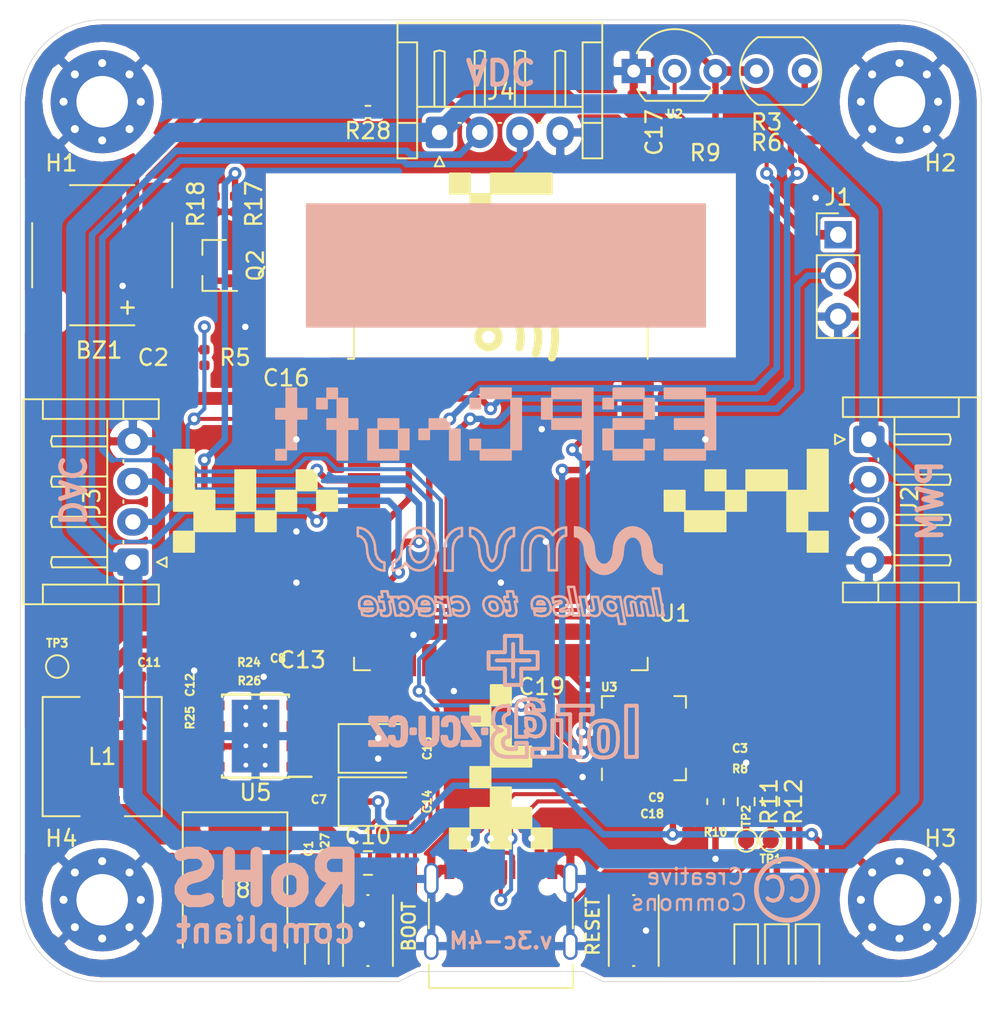
<source format=kicad_pcb>
(kicad_pcb (version 20211014) (generator pcbnew)
  (layers (0 "F.Cu" mixed) (31 "B.Cu" mixed) (34 "B.Paste" user) (35 "F.Paste" user) (36 "B.SilkS" user "B.Silkscreen") (37 "F.SilkS" user "F.Silkscreen") (38 "B.Mask" user) (39 "F.Mask" user) (44 "Edge.Cuts" user))
  (net 0 "")
  (net 1 "GND")
  (net 2 "VBUS")
  (net 3 "+3V3")
  (net 4 "Net-(C3-Pad1)")
  (net 5 "Net-(BZ1-Pad2)")
  (net 6 "Net-(C7-Pad1)")
  (net 7 "Net-(D4-Pad1)")
  (net 8 "/USB_RX")
  (net 9 "/USB_TX")
  (net 10 "/~{RST}")
  (net 11 "/~{BUTTON}")
  (net 12 "/DISP_DATA")
  (net 13 "/BUZZER")
  (net 14 "/LIGHT")
  (net 15 "/TEMP")
  (net 16 "Net-(D1-Pad1)")
  (net 17 "Net-(D2-Pad1)")
  (net 18 "Net-(D3-Pad1)")
  (net 19 "/D+")
  (net 20 "/D-")
  (net 21 "/~{U_LED}")
  (net 22 "Net-(C7-Pad2)")
  (net 23 "Net-(C11-Pad2)")
  (net 24 "Net-(C12-Pad2)")
  (net 25 "Net-(C13-Pad2)")
  (net 26 "/R_SDA")
  (net 27 "/R_SCK")
  (net 28 "/L_SCK")
  (net 29 "/L_SDA")
  (net 30 "/UP_SDA")
  (net 31 "/UP_SCK")
  (net 32 "/CC1")
  (net 33 "/CC2")
  (net 34 "Net-(Q2-Pad1)")
  (net 35 "Net-(R24-Pad2)")
  (net 36 "Net-(C1-Pad2)")
  (net 37 "Net-(C19-Pad2)")
  (net 38 "/~{W_LED}")
  (net 39 "/~{E_LED}")
  (net 40 "Net-(R10-Pad1)")
  (footprint "Button_Switch_SMD:SW_Push_1P1T_NO_CK_KMR2" (layer "F.Cu") (at 135.255 129.54 90)
    (fp_text reference "USR1" hide)
    (fp_text value "SW_USR")
  )
  (footprint "Button_Switch_SMD:SW_Push_1P1T_NO_CK_KMR2" (layer "F.Cu") (at 151.765 129.54 -90)
    (fp_text reference "RST1" hide)
    (fp_text value "SW_RST")
  )
  (footprint "LED_SMD:LED_0603_1608Metric_Pad1.05x0.95mm_HandSolder" (layer "F.Cu") (at 158.75 130.81 -90)
    (fp_text reference "D1" hide)
    (fp_text value "PWR")
  )
  (footprint "LED_SMD:LED_0603_1608Metric_Pad1.05x0.95mm_HandSolder" (layer "F.Cu") (at 160.655 130.81 -90)
    (fp_text reference "D2" hide)
    (fp_text value "WIFI")
  )
  (footprint "LED_SMD:LED_0603_1608Metric_Pad1.05x0.95mm_HandSolder" (layer "F.Cu") (at 162.56 130.81 -90)
    (fp_text reference "D3" hide)
    (fp_text value "ERROR")
  )
  (footprint "LED_SMD:LED_0603_1608Metric_Pad1.05x0.95mm_HandSolder" (layer "F.Cu") (at 132.08 130.81 -90)
    (fp_text reference "D4" hide)
    (fp_text value "USR B")
  )
  (footprint "MountingHole:MountingHole_3.2mm_M3_Pad_Via" (layer "F.Cu") (at 118.745 78.105)
    (fp_text reference "H1")
    (fp_text value "MountingHole")
  )
  (footprint "MountingHole:MountingHole_3.2mm_M3_Pad_Via" (layer "F.Cu") (at 168.275 78.105)
    (fp_text reference "H2")
    (fp_text value "MountingHole")
  )
  (footprint "MountingHole:MountingHole_3.2mm_M3_Pad_Via" (layer "F.Cu") (at 168.275 127.635)
    (fp_text reference "H3")
    (fp_text value "MountingHole")
  )
  (footprint "MountingHole:MountingHole_3.2mm_M3_Pad_Via" (layer "F.Cu") (at 118.745 127.635)
    (fp_text reference "H4")
    (fp_text value "MountingHole")
  )
  (footprint "Connector_JST:JST_EH_S4B-EH_1x04_P2.50mm_Horizontal" (layer "F.Cu") (at 166.37 99.06 -90)
    (fp_text reference "J2")
    (fp_text value "Redstone_wire")
  )
  (footprint "Connector_JST:JST_EH_S4B-EH_1x04_P2.50mm_Horizontal" (layer "F.Cu") (at 120.65 106.68 90)
    (fp_text reference "J3")
    (fp_text value "Redstone_wire")
  )
  (footprint "Connector_PinHeader_2.54mm:PinHeader_1x03_P2.54mm_Vertical" (layer "F.Cu") (at 164.465 86.36)
    (fp_text reference "J1")
    (fp_text value "LED_Matrix")
  )
  (footprint "Connector_JST:JST_EH_S4B-EH_1x04_P2.50mm_Horizontal" (layer "F.Cu") (at 139.7 80.01)
    (fp_text reference "J4")
    (fp_text value "Redstone_wire")
  )
  (footprint "Package_DFN_QFN:QFN-28-1EP_5x5mm_P0.5mm_EP3.35x3.35mm" (layer "F.Cu") (at 152.4 117.602 90)
    (fp_text reference "U3")
    (fp_text value "CP2102N-GQFN28")
  )
  (footprint "Buzzer_Beeper:PUIAudio_SMT_0825_S_4_R" (layer "F.Cu") (at 118.745 87.63 180)
    (fp_text reference "BZ1")
    (fp_text value "Buzzer")
  )
  (footprint "Capacitor_SMD:C_0402_1005Metric" (layer "F.Cu") (at 123.825 93.98 -90)
    (fp_text reference "C2")
    (fp_text value "1u")
  )
  (footprint "Capacitor_SMD:C_0402_1005Metric" (layer "F.Cu") (at 156.845 118.237)
    (fp_text reference "C3")
    (fp_text value "1u")
  )
  (footprint "Resistor_SMD:R_0402_1005Metric" (layer "F.Cu") (at 125.095 93.98 -90)
    (fp_text reference "R5")
    (fp_text value "10k")
  )
  (footprint "Resistor_SMD:R_0402_1005Metric" (layer "F.Cu") (at 156.845 119.507)
    (fp_text reference "R8")
    (fp_text value "10k")
  )
  (footprint "Resistor_SMD:R_0402_1005Metric" (layer "F.Cu") (at 158.75 128.016 90)
    (fp_text reference "R1" hide)
    (fp_text value "330")
  )
  (footprint "Resistor_SMD:R_0402_1005Metric" (layer "F.Cu") (at 160.655 128.016 90)
    (fp_text reference "R2" hide)
    (fp_text value "330")
  )
  (footprint "Resistor_SMD:R_0402_1005Metric" (layer "F.Cu") (at 162.56 128.016 90)
    (fp_text reference "R4" hide)
    (fp_text value "330")
  )
  (footprint "Resistor_SMD:R_0402_1005Metric" (layer "F.Cu") (at 132.08 128.016 90)
    (fp_text reference "R7" hide)
    (fp_text value "330")
  )
  (footprint "Capacitor_SMD:C_0402_1005Metric" (layer "F.Cu") (at 131.572 125.984 90)
    (fp_text reference "C1")
    (fp_text value "100n")
  )
  (footprint "Capacitor_SMD:C_0402_1005Metric" (layer "F.Cu") (at 132.08 95.25 90)
    (fp_text reference "C16")
    (fp_text value "100n")
  )
  (footprint "Package_TO_SOT_SMD:SOT-23" (layer "F.Cu") (at 125.73 88.265 180)
    (fp_text reference "Q2")
    (fp_text value "S8050")
  )
  (footprint "Resistor_SMD:R_0402_1005Metric" (layer "F.Cu") (at 127 84.455 -90)
    (fp_text reference "R17")
    (fp_text value "10k")
  )
  (footprint "Resistor_SMD:R_0402_1005Metric" (layer "F.Cu") (at 125.73 84.455 90)
    (fp_text reference "R18")
    (fp_text value "100k")
  )
  (footprint "OptoDevice:R_LDR_5.0x4.1mm_P3mm_Vertical" (layer "F.Cu") (at 159.385 76.2)
    (fp_text reference "R3")
    (fp_text value "GL5516")
  )
  (footprint "Resistor_SMD:R_0402_1005Metric" (layer "F.Cu") (at 162.56 80.01 -90)
    (fp_text reference "R6")
    (fp_text value "10k")
  )
  (footprint "Resistor_SMD:R_0402_1005Metric" (layer "F.Cu") (at 156.21 80.01 180)
    (fp_text reference "R9")
    (fp_text value "4k7")
  )
  (footprint "RF_Module:ESP32-WROOM-32" (layer "F.Cu") (at 143.51 103.505)
    (fp_text reference "U1")
    (fp_text value "ESP32-WROOM-32D")
  )
  (footprint "Capacitor_SMD:C_0402_1005Metric" (layer "F.Cu") (at 151.765 79.375 -90)
    (fp_text reference "C17")
    (fp_text value "100n")
  )
  (footprint "Connector_USB:USB_C_Receptacle_Palconn_UTC16-G" (layer "F.Cu") (at 143.51 128.27)
    (fp_text reference "J5")
    (fp_text value "USB_C_Receptacle_USB2.0")
  )
  (footprint "Resistor_SMD:R_0603_1608Metric" (layer "F.Cu") (at 156.845 121.539 -90)
    (fp_text reference "R10")
    (fp_text value "820")
  )
  (footprint "Package_TO_SOT_THT:TO-92_Inline_Wide" (layer "F.Cu") (at 151.765 76.2)
    (fp_text reference "U2")
    (fp_text value "DS18B20")
  )
  (footprint "Resistor_SMD:R_0402_1005Metric" (layer "F.Cu") (at 130.683 121.412)
    (fp_text reference "C7")
    (fp_text value "100n")
  )
  (footprint "Capacitor_SMD:C_0402_1005Metric" (layer "F.Cu") (at 131.191 112.649 180)
    (fp_text reference "C8")
    (fp_text value "4.7u")
  )
  (footprint "Resistor_SMD:R_0402_1005Metric" (layer "F.Cu") (at 121.666 113.792 180)
    (fp_text reference "C11")
    (fp_text value "10p")
  )
  (footprint "Resistor_SMD:R_0402_1005Metric" (layer "F.Cu") (at 123.317 114.3 -90)
    (fp_text reference "C12")
    (fp_text value "1n")
  )
  (footprint "Capacitor_Tantalum_SMD:CP_EIA-3528-15_AVX-H" (layer "F.Cu") (at 135.89 121.539)
    (fp_text reference "C14")
    (fp_text value "100u")
  )
  (footprint "Capacitor_Tantalum_SMD:CP_EIA-3528-15_AVX-H" (layer "F.Cu") (at 135.89 118.237)
    (fp_text reference "C15")
    (fp_text value "100u")
  )
  (footprint "Inductor_SMD:L_7.3x7.3_H3.5" (layer "F.Cu") (at 118.745 118.745 90)
    (fp_text reference "L1")
    (fp_text value "4.7u")
  )
  (footprint "Resistor_SMD:R_0402_1005Metric" (layer "F.Cu") (at 126.088 112.903 180)
    (fp_text reference "R24")
    (fp_text value "10.2k")
  )
  (footprint "Resistor_SMD:R_0402_1005Metric" (layer "F.Cu") (at 123.317 116.355 90)
    (fp_text reference "R25")
    (fp_text value "22k")
  )
  (footprint "Resistor_SMD:R_0402_1005Metric" (layer "F.Cu") (at 126.088 114.046)
    (fp_text reference "R26")
    (fp_text value "3.24k")
  )
  (footprint "TestPoint:TestPoint_Pad_D1.0mm" (layer "F.Cu") (at 160.274 123.952)
    (fp_text reference "TP1")
    (fp_text value "TestPoint")
  )
  (footprint "TestPoint:TestPoint_Pad_D1.0mm" (layer "F.Cu") (at 158.75 123.952)
    (fp_text reference "TP2")
    (fp_text value "TestPoint")
  )
  (footprint "Package_SO:TI_SO-PowerPAD-8_ThermalVias" (layer "F.Cu") (at 128.27 117.475 180)
    (fp_text reference "U5")
    (fp_text value "TPS54331DR")
  )
  (footprint "TestPoint:TestPoint_Pad_D1.0mm" (layer "F.Cu") (at 115.951 113.157)
    (fp_text reference "TP3")
    (fp_text value "TestPoint")
  )
  (footprint "Capacitor_SMD:C_0402_1005Metric" (layer "F.Cu") (at 154.686 122.301)
    (fp_text reference "C18")
    (fp_text value "100n")
  )
  (footprint "Diode_SMD:D_SMC" (layer "F.Cu") (at 127 127 -90)
    (fp_text reference "D8")
    (fp_text value "SS36-E3/57T")
  )
  (footprint "Resistor_SMD:R_0402_1005Metric" (layer "F.Cu") (at 132.588 125.984 90)
    (fp_text reference "R27")
    (fp_text value "1k")
  )
  (footprint "Resistor_SMD:R_0402_1005Metric" (layer "F.Cu") (at 131.191 113.919)
    (fp_text reference "C13")
    (fp_text value "10n")
  )
  (footprint "Resistor_SMD:R_0402_1005Metric" (layer "F.Cu") (at 135.255 78.74 180)
    (fp_text reference "R28")
    (fp_text value "10k")
  )
  (footprint "Capacitor_SMD:C_0402_1005Metric" (layer "F.Cu") (at 146.05 115.57)
    (fp_text reference "C19")
    (fp_text value "100n")
  )
  (footprint "Resistor_SMD:R_0603_1608Metric" (layer "F.Cu") (at 158.75 121.539 -90)
    (fp_text reference "R11")
    (fp_text value "5.1k")
  )
  (footprint "Resistor_SMD:R_0603_1608Metric" (layer "F.Cu") (at 160.274 121.539 -90)
    (fp_text reference "R12")
    (fp_text value "5.1k")
  )
  (footprint "Capacitor_SMD:C_0402_1005Metric" (layer "F.Cu") (at 154.686 121.285)
    (fp_text reference "C9")
    (fp_text value "4.7u")
  )
  (footprint "Capacitor_SMD:C_0805_2012Metric" (layer "F.Cu") (at 135.255 125.349)
    (fp_text reference "C10")
    (fp_text value "22u")
  )
  (gr_line (start 147.2692 118.745) (end 145.4658 118.745) (layer "B.SilkS") (width 0.244999))
  (gr_line (start 144.78 112.268) (end 144.78 111.252) (layer "B.SilkS") (width 0.244999))
  (gr_line (start 136.873064 117.718545) (end 136.840368 117.523261) (layer "B.SilkS") (width 0.244999))
  (gr_line (start 137.063396 116.478589) (end 137.105575 116.474934) (layer "B.SilkS") (width 0.244999))
  (gr_line (start 146.194486 109.207748) (end 146.231125 109.290746) (layer "B.SilkS") (width 0.16))
  (gr_line (start 141.71533 105.078829) (end 141.822243 105.136156) (layer "B.SilkS") (width 0.16))
  (gr_poly (pts (xy 156.21 99.695) (xy 156.21 100.33) (xy 153.67 100.33) (xy 153.67 99.695)) (layer "B.SilkS") (width 0.1) (fill solid))
  (gr_line (start 140.669275 116.784108) (end 140.676486 116.959241) (layer "B.SilkS") (width 0.244999))
  (gr_line (start 143.720973 106.302632) (end 143.757724 105.959397) (layer "B.SilkS") (width 0.16))
  (gr_line (start 137.360875 105.735309) (end 137.37047 105.630887) (layer "B.SilkS") (width 0.16))
  (gr_line (start 151.878942 109.331386) (end 152.002555 109.989526) (layer "B.SilkS") (width 0.16))
  (gr_line (start 139.914986 109.324611) (end 140.039164 109.989528) (layer "B.SilkS") (width 0.16))
  (gr_line (start 136.093135 109.9709) (end 136.217877 110.012669) (layer "B.SilkS") (width 0.16))
  (gr_line (start 146.132994 105.09736) (end 146.31508 105.274939) (layer "B.SilkS") (width 0.16))
  (gr_line (start 137.360875 105.735309) (end 137.357488 105.745469) (layer "B.SilkS") (width 0.16))
  (gr_line (start 146.277401 109.553776) (end 146.256332 109.633698) (layer "B.SilkS") (width 0.16))
  (gr_line (start 151.579223 109.234866) (end 151.605751 109.154715) (layer "B.SilkS") (width 0.16))
  (gr_line (start 142.394638 117.29785) (end 142.615978 117.29785) (layer "B.SilkS") (width 0.244999))
  (gr_line (start 143.727155 117.615818) (end 143.65622 117.718831) (layer "B.SilkS") (width 0.244999))
  (gr_line (start 140.563485 116.53262) (end 140.609515 116.576083) (layer "B.SilkS") (width 0.244999))
  (gr_line (start 135.861571 109.745225) (end 135.894448 109.554904) (layer "B.SilkS") (width 0.16))
  (gr_line (start 136.093701 108.490924) (end 136.156919 108.836364) (layer "B.SilkS") (width 0.16))
  (gr_line (start 148.577181 104.633411) (end 148.357344 104.549367) (layer "B.SilkS") (width 0.16))
  (gr_line (start 139.107841 109.553776) (end 139.086445 109.633698) (layer "B.SilkS") (width 0.16))
  (gr_line (start 140.370769 116.474934) (end 140.486043 116.492615) (layer "B.SilkS") (width 0.244999))
  (gr_line (start 140.577074 108.82903) (end 140.41282 108.906924) (layer "B.SilkS") (width 0.16))
  (gr_line (start 147.667269 109.357196) (end 147.682308 109.265346) (layer "B.SilkS") (width 0.16))
  (gr_line (start 147.607801 109.997994) (end 147.803099 109.920101) (layer "B.SilkS") (width 0.16))
  (gr_line (start 151.937846 104.549367) (end 151.703966 104.520064) (layer "B.SilkS") (width 0.16))
  (gr_line (start 153.251106 106.789305) (end 153.053551 106.595304) (layer "B.SilkS") (width 0.16))
  (gr_line (start 141.234115 109.999034) (end 141.406243 109.905423) (layer "B.SilkS") (width 0.16))
  (gr_line (start 146.7104 118.2624) (end 146.7104 116.4844) (layer "B.SilkS") (width 0.244999))
  (gr_line (start 135.750648 106.191586) (end 135.704795 105.872472) (layer "B.SilkS") (width 0.16))
  (gr_line (start 148.245354 105.086514) (end 148.36133 105.139114) (layer "B.SilkS") (width 0.16))
  (gr_line (start 136.730907 116.419816) (end 136.656688 116.577625) (layer "B.SilkS") (width 0.244999))
  (gr_line (start 141.154501 109.502411) (end 141.141803 109.584815) (layer "B.SilkS") (width 0.16))
  (gr_line (start 137.578411 117.770307) (end 137.632146 117.387246) (layer "B.SilkS") (width 0.244999))
  (gr_line (start 145.690381 105.09728) (end 145.797295 105.048906) (layer "B.SilkS") (width 0.16))
  (gr_poly (pts (xy 130.175 99.695) (xy 130.175 100.33) (xy 129.54 100.33) (xy 129.54 99.695)) (layer "B.SilkS") (width 0.1) (fill solid))
  (gr_line (start 137.354101 105.869644) (end 137.354101 105.869644) (layer "B.SilkS") (width 0.16))
  (gr_line (start 149.88366 116.498637) (end 149.607676 116.521146) (layer "B.SilkS") (width 0.244999))
  (gr_line (start 144.88384 115.225976) (end 144.611312 115.388959) (layer "B.SilkS") (width 0.244999))
  (gr_line (start 149.245508 118.614336) (end 149.404293 118.719461) (layer "B.SilkS") (width 0.244999))
  (gr_line (start 152.846253 105.67196) (end 152.777909 105.401121) (layer "B.SilkS") (width 0.16))
  (gr_line (start 139.302001 109.902038) (end 139.414751 109.745225) (layer "B.SilkS") (width 0.16))
  (gr_line (start 138.018455 109.900909) (end 138.018461 109.900908) (layer "B.SilkS") (width 0.16))
  (gr_line (start 146.256332 109.633698) (end 146.199014 109.690654) (layer "B.SilkS") (width 0.16))
  (gr_line (start 139.023786 109.207746) (end 139.060424 109.290744) (layer "B.SilkS") (width 0.16))
  (gr_line (start 148.390121 109.989526) (end 148.058781 108.215484) (layer "B.SilkS") (width 0.16))
  (gr_line (start 143.959974 118.269035) (end 144.089867 118.275554) (layer "B.SilkS") (width 0.244999))
  (gr_line (start 143.667789 116.481056) (end 143.700584 116.674463) (layer "B.SilkS") (width 0.244999))
  (gr_line (start 145.460689 115.547625) (end 145.531908 115.623684) (layer "B.SilkS") (width 0.244999))
  (gr_line (start 147.673841 109.174471) (end 147.613093 109.011523) (layer "B.SilkS") (width 0.16))
  (gr_circle (center 161.29 127) (end 163.195 127) (layer "B.SilkS") (width 0.3) (fill none))
  (gr_line (start 145.423968 109.275503) (end 145.43695 109.397987) (layer "B.SilkS") (width 0.16))
  (gr_poly (pts (xy 142.24 99.06) (xy 141.605 99.06) (xy 141.605 99.695) (xy 142.24 99.695)) (layer "B.SilkS") (width 0.1) (fill solid))
  (gr_line (start 151.221361 109.252927) (end 151.358521 109.989526) (layer "B.SilkS") (width 0.16))
  (gr_line (start 139.362448 116.327163) (end 139.362448 117.413028) (layer "B.SilkS") (width 0.244999))
  (gr_line (start 138.212249 105.106361) (end 138.031856 105.280872) (layer "B.SilkS") (width 0.16))
  (gr_line (start 140.806269 110.000128) (end 141.039919 110.025085) (layer "B.SilkS") (width 0.16))
  (gr_line (start 147.814458 116.115868) (end 147.814458 118.763415) (layer "B.SilkS") (width 0.244999))
  (gr_line (start 150.19423 109.982095) (end 150.427754 110.020562) (layer "B.SilkS") (width 0.16))
  (gr_line (start 143.700584 116.674463) (end 143.786619 116.799614) (layer "B.SilkS") (width 0.244999))
  (gr_line (start 142.894121 106.606244) (end 142.730491 106.304365) (layer "B.SilkS") (width 0.16))
  (gr_line (start 144.016573 116.885651) (end 144.016573 117.512694) (layer "B.SilkS") (width 0.244999))
  (gr_line (start 151.048844 104.766404) (end 150.876067 104.942551) (layer "B.SilkS") (width 0.16))
  (gr_line (start 145.076339 116.377143) (end 145.293057 116.385935) (layer "B.SilkS") (width 0.244999))
  (gr_line (start 147.096416 109.276636) (end 147.068193 109.286232) (layer "B.SilkS") (width 0.16))
  (gr_line (start 145.694404 104.551027) (end 145.492153 104.628817) (layer "B.SilkS") (width 0.16))
  (gr_line (start 139.060424 109.290744) (end 138.600401 109.290744) (layer "B.SilkS") (width 0.16))
  (gr_line (start 141.822243 105.136156) (end 142.004136 105.340767) (layer "B.SilkS") (width 0.16))
  (gr_line (start 135.151431 105.553447) (end 135.196807 105.872472) (layer "B.SilkS") (width 0.16))
  (gr_line (start 149.217608 115.587893) (end 147.075504 115.587893) (layer "B.SilkS") (width 0.244999))
  (gr_line (start 145.975424 109.736092) (end 145.768274 109.716901) (layer "B.SilkS") (width 0.16))
  (gr_poly (pts (xy 150.495 96.52) (xy 150.495 95.885) (xy 152.4 95.885) (xy 152.4 96.52)) (layer "B.SilkS") (width 0.1) (fill solid))
  (gr_line (start 150.789747 117.624212) (end 150.763472 117.190971) (layer "B.SilkS") (width 0.244999))
  (gr_line (start 150.26406 109.619808) (end 150.1902 109.5248) (layer "B.SilkS") (width 0.16))
  (gr_line (start 153.254524 107.37663) (end 153.490997 107.406072) (layer "B.SilkS") (width 0.16))
  (gr_line (start 136.616908 117.523264) (end 136.641504 117.749169) (layer "B.SilkS") (width 0.244999))
  (gr_line (start 150.1902 109.5248) (end 150.151171 109.410964) (layer "B.SilkS") (width 0.16))
  (gr_line (start 137.911241 106.20876) (end 138.03631 106.461252) (layer "B.SilkS") (width 0.16))
  (gr_line (start 150.733717 105.156056) (end 150.626371 105.401126) (layer "B.SilkS") (width 0.16))
  (gr_line (start 143.324081 117.023853) (end 143.155332 116.872217) (layer "B.SilkS") (width 0.244999))
  (gr_line (start 143.155332 116.872217) (end 143.054863 116.664327) (layer "B.SilkS") (width 0.244999))
  (gr_poly (pts (xy 132.715 96.52) (xy 132.715 97.155) (xy 132.08 97.155) (xy 132.08 96.52)) (layer "B.SilkS") (width 0.1) (fill solid))
  (gr_line (start 152.228897 109.295824) (end 152.220431 109.225835) (layer "B.SilkS") (width 0.16))
  (gr_line (start 151.605751 109.154715) (end 151.688725 109.129315) (layer "B.SilkS") (width 0.16))
  (gr_line (start 136.783461 106.694304) (end 136.896951 106.677368) (layer "B.SilkS") (width 0.16))
  (gr_line (start 142.656088 105.6918) (end 142.593405 105.43184) (layer "B.SilkS") (width 0.16))
  (gr_line (start 149.674225 106.789313) (end 149.47667 106.595312) (layer "B.SilkS") (width 0.16))
  (gr_line (start 147.285504 109.164876) (end 147.255024 109.221321) (layer "B.SilkS") (width 0.16))
  (gr_line (start 141.105564 109.296381) (end 141.146034 109.415487) (layer "B.SilkS") (width 0.16))
  (gr_line (start 139.280068 117.785716) (end 139.181487 117.858516) (layer "B.SilkS") (width 0.244999))
  (gr_line (start 142.004136 105.340767) (end 142.127396 105.630044) (layer "B.SilkS") (width 0.16))
  (gr_line (start 144.459393 118.275554) (end 144.459393 117.897137) (layer "B.SilkS") (width 0.244999))
  (gr_line (start 138.111863 109.743437) (end 138.138124 109.562242) (layer "B.SilkS") (width 0.16))
  (gr_line (start 146.903068 104.802392) (end 146.736301 105.002108) (layer "B.SilkS") (width 0.16))
  (gr_line (start 145.467004 116.424063) (end 145.58129 116.535781) (layer "B.SilkS") (width 0.244999))
  (gr_poly (pts (xy 156.845 96.52) (xy 156.845 99.695) (xy 156.21 99.695) (xy 156.21 96.52)) (layer "B.SilkS") (width 0.1) (fill solid))
  (gr_line (start 139.446814 117.907802) (end 139.545777 117.705987) (layer "B.SilkS") (width 0.244999))
  (gr_line (start 144.488433 115.630372) (end 144.459392 115.920779) (layer "B.SilkS") (width 0.244999))
  (gr_line (start 137.281296 108.834675) (end 137.148088 108.93063) (layer "B.SilkS") (width 0.16))
  (gr_line (start 140.588363 109.912197) (end 140.806269 110.000128) (layer "B.SilkS") (width 0.16))
  (gr_line (start 146.104433 117.299925) (end 146.207064 117.072341) (layer "B.SilkS") (width 0.244999))
  (gr_line (start 136.583066 109.129313) (end 136.726441 109.129314) (layer "B.SilkS") (width 0.16))
  (gr_line (start 143.302215 109.413228) (end 143.312939 109.506926) (layer "B.SilkS") (width 0.16))
  (gr_line (start 138.600401 109.252362) (end 138.644428 109.1327) (layer "B.SilkS") (width 0.16))
  (gr_line (start 142.311687 106.614575) (end 142.471134 106.878753) (layer "B.SilkS") (width 0.16))
  (gr_line (start 140.275646 116.49143) (end 140.328493 116.478589) (layer "B.SilkS") (width 0.244999))
  (gr_line (start 151.059451 106.252819) (end 151.083079 105.962788) (layer "B.SilkS") (width 0.16))
  (gr_poly (pts (xy 142.24 96.52) (xy 141.605 96.52) (xy 141.605 97.155) (xy 142.24 97.155)) (layer "B.SilkS") (width 0.1) (fill solid))
  (gr_line (start 137.488453 106.869275) (end 137.606421 106.724778) (layer "B.SilkS") (width 0.16))
  (gr_line (start 140.100477 105.365408) (end 140.03785 105.61526) (layer "B.SilkS") (width 0.16))
  (gr_line (start 138.544306 117.705987) (end 138.643158 117.907802) (layer "B.SilkS") (width 0.244999))
  (gr_line (start 137.096277 118.05943) (end 137.269138 118.04649) (layer "B.SilkS") (width 0.244999))
  (gr_line (start 148.405361 108.836924) (end 148.622661 109.989526) (layer "B.SilkS") (width 0.16))
  (gr_line (start 148.777321 108.836924) (end 148.405361 108.836924) (layer "B.SilkS") (width 0.16))
  (gr_line (start 146.287425 109.997521) (end 146.472134 109.902037) (layer "B.SilkS") (width 0.16))
  (gr_line (start 138.255522 109.275503) (end 138.268504 109.397987) (layer "B.SilkS") (width 0.16))
  (gr_line (start 148.834219 106.523343) (end 148.942086 106.768454) (layer "B.SilkS") (width 0.16))
  (gr_line (start 144.919224 105.33857) (end 144.856541 105.588339) (layer "B.SilkS") (width 0.16))
  (gr_line (start 144.008328 110.012669) (end 144.164115 110.026215) (layer "B.SilkS") (width 0.16))
  (gr_line (start 151.688725 109.129315) (end 151.781504 109.149801) (layer "B.SilkS") (width 0.16))
  (gr_line (start 149.290404 109.495644) (end 149.296612 109.565071) (layer "B.SilkS") (width 0.16))
  (gr_line (start 148.622661 109.989526) (end 148.981661 109.989526) (layer "B.SilkS") (width 0.16))
  (gr_line (start 140.016021 105.883196) (end 140.016021 105.883204) (layer "B.SilkS") (width 0.16))
  (gr_poly (pts (xy 138.43 98.425) (xy 138.43 99.06) (xy 139.065 99.06) (xy 139.065 98.425)) (layer "B.SilkS") (width 0.1) (fill solid))
  (gr_line (start 139.086445 109.633698) (end 139.02896 109.690654) (layer "B.SilkS") (width 0.16))
  (gr_line (start 152.669904 105.156052) (end 152.527066 104.942548) (layer "B.SilkS") (width 0.16))
  (gr_line (start 146.784843 109.568453) (end 146.795568 109.669489) (layer "B.SilkS") (width 0.16))
  (gr_line (start 145.437283 109.150681) (end 145.423968 109.275503) (layer "B.SilkS") (width 0.16))
  (gr_line (start 139.302009 109.902037) (end 139.302001 109.902038) (layer "B.SilkS") (width 0.16))
  (gr_line (start 140.588082 117.801913) (end 140.491774 117.864341) (layer "B.SilkS") (width 0.244999))
  (gr_line (start 150.026786 118.378678) (end 149.883756 118.411571) (layer "B.SilkS") (width 0.244999))
  (gr_line (start 147.271392 109.597239) (end 147.397263 109.552648) (layer "B.SilkS") (width 0.16))
  (gr_line (start 143.721041 108.836924) (end 143.777486 109.12987) (layer "B.SilkS") (width 0.16))
  (gr_line (start 140.520641 105.883204) (end 140.566017 105.563852) (layer "B.SilkS") (width 0.16))
  (gr_line (start 143.380989 109.999647) (end 143.559603 109.896958) (layer "B.SilkS") (width 0.16))
  (gr_line (start 142.681327 109.858576) (end 142.913496 109.988961) (layer "B.SilkS") (width 0.16))
  (gr_line (start 142.994713 117.624113) (end 143.089244 117.382503) (layer "B.SilkS") (width 0.244999))
  (gr_line (start 148.478653 118.763415) (end 148.478653 116.115868) (layer "B.SilkS") (width 0.244999))
  (gr_line (start 145.123868 117.897137) (end 145.123868 118.763713) (layer "B.SilkS") (width 0.244999))
  (gr_line (start 150.639981 109.309937) (end 150.677799 109.514264) (layer "B.SilkS") (width 0.16))
  (gr_line (start 145.878628 116.124175) (end 145.505447 116.035077) (layer "B.SilkS") (width 0.244999))
  (gr_line (start 138.670553 107.16601) (end 138.431061 107.198924) (layer "B.SilkS") (width 0.16))
  (gr_line (start 137.354101 105.836344) (end 137.360875 105.735309) (layer "B.SilkS") (width 0.16))
  (gr_line (start 147.682308 109.265346) (end 147.673841 109.174471) (layer "B.SilkS") (width 0.16))
  (gr_line (start 138.431062 104.537004) (end 138.675236 104.56998) (layer "B.SilkS") (width 0.16))
  (gr_line (start 135.382598 118.024163) (end 136.440718 118.024163) (layer "B.SilkS") (width 0.244999))
  (gr_line (start 137.606421 106.724778) (end 137.601341 106.718004) (layer "B.SilkS") (width 0.16))
  (gr_line (start 134.745803 109.556032) (end 135.554101 109.556034) (layer "B.SilkS") (width 0.16))
  (gr_line (start 148.058781 108.215484) (end 147.686821 108.215484) (layer "B.SilkS") (width 0.16))
  (gr_poly (pts (xy 156.21 95.885) (xy 156.21 96.52) (xy 153.67 96.52) (xy 153.67 95.885)) (layer "B.SilkS") (width 0.1) (fill solid))
  (gr_line (start 140.490288 104.778728) (end 140.330982 104.941704) (layer "B.SilkS") (width 0.16))
  (gr_line (start 142.362768 104.980294) (end 142.203426 104.802982) (layer "B.SilkS") (width 0.16))
  (gr_line (start 134.70347 109.277761) (end 134.715888 109.400245) (layer "B.SilkS") (width 0.16))
  (gr_line (start 136.971971 109.989519) (end 137.330961 109.989526) (layer "B.SilkS") (width 0.16))
  (gr_line (start 150.112526 118.255601) (end 150.026786 118.378678) (layer "B.SilkS") (width 0.244999))
  (gr_line (start 135.471166 109.207748) (end 135.507805 109.290746) (layer "B.SilkS") (width 0.16))
  (gr_line (start 151.587689 109.312194) (end 151.579223 109.234866) (layer "B.SilkS") (width 0.16))
  (gr_line (start 141.988239 117.83609) (end 141.129983 117.83609) (layer "B.SilkS") (width 0.244999))
  (gr_line (start 148.742329 105.962788) (end 148.766079 106.252819) (layer "B.SilkS") (width 0.16))
  (gr_line (start 138.031856 105.280872) (end 137.907979 105.538673) (layer "B.SilkS") (width 0.16))
  (gr_line (start 145.093723 116.84209) (end 145.073671 116.598307) (layer "B.SilkS") (width 0.244999))
  (gr_line (start 146.124585 115.523198) (end 145.952317 115.312999) (layer "B.SilkS") (width 0.244999))
  (gr_line (start 138.297855 109.553774) (end 139.107841 109.553776) (layer "B.SilkS") (width 0.16))
  (gr_line (start 142.962421 107.207498) (end 143.145301 107.157147) (layer "B.SilkS") (width 0.16))
  (gr_line (start 143.353563 118.644982) (end 143.159563 118.499878) (layer "B.SilkS") (width 0.244999))
  (gr_line (start 143.334256 105.432166) (end 143.271573 105.690906) (layer "B.SilkS") (width 0.16))
  (gr_line (start 139.863621 108.979172) (end 139.674533 108.860075) (layer "B.SilkS") (width 0.16))
  (gr_line (start 142.559408 108.928938) (end 142.452912 109.08885) (layer "B.SilkS") (width 0.16))
  (gr_line (start 137.537519 109.147876) (end 137.63069 109.204951) (layer "B.SilkS") (width 0.16))
  (gr_line (start 140.875574 104.577711) (end 140.673247 104.655584) (layer "B.SilkS") (width 0.16))
  (gr_line (start 136.056982 106.631693) (end 135.874763 106.45392) (layer "B.SilkS") (width 0.16))
  (gr_line (start 137.372669 116.629028) (end 137.389067 116.680787) (layer "B.SilkS") (width 0.244999))
  (gr_line (start 137.148088 108.93063) (end 137.129461 108.836932) (layer "B.SilkS") (width 0.16))
  (gr_line (start 138.138124 109.562242) (end 138.122884 109.415487) (layer "B.SilkS") (width 0.16))
  (gr_line (start 149.129395 118.475282) (end 149.245508 118.614336) (layer "B.SilkS") (width 0.244999))
  (gr_line (start 140.37334 117.878367) (end 140.305183 117.868983) (layer "B.SilkS") (width 0.244999))
  (gr_line (start 139.995892 116.419816) (end 139.921451 116.577625) (layer "B.SilkS") (width 0.244999))
  (gr_line (start 140.13815 117.718545) (end 140.105258 117.523261) (layer "B.SilkS") (width 0.244999))
  (gr_line (start 137.269138 118.04649) (end 137.443184 117.970036) (layer "B.SilkS") (width 0.244999))
  (gr_line (start 143.900707 116.865993) (end 144.014894 116.88565) (layer "B.SilkS") (width 0.244999))
  (gr_line (start 138.544299 106.677672) (end 138.650419 106.630037) (layer "B.SilkS") (width 0.16))
  (gr_line (start 145.076456 116.023817) (end 145.076443 115.849588) (layer "B.SilkS") (width 0.244999))
  (gr_line (start 137.484184 116.4211) (end 137.312509 116.321136) (layer "B.SilkS") (width 0.244999))
  (gr_line (start 144.016573 115.587893) (end 144.016573 116.077648) (layer "B.SilkS") (width 0.244999))
  (gr_line (start 142.187788 117.779688) (end 141.365267 116.519681) (layer "B.SilkS") (width 0.244999))
  (gr_line (start 145.385229 105.53684) (end 145.508489 105.274727) (layer "B.SilkS") (width 0.16))
  (gr_line (start 146.152473 108.837579) (end 145.898666 108.801371) (layer "B.SilkS") (width 0.16))
  (gr_line (start 146.617768 109.554904) (end 146.60535 109.418309) (layer "B.SilkS") (width 0.16))
  (gr_line (start 145.512146 117.090121) (end 145.389266 117.123508) (layer "B.SilkS") (width 0.244999))
  (gr_line (start 137.309513 109.876638) (end 137.489732 109.988862) (layer "B.SilkS") (width 0.16))
  (gr_line (start 145.952317 115.312999) (end 145.695199 115.199109) (layer "B.SilkS") (width 0.244999))
  (gr_line (start 145.480413 109.032793) (end 145.437283 109.150681) (layer "B.SilkS") (width 0.16))
  (gr_line (start 138.809885 117.785716) (end 138.748841 117.642192) (layer "B.SilkS") (width 0.244999))
  (gr_line (start 143.112561 109.696579) (end 143.009847 109.677234) (layer "B.SilkS") (width 0.16))
  (gr_line (start 147.075504 115.587893) (end 147.075504 116.115868) (layer "B.SilkS") (width 0.244999))
  (gr_line (start 150.748923 109.89074) (end 150.865198 110.511628) (layer "B.SilkS") (width 0.16))
  (gr_poly (pts (xy 139.065 98.425) (xy 139.065 97.79) (xy 140.335 97.79) (xy 140.335 98.425)) (layer "B.SilkS") (width 0.1) (fill solid))
  (gr_line (start 136.465099 108.490924) (end 136.093701 108.490924) (layer "B.SilkS") (width 0.16))
  (gr_line (start 145.339862 107.185365) (end 145.339862 105.856104) (layer "B.SilkS") (width 0.16))
  (gr_line (start 145.58129 116.535781) (end 145.621196 116.765933) (layer "B.SilkS") (width 0.244999))
  (gr_line (start 144.261761 108.491484) (end 143.889801 108.491484) (layer "B.SilkS") (width 0.16))
  (gr_line (start 146.779762 109.203258) (end 146.932727 109.124236) (layer "B.SilkS") (width 0.16))
  (gr_line (start 140.199616 105.139077) (end 140.100477 105.365408) (layer "B.SilkS") (width 0.16))
  (gr_line (start 150.197462 108.798542) (end 150.026147 108.828372) (layer "B.SilkS") (width 0.16))
  (gr_line (start 139.002843 105.883198) (end 139.002841 105.852724) (layer "B.SilkS") (width 0.16))
  (gr_line (start 134.842975 104.567434) (end 134.624449 104.540384) (layer "B.SilkS") (width 0.16))
  (gr_line (start 135.430197 108.839404) (end 135.178168 108.803629) (layer "B.SilkS") (width 0.16))
  (gr_line (start 152.870107 105.962774) (end 152.846253 105.67196) (layer "B.SilkS") (width 0.16))
  (gr_line (start 144.09243 109.601753) (end 144.06703 109.676259) (layer "B.SilkS") (width 0.16))
  (gr_line (start 143.780085 118.757391) (end 143.57117 118.724004) (layer "B.SilkS") (width 0.244999))
  (gr_line (start 136.060572 107.177958) (end 136.277153 107.205124) (layer "B.SilkS") (width 0.16))
  (gr_line (start 144.78 114.3) (end 144.78 113.284) (layer "B.SilkS") (width 0.244999))
  (gr_line (start 149.296612 109.565071) (end 149.265866 109.662024) (layer "B.SilkS") (width 0.16))
  (gr_line (start 149.883756 118.411571) (end 149.883756 118.411571) (layer "B.SilkS") (width 0.244999))
  (gr_line (start 141.129983 118.024163) (end 142.187788 118.024163) (layer "B.SilkS") (width 0.244999))
  (gr_line (start 139.117301 109.997521) (end 139.302009 109.902037) (layer "B.SilkS") (width 0.16))
  (gr_line (start 151.467371 104.549367) (end 151.247471 104.633412) (layer "B.SilkS") (width 0.16))
  (gr_line (start 151.961916 108.839747) (end 151.873298 108.952636) (layer "B.SilkS") (width 0.16))
  (gr_line (start 141.039919 110.025085) (end 141.234115 109.999034) (layer "B.SilkS") (width 0.16))
  (gr_line (start 143.57117 118.724004) (end 143.353563 118.644982) (layer "B.SilkS") (width 0.244999))
  (gr_line (start 138.831674 105.280872) (end 138.650417 105.106361) (layer "B.SilkS") (width 0.16))
  (gr_line (start 141.141803 109.584815) (end 141.092412 109.651989) (layer "B.SilkS") (width 0.16))
  (gr_line (start 138.018461 109.900908) (end 138.111863 109.743437) (layer "B.SilkS") (width 0.16))
  (gr_line (start 152.220431 109.225835) (end 152.244703 109.153021) (layer "B.SilkS") (width 0.16))
  (gr_line (start 147.121815 109.092627) (end 147.234704 109.108432) (layer "B.SilkS") (width 0.16))
  (gr_line (start 138.175423 117.053375) (end 137.954083 117.053375) (layer "B.SilkS") (width 0.244999))
  (gr_line (start 149.537637 108.835238) (end 149.165661 108.835244) (layer "B.SilkS") (width 0.16))
  (gr_line (start 136.033868 109.656504) (end 136.093135 109.9709) (layer "B.SilkS") (width 0.16))
  (gr_line (start 151.083079 105.962788) (end 151.132071 105.616546) (layer "B.SilkS") (width 0.16))
  (gr_line (start 146.7104 116.4844) (end 147.2692 116.4844) (layer "B.SilkS") (width 0.244999))
  (gr_line (start 150.876067 104.942551) (end 150.733717 105.156056) (layer "B.SilkS") (width 0.16))
  (gr_line (start 146.472142 109.902038) (end 146.584891 109.745225) (layer "B.SilkS") (width 0.16))
  (gr_line (start 136.440718 118.024163) (end 136.440718 117.779688) (layer "B.SilkS") (width 0.244999))
  (gr_line (start 150.865198 110.511628) (end 151.233781 110.511638) (layer "B.SilkS") (width 0.16))
  (gr_line (start 144.083964 109.524988) (end 144.09243 109.601753) (layer "B.SilkS") (width 0.16))
  (gr_line (start 137.172219 107.110059) (end 136.98363 107.174908) (layer "B.SilkS") (width 0.16))
  (gr_poly (pts (xy 144.78 99.695) (xy 144.145 99.695) (xy 144.145 96.52) (xy 144.78 96.52)) (layer "B.SilkS") (width 0.1) (fill solid))
  (gr_line (start 149.611031 118.004705) (end 149.597993 117.589049) (layer "B.SilkS") (width 0.244999))
  (gr_line (start 143.666224 109.73868) (end 143.697326 109.55039) (layer "B.SilkS") (width 0.16))
  (gr_line (start 147.15264 110.011203) (end 147.354931 110.029604) (layer "B.SilkS") (width 0.16))
  (gr_line (start 139.257133 105.016492) (end 139.261923 105.018476) (layer "B.SilkS") (width 0.16))
  (gr_line (start 150.351557 106.595312) (end 150.154002 106.789313) (layer "B.SilkS") (width 0.16))
  (gr_line (start 143.256 112.776) (end 145.288 112.776) (layer "B.SilkS") (width 0.244999))
  (gr_line (start 146.848625 109.39912) (end 146.799453 109.477277) (layer "B.SilkS") (width 0.16))
  (gr_line (start 140.843236 117.770307) (end 140.897366 117.387246) (layer "B.SilkS") (width 0.244999))
  (gr_line (start 140.41282 108.906924) (end 140.474345 109.23543) (layer "B.SilkS") (width 0.16))
  (gr_line (start 150.038026 106.842297) (end 149.914113 106.860812) (layer "B.SilkS") (width 0.16))
  (gr_line (start 138.600401 109.290744) (end 138.600401 109.252362) (layer "B.SilkS") (width 0.16))
  (gr_line (start 134.905556 109.944936) (end 135.112706 110.00138) (layer "B.SilkS") (width 0.16))
  (gr_line (start 146.483981 107.185365) (end 146.991981 107.185365) (layer "B.SilkS") (width 0.16))
  (gr_line (start 145.770537 109.252364) (end 145.815128 109.132702) (layer "B.SilkS") (width 0.16))
  (gr_line (start 137.698415 110.027909) (end 137.871949 109.998466) (layer "B.SilkS") (width 0.16))
  (gr_line (start 138.79457 109.091496) (end 138.884516 109.103368) (layer "B.SilkS") (width 0.16))
  (gr_line (start 135.241951 109.091498) (end 135.331896 109.103369) (layer "B.SilkS") (width 0.16))
  (gr_line (start 139.414751 109.745225) (end 139.447628 109.554904) (layer "B.SilkS") (width 0.16))
  (gr_line (start 143.764 112.268) (end 142.748 112.268) (layer "B.SilkS") (width 0.244999))
  (gr_line (start 150.677799 109.514264) (end 150.607244 109.647473) (layer "B.SilkS") (width 0.16))
  (gr_line (start 152.321466 108.843133) (end 152.137457 108.801365) (layer "B.SilkS") (width 0.16))
  (gr_line (start 143.907185 104.668403) (end 143.724235 104.804112) (layer "B.SilkS") (width 0.16))
  (gr_line (start 152.324855 105.962788) (end 152.348339 106.252819) (layer "B.SilkS") (width 0.16))
  (gr_line (start 142.919663 109.142048) (end 143.007575 109.129877) (layer "B.SilkS") (width 0.16))
  (gr_line (start 143.827141 109.656504) (end 143.883586 109.9709) (layer "B.SilkS") (width 0.16))
  (gr_line (start 138.511388 116.327163) (end 138.511388 117.403641) (layer "B.SilkS") (width 0.244999))
  (gr_line (start 143.883586 109.9709) (end 144.008328 110.012669) (layer "B.SilkS") (width 0.16))
  (gr_line (start 138.748841 117.642192) (end 138.727801 117.413028) (layer "B.SilkS") (width 0.244999))
  (gr_line (start 145.695199 115.199109) (end 145.362318 115.165623) (layer "B.SilkS") (width 0.244999))
  (gr_line (start 148.958519 109.864784) (end 149.141399 109.984446) (layer "B.SilkS") (width 0.16))
  (gr_line (start 146.57189 104.802392) (end 146.375622 104.651941) (layer "B.SilkS") (width 0.16))
  (gr_line (start 140.871399 105.123904) (end 140.978453 105.075466) (layer "B.SilkS") (width 0.16))
  (gr_line (start 147.118429 108.802503) (end 146.892651 108.828467) (layer "B.SilkS") (width 0.16))
  (gr_line (start 149.881938 108.925542) (end 149.787719 109.082856) (layer "B.SilkS") (width 0.16))
  (gr_line (start 146.231125 109.290746) (end 145.770537 109.290746) (layer "B.SilkS") (width 0.16))
  (gr_line (start 135.401743 116.543288) (end 135.401673 116.543288) (layer "B.SilkS") (width 0.244999))
  (gr_line (start 135.401743 116.327058) (end 135.401743 116.543288) (layer "B.SilkS") (width 0.244999))
  (gr_line (start 151.132071 105.616546) (end 151.265465 105.331952) (layer "B.SilkS") (width 0.16))
  (gr_line (start 145.040204 117.168355) (end 145.049388 117.168353) (layer "B.SilkS") (width 0.244999))
  (gr_poly (pts (xy 152.4 99.695) (xy 150.495 99.695) (xy 150.495 100.33) (xy 152.4 100.33)) (layer "B.SilkS") (width 0.1) (fill solid))
  (gr_line (start 147.686821 108.215484) (end 148.018141 109.989526) (layer "B.SilkS") (width 0.16))
  (gr_line (start 137.389067 116.680787) (end 137.404377 116.784108) (layer "B.SilkS") (width 0.244999))
  (gr_line (start 137.601341 106.718004) (end 137.488453 106.869275) (layer "B.SilkS") (width 0.16))
  (gr_line (start 149.165661 108.835244) (end 149.290404 109.495644) (layer "B.SilkS") (width 0.16))
  (gr_line (start 136.667732 109.580869) (end 136.583066 109.129313) (layer "B.SilkS") (width 0.16))
  (gr_line (start 147.323597 104.557053) (end 147.101003 104.651942) (layer "B.SilkS") (width 0.16))
  (gr_line (start 138.268837 109.150681) (end 138.255522 109.275503) (layer "B.SilkS") (width 0.16))
  (gr_line (start 147.255024 109.221321) (end 147.120687 109.269298) (layer "B.SilkS") (width 0.16))
  (gr_line (start 144.326681 104.551104) (end 144.109436 104.581642) (layer "B.SilkS") (width 0.16))
  (gr_line (start 148.357344 104.549367) (end 148.121441 104.520064) (layer "B.SilkS") (width 0.16))
  (gr_line (start 135.282268 106.390262) (end 135.382366 106.616593) (layer "B.SilkS") (width 0.16))
  (gr_line (start 146.795568 109.669489) (end 146.853551 109.818673) (layer "B.SilkS") (width 0.16))
  (gr_line (start 143.944863 115.587907) (end 144.016573 115.587893) (layer "B.SilkS") (width 0.244999))
  (gr_line (start 141.406243 109.905423) (end 141.406241 109.905425) (layer "B.SilkS") (width 0.16))
  (gr_line (start 144.459393 117.897137) (end 145.123868 117.897137) (layer "B.SilkS") (width 0.244999))
  (gr_line (start 151.505844 108.799107) (end 151.3826 108.8125) (layer "B.SilkS") (width 0.16))
  (gr_line (start 138.983154 108.837819) (end 138.73022 108.801371) (layer "B.SilkS") (width 0.16))
  (gr_line (start 151.955914 115.587893) (end 151.291831 115.587893) (layer "B.SilkS") (width 0.244999))
  (gr_line (start 144.47569 109.712948) (end 144.462708 109.580869) (layer "B.SilkS") (width 0.16))
  (gr_line (start 137.039702 117.868983) (end 136.950703 117.824336) (layer "B.SilkS") (width 0.244999))
  (gr_line (start 137.108155 117.878367) (end 137.039702 117.868983) (layer "B.SilkS") (width 0.244999))
  (gr_line (start 142.421119 109.278328) (end 142.433537 109.410408) (layer "B.SilkS") (width 0.16))
  (gr_line (start 145.389266 117.123508) (end 145.183216 117.040633) (layer "B.SilkS") (width 0.244999))
  (gr_line (start 145.836006 109.999122) (end 146.080974 110.022264) (layer "B.SilkS") (width 0.16))
  (gr_line (start 137.63069 109.204951) (end 137.704465 109.300005) (layer "B.SilkS") (width 0.16))
  (gr_line (start 139.448254 105.425973) (end 139.495509 105.644979) (layer "B.SilkS") (width 0.16))
  (gr_line (start 143.562098 117.109777) (end 143.324081 117.023853) (layer "B.SilkS") (width 0.244999))
  (gr_line (start 140.627098 116.606605) (end 140.637766 116.629028) (layer "B.SilkS") (width 0.244999))
  (gr_line (start 138.431067 106.694296) (end 138.431062 106.694304) (layer "B.SilkS") (width 0.16))
  (gr_line (start 137.858722 105.900124) (end 137.911241 106.20876) (layer "B.SilkS") (width 0.16))
  (gr_line (start 136.29577 109.601189) (end 136.27037 109.675695) (layer "B.SilkS") (width 0.16))
  (gr_line (start 149.395403 116.588624) (end 149.237087 116.694785) (layer "B.SilkS") (width 0.244999))
  (gr_line (start 135.802693 109.173791) (end 135.650608 108.966753) (layer "B.SilkS") (width 0.16))
  (gr_line (start 143.694632 116.320469) (end 143.667789 116.481056) (layer "B.SilkS") (width 0.244999))
  (gr_line (start 134.830268 108.938651) (end 134.759914 109.035051) (layer "B.SilkS") (width 0.16))
  (gr_line (start 141.059315 108.837137) (end 140.806238 108.801373) (layer "B.SilkS") (width 0.16))
  (gr_line (start 135.046142 104.645018) (end 134.842975 104.567434) (layer "B.SilkS") (width 0.16))
  (gr_poly (pts (xy 144.145 96.52) (xy 144.145 95.885) (xy 142.24 95.885) (xy 142.24 96.52)) (layer "B.SilkS") (width 0.1) (fill solid))
  (gr_line (start 139.489959 109.142296) (end 139.745653 109.188016) (layer "B.SilkS") (width 0.16))
  (gr_line (start 134.624461 105.048384) (end 134.738996 105.065297) (layer "B.SilkS") (width 0.16))
  (gr_line (start 138.963035 109.143702) (end 139.023786 109.207746) (layer "B.SilkS") (width 0.16))
  (gr_line (start 140.286031 118.05696) (end 140.361497 118.05943) (layer "B.SilkS") (width 0.244999))
  (gr_line (start 136.920057 118.039477) (end 137.021107 118.05696) (layer "B.SilkS") (width 0.244999))
  (gr_line (start 146.207064 117.072341) (end 146.238376 116.792899) (layer "B.SilkS") (width 0.244999))
  (gr_line (start 138.191084 107.165957) (end 137.969628 107.071501) (layer "B.SilkS") (width 0.16))
  (gr_line (start 137.996448 109.095447) (end 137.894323 108.972992) (layer "B.SilkS") (width 0.16))
  (gr_line (start 144.378606 109.129313) (end 144.521981 109.129314) (layer "B.SilkS") (width 0.16))
  (gr_line (start 150.991631 106.523344) (end 151.059451 106.252819) (layer "B.SilkS") (width 0.16))
  (gr_line (start 135.196807 105.872472) (end 135.21892 106.140409) (layer "B.SilkS") (width 0.16))
  (gr_line (start 139.091619 104.813944) (end 139.255149 105.011702) (layer "B.SilkS") (width 0.16))
  (gr_line (start 140.03785 105.61526) (end 140.016021 105.883196) (layer "B.SilkS") (width 0.16))
  (gr_line (start 135.401673 116.543288) (end 136.240889 117.83609) (layer "B.SilkS") (width 0.244999))
  (gr_line (start 137.858713 105.852724) (end 137.858722 105.900124) (layer "B.SilkS") (width 0.16))
  (gr_line (start 143.559603 109.896958) (end 143.559601 109.896958) (layer "B.SilkS") (width 0.16))
  (gr_line (start 145.076339 116.377143) (end 145.076339 116.377143) (layer "B.SilkS") (width 0.244999))
  (gr_line (start 138.675236 104.56998) (end 138.896868 104.664498) (layer "B.SilkS") (width 0.16))
  (gr_line (start 144.290027 110.009997) (end 144.398359 109.943806) (layer "B.SilkS") (width 0.16))
  (gr_line (start 147.183904 109.68247) (end 147.198579 109.635621) (layer "B.SilkS") (width 0.16))
  (gr_line (start 136.664339 109.836032) (end 136.68015 109.712948) (layer "B.SilkS") (width 0.16))
  (gr_line (start 140.520641 107.205684) (end 140.520641 105.883204) (layer "B.SilkS") (width 0.16))
  (gr_line (start 145.123868 117.5122) (end 145.123868 117.512298) (layer "B.SilkS") (width 0.244999))
  (gr_line (start 144.326684 105.059109) (end 144.326681 104.551104) (layer "B.SilkS") (width 0.16))
  (gr_line (start 147.615703 109.434679) (end 147.667269 109.357196) (layer "B.SilkS") (width 0.16))
  (gr_line (start 137.969628 107.071501) (end 137.772726 106.922223) (layer "B.SilkS") (width 0.16))
  (gr_line (start 152.668036 109.989526) (end 153.025329 109.989526) (layer "B.SilkS") (width 0.16))
  (gr_line (start 149.743196 118.378678) (end 149.655086 118.255601) (layer "B.SilkS") (width 0.244999))
  (gr_line (start 146.991981 107.185365) (end 146.991981 105.856104) (layer "B.SilkS") (width 0.16))
  (gr_line (start 143.021571 118.266565) (end 142.968428 117.923806) (layer "B.SilkS") (width 0.244999))
  (gr_line (start 134.84605 105.113728) (end 135.028109 105.291307) (layer "B.SilkS") (width 0.16))
  (gr_line (start 148.949687 104.942549) (end 148.77621 104.766403) (layer "B.SilkS") (width 0.16))
  (gr_line (start 143.949093 118.763713) (end 143.780085 118.757391) (layer "B.SilkS") (width 0.244999))
  (gr_line (start 139.203788 108.966753) (end 138.983154 108.837819) (layer "B.SilkS") (width 0.16))
  (gr_line (start 147.564341 104.524024) (end 147.323597 104.557053) (layer "B.SilkS") (width 0.16))
  (gr_line (start 143.5862 115.6208) (end 143.944863 115.587907) (layer "B.SilkS") (width 0.244999))
  (gr_line (start 149.269382 105.671965) (end 149.201016 105.401124) (layer "B.SilkS") (width 0.16))
  (gr_line (start 137.632146 117.387246) (end 137.632153 116.907481) (layer "B.SilkS") (width 0.244999))
  (gr_line (start 146.60535 109.418309) (end 146.526288 109.173749) (layer "B.SilkS") (width 0.16))
  (gr_line (start 153.490997 107.406072) (end 153.490995 106.860804) (layer "B.SilkS") (width 0.16))
  (gr_line (start 143.724235 104.804112) (end 143.564893 104.981493) (layer "B.SilkS") (width 0.16))
  (gr_line (start 148.77621 104.766403) (end 148.577181 104.633411) (layer "B.SilkS") (width 0.16))
  (gr_line (start 140.215592 117.824336) (end 140.13815 117.718545) (layer "B.SilkS") (width 0.244999))
  (gr_line (start 140.039164 109.989528) (end 140.411141 109.989526) (layer "B.SilkS") (width 0.16))
  (gr_line (start 149.031321 109.656504) (end 148.912221 109.543616) (layer "B.SilkS") (width 0.16))
  (gr_line (start 153.257879 109.989526) (end 153.631541 109.989526) (layer "B.SilkS") (width 0.16))
  (gr_line (start 140.806238 108.801373) (end 140.577074 108.82903) (layer "B.SilkS") (width 0.16))
  (gr_line (start 135.475503 109.692912) (end 135.252123 109.73835) (layer "B.SilkS") (width 0.16))
  (gr_line (start 147.037834 105.53684) (end 147.161949 105.274727) (layer "B.SilkS") (width 0.16))
  (gr_line (start 143.312939 109.506926) (end 143.300415 109.589899) (layer "B.SilkS") (width 0.16))
  (gr_line (start 143.021587 116.410431) (end 143.093596 115.99497) (layer "B.SilkS") (width 0.244999))
  (gr_line (start 149.677562 107.37663) (end 149.914116 107.406072) (layer "B.SilkS") (width 0.16))
  (gr_line (start 137.601341 106.718004) (end 137.601341 106.718004) (layer "B.SilkS") (width 0.16))
  (gr_line (start 141.600979 104.55054) (end 141.600981 104.550544) (layer "B.SilkS") (width 0.16))
  (gr_line (start 146.438534 105.537079) (end 146.483989 105.856104) (layer "B.SilkS") (width 0.16))
  (gr_line (start 145.331093 115.518486) (end 145.460689 115.547625) (layer "B.SilkS") (width 0.244999))
  (gr_line (start 151.955914 118.763415) (end 151.955914 115.587893) (layer "B.SilkS") (width 0.244999))
  (gr_line (start 140.637766 116.629028) (end 140.653965 116.680787) (layer "B.SilkS") (width 0.244999))
  (gr_line (start 137.343094 107.007234) (end 137.172219 107.110059) (layer "B.SilkS") (width 0.16))
  (gr_poly (pts (xy 149.225 100.33) (xy 149.225 95.885) (xy 148.59 95.885) (xy 148.59 100.33)) (layer "B.SilkS") (width 0.1) (fill solid))
  (gr_line (start 147.354931 110.029604) (end 147.607801 109.997995) (layer "B.SilkS") (width 0.16))
  (gr_line (start 136.641504 117.749169) (end 136.712031 117.900793) (layer "B.SilkS") (width 0.244999))
  (gr_line (start 143.111452 109.148494) (end 143.200615 109.204948) (layer "B.SilkS") (width 0.16))
  (gr_line (start 138.805299 109.736092) (end 138.598713 109.716901) (layer "B.SilkS") (width 0.16))
  (gr_line (start 147.075504 116.115868) (end 147.814458 116.115868) (layer "B.SilkS") (width 0.244999))
  (gr_line (start 143.197857 106.304271) (end 143.127379 106.46226) (layer "B.SilkS") (width 0.16))
  (gr_line (start 141.600981 105.058544) (end 141.71533 105.078829) (layer "B.SilkS") (width 0.16))
  (gr_line (start 151.291831 118.763415) (end 151.955914 118.763415) (layer "B.SilkS") (width 0.244999))
  (gr_line (start 149.265866 109.662024) (end 149.169613 109.694893) (layer "B.SilkS") (width 0.16))
  (gr_line (start 142.968428 117.923806) (end 142.994713 117.624113) (layer "B.SilkS") (width 0.244999))
  (gr_line (start 151.358521 109.989526) (end 151.712432 109.989526) (layer "B.SilkS") (width 0.16))
  (gr_line (start 138.599386 108.815615) (end 138.476784 108.86346) (layer "B.SilkS") (width 0.16))
  (gr_line (start 143.208934 108.837295) (end 142.944924 108.798551) (layer "B.SilkS") (width 0.16))
  (gr_line (start 152.522677 106.768454) (end 152.664509 106.982245) (layer "B.SilkS") (width 0.16))
  (gr_line (start 136.163579 106.680188) (end 136.056982 106.631693) (layer "B.SilkS") (width 0.16))
  (gr_line (start 141.513448 109.749272) (end 141.543401 109.562242) (layer "B.SilkS") (width 0.16))
  (gr_line (start 141.406241 109.905425) (end 141.513448 109.749272) (layer "B.SilkS") (width 0.16))
  (gr_line (start 137.286944 109.179551) (end 137.429748 109.12988) (layer "B.SilkS") (width 0.16))
  (gr_line (start 138.21567 106.631723) (end 138.320005 106.678114) (layer "B.SilkS") (width 0.16))
  (gr_line (start 140.361497 118.05943) (end 140.534358 118.04649) (layer "B.SilkS") (width 0.244999))
  (gr_line (start 147.607801 109.997995) (end 147.607801 109.997994) (layer "B.SilkS") (width 0.16))
  (gr_line (start 136.213361 109.129314) (end 136.287304 109.524424) (layer "B.SilkS") (width 0.16))
  (gr_line (start 147.556437 109.705048) (end 147.340819 109.742301) (layer "B.SilkS") (width 0.16))
  (gr_line (start 151.697191 108.839747) (end 151.505844 108.799107) (layer "B.SilkS") (width 0.16))
  (gr_line (start 137.375561 109.649732) (end 137.375561 109.649732) (layer "B.SilkS") (width 0.16))
  (gr_line (start 138.955572 106.197338) (end 139.002843 105.883198) (layer "B.SilkS") (width 0.16))
  (gr_line (start 145.309203 104.75193) (end 145.149861 104.914902) (layer "B.SilkS") (width 0.16))
  (gr_line (start 150.626371 105.401126) (end 150.558607 105.671966) (layer "B.SilkS") (width 0.16))
  (gr_line (start 137.907979 105.538673) (end 137.858713 105.852724) (layer "B.SilkS") (width 0.16))
  (gr_line (start 140.577595 116.321136) (end 140.351888 116.291701) (layer "B.SilkS") (width 0.244999))
  (gr_line (start 139.841768 109.242121) (end 139.914986 109.324611) (layer "B.SilkS") (width 0.16))
  (gr_line (start 139.4472 106.31804) (end 139.366689 106.52969) (layer "B.SilkS") (width 0.16))
  (gr_line (start 139.181487 117.858516) (end 139.045075 117.878469) (layer "B.SilkS") (width 0.244999))
  (gr_line (start 139.510843 105.869658) (end 139.495609 106.096829) (layer "B.SilkS") (width 0.16))
  (gr_line (start 145.768274 109.716901) (end 145.57862 109.664408) (layer "B.SilkS") (width 0.16))
  (gr_line (start 141.092981 104.550544) (end 140.875574 104.577711) (layer "B.SilkS") (width 0.16))
  (gr_line (start 135.6179 116.519681) (end 135.617868 116.515043) (layer "B.SilkS") (width 0.244999))
  (gr_line (start 145.4658 118.745) (end 145.4658 118.2624) (layer "B.SilkS") (width 0.244999))
  (gr_line (start 150.568988 107.15881) (end 150.741802 106.982246) (layer "B.SilkS") (width 0.16))
  (gr_line (start 149.595211 109.928567) (end 149.595201 109.928567) (layer "B.SilkS") (width 0.16))
  (gr_line (start 140.749271 116.4211) (end 140.577595 116.321136) (layer "B.SilkS") (width 0.244999))
  (gr_line (start 145.492153 104.628817) (end 145.309203 104.75193) (layer "B.SilkS") (width 0.16))
  (gr_line (start 152.42984 109.164169) (end 152.535391 109.267038) (layer "B.SilkS") (width 0.16))
  (gr_line (start 144.611312 115.388959) (end 144.488433 115.630372) (layer "B.SilkS") (width 0.244999))
  (gr_line (start 149.604314 117.285505) (end 149.641751 117.067997) (layer "B.SilkS") (width 0.244999))
  (gr_line (start 137.105575 116.474934) (end 137.221243 116.492615) (layer "B.SilkS") (width 0.244999))
  (gr_line (start 143.889801 108.491484) (end 143.953584 108.836924) (layer "B.SilkS") (width 0.16))
  (gr_line (start 152.535391 109.267038) (end 152.668036 109.989526) (layer "B.SilkS") (width 0.16))
  (gr_line (start 144.459706 109.835974) (end 144.47569 109.712948) (layer "B.SilkS") (width 0.16))
  (gr_line (start 152.945177 108.311444) (end 153.257879 109.989526) (layer "B.SilkS") (width 0.16))
  (gr_line (start 137.354101 105.869644) (end 137.354101 105.836344) (layer "B.SilkS") (width 0.16))
  (gr_poly (pts (xy 152.4 97.79) (xy 150.495 97.79) (xy 150.495 98.425) (xy 152.4 98.425)) (layer "B.SilkS") (width 0.1) (fill solid))
  (gr_line (start 153.318839 108.311444) (end 152.945177 108.311444) (layer "B.SilkS") (width 0.16))
  (gr_line (start 140.653078 117.661056) (end 140.588082 117.801913) (layer "B.SilkS") (width 0.244999))
  (gr_line (start 142.806633 109.324611) (end 142.819192 109.239415) (layer "B.SilkS") (width 0.16))
  (gr_line (start 140.411141 109.989526) (end 140.197781 108.836924) (layer "B.SilkS") (width 0.16))
  (gr_line (start 149.614354 118.785296) (end 149.883756 118.807274) (layer "B.SilkS") (width 0.244999))
  (gr_line (start 143.65622 117.718831) (end 143.632625 117.867405) (layer "B.SilkS") (width 0.244999))
  (gr_line (start 153.025329 109.989526) (end 152.809712 108.836924) (layer "B.SilkS") (width 0.16))
  (gr_line (start 144.78 111.252) (end 143.764 111.252) (layer "B.SilkS") (width 0.244999))
  (gr_line (start 137.429748 109.12988) (end 137.537519 109.147876) (layer "B.SilkS") (width 0.16))
  (gr_line (start 138.431059 105.042182) (end 138.317983 105.05879) (layer "B.SilkS") (width 0.16))
  (gr_line (start 135.521023 105.127539) (end 135.389412 104.930416) (layer "B.SilkS") (width 0.16))
  (gr_line (start 140.016021 107.205684) (end 140.520641 107.205684) (layer "B.SilkS") (width 0.16))
  (gr_line (start 140.534358 118.04649) (end 140.708306 117.970036) (layer "B.SilkS") (width 0.244999))
  (gr_line (start 143.300415 109.589899) (end 143.262844 109.649166) (layer "B.SilkS") (width 0.16))
  (gr_line (start 137.606409 106.724792) (end 137.603022 106.718018) (layer "B.SilkS") (width 0.16))
  (gr_poly (pts (xy 135.89 98.425) (xy 135.89 100.33) (xy 135.255 100.33) (xy 135.255 98.425)) (layer "B.SilkS") (width 0.1) (fill solid))
  (gr_line (start 143.632625 117.867405) (end 143.685175 118.084419) (layer "B.SilkS") (width 0.244999))
  (gr_line (start 145.083062 115.717621) (end 145.116448 115.612423) (layer "B.SilkS") (width 0.244999))
  (gr_line (start 146.526288 109.173749) (end 146.373928 108.966753) (layer "B.SilkS") (width 0.16))
  (gr_line (start 137.632153 116.907481) (end 137.593433 116.610259) (layer "B.SilkS") (width 0.244999))
  (gr_poly (pts (xy 153.035 99.06) (xy 152.4 99.06) (xy 152.4 99.695) (xy 153.035 99.695)) (layer "B.SilkS") (width 0.1) (fill solid))
  (gr_line (start 147.564327 105.032016) (end 147.564341 104.524024) (layer "B.SilkS") (width 0.16))
  (gr_line (start 152.137457 108.801365) (end 151.961916 108.839747) (layer "B.SilkS") (width 0.16))
  (gr_line (start 136.186268 109.699402) (end 136.033868 109.656504) (layer "B.SilkS") (width 0.16))
  (gr_line (start 142.921779 109.620944) (end 142.851582 109.525744) (layer "B.SilkS") (width 0.16))
  (gr_line (start 149.773 109.405883) (end 149.849585 109.647219) (layer "B.SilkS") (width 0.16))
  (gr_line (start 151.274422 108.873049) (end 151.217729 108.97562) (layer "B.SilkS") (width 0.16))
  (gr_line (start 137.489732 109.988862) (end 137.698415 110.027909) (layer "B.SilkS") (width 0.16))
  (gr_line (start 142.394638 117.29785) (end 142.394638 117.29785) (layer "B.SilkS") (width 0.244999))
  (gr_line (start 136.240889 117.83609) (end 135.382598 117.83609) (layer "B.SilkS") (width 0.244999))
  (gr_line (start 149.237087 116.694785) (end 149.122776 116.832802) (layer "B.SilkS") (width 0.244999))
  (gr_line (start 150.370371 107.29224) (end 150.568988 107.15881) (layer "B.SilkS") (width 0.16))
  (gr_line (start 150.741802 106.982246) (end 150.884215 106.768455) (layer "B.SilkS") (width 0.16))
  (gr_line (start 139.362448 117.413028) (end 139.34131 117.642192) (layer "B.SilkS") (width 0.244999))
  (gr_line (start 143.764 113.284) (end 143.764 114.3) (layer "B.SilkS") (width 0.244999))
  (gr_line (start 137.603022 106.718018) (end 137.490133 106.86929) (layer "B.SilkS") (width 0.16))
  (gr_line (start 140.130838 116.794875) (end 140.138049 116.654907) (layer "B.SilkS") (width 0.244999))
  (gr_line (start 138.598713 109.716901) (end 138.408496 109.664407) (layer "B.SilkS") (width 0.16))
  (gr_line (start 137.542637 109.697146) (end 137.375561 109.649732) (layer "B.SilkS") (width 0.16))
  (gr_line (start 140.016021 105.883204) (end 140.016021 107.205684) (layer "B.SilkS") (width 0.16))
  (gr_line (start 142.518316 109.656118) (end 142.681327 109.858576) (layer "B.SilkS") (width 0.16))
  (gr_line (start 150.153197 118.785296) (end 150.363225 118.719461) (layer "B.SilkS") (width 0.244999))
  (gr_line (start 149.729959 116.938005) (end 149.883855 116.894345) (layer "B.SilkS") (width 0.244999))
  (gr_line (start 138.831676 106.455333) (end 138.955572 106.197338) (layer "B.SilkS") (width 0.16))
  (gr_line (start 143.009847 109.677234) (end 142.921779 109.620944) (layer "B.SilkS") (width 0.16))
  (gr_line (start 144.459392 115.920779) (end 144.459393 117.5122) (layer "B.SilkS") (width 0.244999))
  (gr_line (start 142.921779 109.620944) (end 142.921779 109.620944) (layer "B.SilkS") (width 0.16))
  (gr_line (start 134.854756 109.666665) (end 134.905556 109.944936) (layer "B.SilkS") (width 0.16))
  (gr_line (start 138.896868 104.664498) (end 139.091619 104.813944) (layer "B.SilkS") (width 0.16))
  (gr_line (start 148.478653 116.115868) (end 149.217608 116.115868) (layer "B.SilkS") (width 0.244999))
  (gr_line (start 145.911643 105.032016) (end 146.026016 105.048929) (layer "B.SilkS") (width 0.16))
  (gr_line (start 150.522183 118.614336) (end 150.638025 118.475282) (layer "B.SilkS") (width 0.244999))
  (gr_line (start 137.593433 116.610259) (end 137.484184 116.4211) (layer "B.SilkS") (width 0.244999))
  (gr_line (start 147.340819 109.742301) (end 147.22793 109.730448) (layer "B.SilkS") (width 0.16))
  (gr_line (start 140.351888 116.291701) (end 140.137256 116.323754) (layer "B.SilkS") (width 0.244999))
  (gr_line (start 145.508489 105.274727) (end 145.690381 105.09728) (layer "B.SilkS") (width 0.16))
  (gr_line (start 137.699693 109.648321) (end 137.634253 109.684799) (layer "B.SilkS") (width 0.16))
  (gr_line (start 147.22793 109.730448) (end 147.183904 109.68247) (layer "B.SilkS") (width 0.16))
  (gr_line (start 136.915427 116.547832) (end 136.957605 116.513853) (layer "B.SilkS") (width 0.244999))
  (gr_line (start 151.233781 110.511638) (end 150.922201 108.836924) (layer "B.SilkS") (width 0.16))
  (gr_line (start 152.354225 104.766403) (end 152.156209 104.633411) (layer "B.SilkS") (width 0.16))
  (gr_line (start 145.583562 117.005073) (end 145.512146 117.090121) (layer "B.SilkS") (width 0.244999))
  (gr_line (start 138.382437 108.936506) (end 138.311967 109.032793) (layer "B.SilkS") (width 0.16))
  (gr_line (start 146.736301 105.002108) (end 146.57189 104.802392) (layer "B.SilkS") (width 0.16))
  (gr_line (start 137.490133 106.86929) (end 137.343094 107.007234) (layer "B.SilkS") (width 0.16))
  (gr_line (start 149.293225 105.962782) (end 149.269382 105.671965) (layer "B.SilkS") (width 0.16))
  (gr_line (start 150.151171 109.410964) (end 150.142704 109.322347) (layer "B.SilkS") (width 0.16))
  (gr_line (start 148.558885 105.331951) (end 148.692941 105.616546) (layer "B.SilkS") (width 0.16))
  (gr_line (start 135.047217 109.290746) (end 135.047217 109.252364) (layer "B.SilkS") (width 0.16))
  (gr_line (start 144.856541 105.588339) (end 144.834689 105.856112) (layer "B.SilkS") (width 0.16))
  (gr_line (start 135.382366 106.616593) (end 135.514731 106.813965) (layer "B.SilkS") (width 0.16))
  (gr_line (start 140.105258 117.523261) (end 139.882128 117.523264) (layer "B.SilkS") (width 0.244999))
  (gr_poly (pts (xy 134.62 98.425) (xy 132.715 98.425) (xy 132.715 97.79) (xy 134.62 97.79)) (layer "B.SilkS") (width 0.1) (fill solid))
  (gr_line (start 140.68934 105.301545) (end 140.871399 105.123904) (layer "B.SilkS") (width 0.16))
  (gr_line (start 143.029023 106.606244) (end 142.961572 106.635946) (layer "B.SilkS") (width 0.16))
  (gr_line (start 137.129461 108.836932) (end 136.754661 108.836924) (layer "B.SilkS") (width 0.16))
  (gr_line (start 150.154002 106.789313) (end 150.038026 106.842297) (layer "B.SilkS") (width 0.16))
  (gr_line (start 145.183216 117.040633) (end 145.093723 116.84209) (layer "B.SilkS") (width 0.244999))
  (gr_line (start 140.197781 108.836924) (end 139.838781 108.836924) (layer "B.SilkS") (width 0.16))
  (gr_line (start 146.892651 108.828467) (end 146.723318 108.898458) (layer "B.SilkS") (width 0.16))
  (gr_line (start 137.354101 105.836344) (end 137.354101 105.836344) (layer "B.SilkS") (width 0.16))
  (gr_line (start 141.365267 116.519681) (end 141.365253 116.515043) (layer "B.SilkS") (width 0.244999))
  (gr_line (start 147.397263 109.552648) (end 147.615703 109.434679) (layer "B.SilkS") (width 0.16))
  (gr_line (start 137.323194 117.801913) (end 137.226984 117.864341) (layer "B.SilkS") (width 0.244999))
  (gr_line (start 149.914116 107.406072) (end 150.150548 107.37663) (layer "B.SilkS") (width 0.16))
  (gr_line (start 146.055216 109.103369) (end 146.133736 109.143704) (layer "B.SilkS") (width 0.16))
  (gr_line (start 138.431062 106.694304) (end 138.544299 106.677672) (layer "B.SilkS") (width 0.16))
  (gr_poly (pts (xy 133.35 96.52) (xy 132.715 96.52) (xy 132.715 95.885) (xy 133.35 95.885)) (layer "B.SilkS") (width 0.1) (fill solid))
  (gr_line (start 138.727793 116.327163) (end 138.511388 116.327163) (layer "B.SilkS") (width 0.244999))
  (gr_poly (pts (xy 130.175 99.695) (xy 130.175 95.885) (xy 130.81 95.885) (xy 130.81 99.695)) (layer "B.SilkS") (width 0.1) (fill solid))
  (gr_poly (pts (xy 146.685 97.79) (xy 146.685 98.425) (xy 148.59 98.425) (xy 148.59 97.79)) (layer "B.SilkS") (width 0.1) (fill solid))
  (gr_line (start 137.373857 105.61734) (end 137.38063 105.573878) (layer "B.SilkS") (width 0.16))
  (gr_line (start 135.514731 106.813965) (end 135.674876 106.976942) (layer "B.SilkS") (width 0.16))
  (gr_line (start 143.764 114.3) (end 144.78 114.3) (layer "B.SilkS") (width 0.244999))
  (gr_line (start 141.00163 109.6906) (end 140.903323 109.698837) (layer "B.SilkS") (width 0.16))
  (gr_line (start 146.853551 109.818673) (end 146.964901 109.933649) (layer "B.SilkS") (width 0.16))
  (gr_line (start 151.291831 115.587893) (end 151.291831 118.763415) (layer "B.SilkS") (width 0.244999))
  (gr_line (start 149.217608 116.115868) (end 149.217608 115.587893) (layer "B.SilkS") (width 0.244999))
  (gr_line (start 139.674533 108.860075) (end 139.428435 108.818306) (layer "B.SilkS") (width 0.16))
  (gr_line (start 140.858222 116.610259) (end 140.749271 116.4211) (layer "B.SilkS") (width 0.244999))
  (gr_line (start 146.080974 110.022264) (end 146.287425 109.997521) (layer "B.SilkS") (width 0.16))
  (gr_line (start 135.924361 108.836364) (end 135.980806 109.12931) (layer "B.SilkS") (width 0.16))
  (gr_line (start 143.200615 109.204948) (end 143.268712 109.300651) (layer "B.SilkS") (width 0.16))
  (gr_line (start 150.513561 109.176726) (end 150.639981 109.309937) (layer "B.SilkS") (width 0.16))
  (gr_line (start 150.268041 109.136733) (end 150.352122 109.12762) (layer "B.SilkS") (width 0.16))
  (gr_line (start 149.7902 106.842297) (end 149.674225 106.789313) (layer "B.SilkS") (width 0.16))
  (gr_line (start 145.362318 115.165623) (end 144.88384 115.225976) (layer "B.SilkS") (width 0.244999))
  (gr_line (start 143.757724 105.959397) (end 143.80265 105.628226) (layer "B.SilkS") (width 0.16))
  (gr_line (start 150.530233 116.694785) (end 150.371819 116.588624) (layer "B.SilkS") (width 0.244999))
  (gr_line (start 147.068193 109.286232) (end 146.848625 109.39912) (layer "B.SilkS") (width 0.16))
  (gr_line (start 137.772726 106.922223) (end 137.606409 106.724792) (layer "B.SilkS") (width 0.16))
  (gr_line (start 135.532952 109.635956) (end 135.475503 109.692912) (layer "B.SilkS") (width 0.16))
  (gr_line (start 136.866039 116.794777) (end 136.866039 116.794875) (layer "B.SilkS") (width 0.244999))
  (gr_line (start 136.49713 110.008874) (end 136.602828 109.943807) (layer "B.SilkS") (width 0.16))
  (gr_line (start 137.01055 116.49143) (end 137.063396 116.478589) (layer "B.SilkS") (width 0.244999))
  (gr_line (start 145.57862 109.664408) (end 145.628856 109.942678) (layer "B.SilkS") (width 0.16))
  (gr_line (start 145.898666 108.801371) (end 145.767832 108.815615) (layer "B.SilkS") (width 0.16))
  (gr_line (start 145.076443 115.849588) (end 145.083062 115.717621) (layer "B.SilkS") (width 0.244999))
  (gr_line (start 146.472134 109.902037) (end 146.472142 109.902038) (layer "B.SilkS") (width 0.16))
  (gr_line (start 145.797295 105.048906) (end 145.911643 105.032016) (layer "B.SilkS") (width 0.16))
  (gr_line (start 137.606408 105.008306) (end 137.791545 104.796076) (layer "B.SilkS") (width 0.16))
  (gr_line (start 151.945046 105.139114) (end 152.142469 105.331951) (layer "B.SilkS") (width 0.16))
  (gr_line (start 136.440718 117.779688) (end 135.6179 116.519681) (layer "B.SilkS") (width 0.244999))
  (gr_line (start 150.535001 105.962782) (end 150.485613 106.309553) (layer "B.SilkS") (width 0.16))
  (gr_line (start 138.511388 117.403641) (end 138.544306 117.705987) (layer "B.SilkS") (width 0.244999))
  (gr_line (start 137.954083 117.29785) (end 137.954083 117.29785) (layer "B.SilkS") (width 0.244999))
  (gr_line (start 135.554101 109.556034) (end 135.532952 109.635956) (layer "B.SilkS") (width 0.16))
  (gr_line (start 139.02896 109.690654) (end 138.805299 109.736092) (layer "B.SilkS") (width 0.16))
  (gr_line (start 136.810513 117.99236) (end 136.920057 118.039477) (layer "B.SilkS") (width 0.244999))
  (gr_line (start 148.692941 105.616546) (end 148.742329 105.962788) (layer "B.SilkS") (width 0.16))
  (gr_line (start 136.156919 108.836364) (end 135.924361 108.836364) (layer "B.SilkS") (width 0.16))
  (gr_line (start 135.044973 109.719159) (end 134.854756 109.666665) (layer "B.SilkS") (width 0.16))
  (gr_line (start 137.226984 117.864341) (end 137.108155 117.878367) (layer "B.SilkS") (width 0.244999))
  (gr_line (start 137.622756 108.820219) (end 137.469256 108.801373) (layer "B.SilkS") (width 0.16))
  (gr_line (start 143.559601 109.896958) (end 143.666224 109.73868) (layer "B.SilkS") (width 0.16))
  (gr_line (start 140.676486 116.959241) (end 140.676488 117.412926) (layer "B.SilkS") (width 0.244999))
  (gr_line (start 146.799453 109.477277) (end 146.784843 109.568453) (layer "B.SilkS") (width 0.16))
  (gr_line (start 153.053551 106.595304) (end 152.919496 106.309545) (layer "B.SilkS") (width 0.16))
  (gr_line (start 146.584891 109.745225) (end 146.617768 109.554904) (layer "B.SilkS") (width 0.16))
  (gr_line (start 138.408496 109.664407) (end 138.458731 109.942678) (layer "B.SilkS") (width 0.16))
  (gr_line (start 149.849585 109.647219) (end 149.994826 109.854615) (layer "B.SilkS") (width 0.16))
  (gr_line (start 143.433465 105.193269) (end 143.334256 105.432166) (layer "B.SilkS") (width 0.16))
  (gr_line (start 149.004144 117.190971) (end 148.977573 117.624212) (layer "B.SilkS") (width 0.244999))
  (gr_line (start 135.748834 109.902038) (end 135.748821 109.902038) (layer "B.SilkS") (width 0.16))
  (gr_line (start 152.465399 108.836924) (end 152.490799 108.962231) (layer "B.SilkS") (width 0.16))
  (gr_line (start 151.247471 104.633412) (end 151.048844 104.766404) (layer "B.SilkS") (width 0.16))
  (gr_line (start 137.362001 116.606605) (end 137.372669 116.629028) (layer "B.SilkS") (width 0.244999))
  (gr_line (start 140.180326 116.547832) (end 140.2228 116.513853) (layer "B.SilkS") (width 0.244999))
  (gr_line (start 136.602821 109.943806) (end 136.664339 109.836032) (layer "B.SilkS") (width 0.16))
  (gr_line (start 139.495509 105.644979) (end 139.510843 105.869658) (layer "B.SilkS") (width 0.16))
  (gr_line (start 150.371819 116.588624) (end 150.159669 116.521146) (layer "B.SilkS") (width 0.244999))
  (gr_line (start 145.43695 109.397987) (end 145.466301 109.553774) (layer "B.SilkS") (width 0.16))
  (gr_line (start 143.80265 105.628226) (end 143.92494 105.339919) (layer "B.SilkS") (width 0.16))
  (gr_line (start 144.016573 116.077648) (end 143.77526 116.190848) (layer "B.SilkS") (width 0.244999))
  (gr_line (start 143.176909 110.027909) (end 143.380989 109.999647) (layer "B.SilkS") (width 0.16))
  (gr_line (start 137.404377 116.784108) (end 137.411292 116.959241) (layer "B.SilkS") (width 0.244999))
  (gr_line (start 143.249721 105.962214) (end 143.239093 106.136262) (layer "B.SilkS") (width 0.16))
  (gr_line (start 137.634253 109.684799) (end 137.542637 109.697146) (layer "B.SilkS") (width 0.16))
  (gr_line (start 142.159718 116.327058) (end 141.149128 116.327058) (layer "B.SilkS") (width 0.244999))
  (gr_line (start 144.212456 105.079272) (end 144.326684 105.059109) (layer "B.SilkS") (width 0.16))
  (gr_line (start 143.159563 118.499878) (end 143.021571 118.266565) (layer "B.SilkS") (width 0.244999))
  (gr_line (start 150.142704 109.322347) (end 150.152986 109.244258) (layer "B.SilkS") (width 0.16))
  (gr_line (start 139.578853 116.327163) (end 139.578853 116.327163) (layer "B.SilkS") (width 0.244999))
  (gr_line (start 141.146034 109.415487) (end 141.154501 109.502411) (layer "B.SilkS") (width 0.16))
  (gr_line (start 151.204441 109.09206) (end 151.221361 109.252927) (layer "B.SilkS") (width 0.16))
  (gr_poly (pts (xy 148.59 95.885) (xy 146.685 95.885) (xy 146.685 96.52) (xy 148.59 96.52)) (layer "B.SilkS") (width 0.1) (fill solid))
  (gr_line (start 139.366689 106.52969) (end 139.255149 106.728178) (layer "B.SilkS") (width 0.16))
  (gr_line (start 146.026016 105.048929) (end 146.132994 105.09736) (layer "B.SilkS") (width 0.16))
  (gr_line (start 151.462888 105.139115) (end 151.579244 105.086514) (layer "B.SilkS") (width 0.16))
  (gr_line (start 144.521981 109.129314) (end 144.465537 108.836368) (layer "B.SilkS") (width 0.16))
  (gr_line (start 137.021107 118.05696) (end 137.096277 118.05943) (layer "B.SilkS") (width 0.244999))
  (gr_line (start 140.673247 104.655584) (end 140.490288 104.778728) (layer "B.SilkS") (width 0.16))
  (gr_line (start 149.994826 109.854615) (end 150.19423 109.982095) (layer "B.SilkS") (width 0.16))
  (gr_line (start 136.217877 110.012669) (end 136.374228 110.026216) (layer "B.SilkS") (width 0.16))
  (gr_line (start 137.41111 105.438976) (end 137.491106 105.215635) (layer "B.SilkS") (width 0.16))
  (gr_line (start 137.871949 109.998466) (end 138.018455 109.900909) (layer "B.SilkS") (width 0.16))
  (gr_line (start 152.322031 109.129879) (end 152.42984 109.164169) (layer "B.SilkS") (width 0.16))
  (gr_line (start 142.452912 109.08885) (end 142.421119 109.278328) (layer "B.SilkS") (width 0.16))
  (gr_line (start 135.389412 104.930416) (end 135.229703 104.767794) (layer "B.SilkS") (width 0.16))
  (gr_line (start 145.911649 104.524024) (end 145.694404 104.551027) (layer "B.SilkS") (width 0.16))
  (gr_line (start 137.37047 105.630887) (end 137.357488 105.743776) (layer "B.SilkS") (width 0.16))
  (gr_line (start 137.738957 109.587714) (end 137.699693 109.648321) (layer "B.SilkS") (width 0.16))
  (gr_line (start 139.578853 116.327163) (end 139.362448 116.327163) (layer "B.SilkS") (width 0.244999))
  (gr_line (start 144.465537 108.836368) (end 144.321601 108.836364) (layer "B.SilkS") (width 0.16))
  (gr_line (start 145.628856 109.942678) (end 145.836006 109.999122) (layer "B.SilkS") (width 0.16))
  (gr_line (start 150.15658 118.004705) (end 150.112526 118.255601) (layer "B.SilkS") (width 0.244999))
  (gr_line (start 143.617388 106.612318) (end 143.720973 106.302632) (layer "B.SilkS") (width 0.16))
  (gr_line (start 135.357674 110.024522) (end 135.564326 109.998639) (layer "B.SilkS") (width 0.16))
  (gr_line (start 138.955569 105.538673) (end 138.831674 105.280872) (layer "B.SilkS") (width 0.16))
  (gr_line (start 143.697326 109.55039) (end 143.684344 109.413231) (layer "B.SilkS") (width 0.16))
  (gr_line (start 141.149023 116.543288) (end 141.988239 117.83609) (layer "B.SilkS") (width 0.244999))
  (gr_line (start 138.175423 117.29785) (end 138.175423 117.053375) (layer "B.SilkS") (width 0.244999))
  (gr_line (start 140.330982 104.941704) (end 140.199616 105.139077) (layer "B.SilkS") (width 0.16))
  (gr_line (start 141.600981 104.550544) (end 141.600981 105.058544) (layer "B.SilkS") (width 0.16))
  (gr_line (start 138.431061 107.198924) (end 138.191084 107.165957) (layer "B.SilkS") (width 0.16))
  (gr_line (start 151.712432 109.989526) (end 151.587689 109.312194) (layer "B.SilkS") (width 0.16))
  (gr_line (start 152.156209 104.633411) (end 151.937846 104.549367) (layer "B.SilkS") (width 0.16))
  (gr_line (start 145.614875 116.891084) (end 145.583562 117.005073) (layer "B.SilkS") (width 0.244999))
  (gr_line (start 135.331896 109.103369) (end 135.410416 109.143704) (layer "B.SilkS") (width 0.16))
  (gr_poly (pts (xy 156.21 98.425) (xy 154.305 98.425) (xy 154.305 97.79) (xy 156.21 97.79)) (layer "B.SilkS") (width 0.1) (fill solid))
  (gr_line (start 152.664509 106.982245) (end 152.836768 107.158809) (layer "B.SilkS") (width 0.16))
  (gr_line (start 145.796 112.268) (end 144.78 112.268) (layer "B.SilkS") (width 0.244999))
  (gr_line (start 150.352122 109.12762) (end 150.513561 109.176726) (layer "B.SilkS") (width 0.16))
  (gr_line (start 137.38063 105.573878) (end 137.394177 105.512918) (layer "B.SilkS") (width 0.16))
  (gr_line (start 143.810721 118.218164) (end 143.959974 118.269035) (layer "B.SilkS") (width 0.244999))
  (gr_poly (pts (xy 131.445 97.79) (xy 129.54 97.79) (xy 129.54 97.155) (xy 131.445 97.155)) (layer "B.SilkS") (width 0.1) (fill solid))
  (gr_line (start 146.723318 108.898458) (end 146.779762 109.203258) (layer "B.SilkS") (width 0.16))
  (gr_line (start 135.874763 106.45392) (end 135.750648 106.191586) (layer "B.SilkS") (width 0.16))
  (gr_line (start 137.954083 117.29785) (end 138.175423 117.29785) (layer "B.SilkS") (width 0.244999))
  (gr_line (start 145.149861 104.914902) (end 145.018433 105.11227) (layer "B.SilkS") (width 0.16))
  (gr_line (start 144.321601 108.836364) (end 144.261761 108.491484) (layer "B.SilkS") (width 0.16))
  (gr_line (start 144.109436 104.581642) (end 143.907185 104.668403) (layer "B.SilkS") (width 0.16))
  (gr_line (start 151.955914 118.763415) (end 151.955914 118.763415) (layer "B.SilkS") (width 0.244999))
  (gr_poly (pts (xy 137.16 99.695) (xy 137.16 100.33) (xy 135.89 100.33) (xy 135.89 99.695)) (layer "B.SilkS") (width 0.1) (fill solid))
  (gr_line (start 149.342905 110.025651) (end 149.479709 110.004788) (layer "B.SilkS") (width 0.16))
  (gr_line (start 143.602018 109.169287) (end 143.441634 108.967885) (layer "B.SilkS") (width 0.16))
  (gr_line (start 137.766154 108.878137) (end 137.622756 108.820219) (layer "B.SilkS") (width 0.16))
  (gr_line (start 145.64523 108.86346) (end 145.550883 108.936506) (layer "B.SilkS") (width 0.16))
  (gr_line (start 144.272 111.76) (end 144.272 113.792) (layer "B.SilkS") (width 0.244999))
  (gr_line (start 138.650417 105.106361) (end 138.544297 105.05879) (layer "B.SilkS") (width 0.16))
  (gr_line (start 144.398359 109.943806) (end 144.398361 109.943806) (layer "B.SilkS") (width 0.16))
  (gr_line (start 137.469256 108.801373) (end 137.281296 108.834675) (layer "B.SilkS") (width 0.16))
  (gr_line (start 136.872953 116.654907) (end 136.915427 116.547832) (layer "B.SilkS") (width 0.244999))
  (gr_line (start 144.014894 116.88565) (end 144.016573 116.885651) (layer "B.SilkS") (width 0.244999))
  (gr_line (start 135.650608 108.966753) (end 135.430197 108.839404) (layer "B.SilkS") (width 0.16))
  (gr_line (start 139.280657 118.021594) (end 139.446814 117.907802) (layer "B.SilkS") (width 0.244999))
  (gr_line (start 143.685175 118.084419) (end 143.810721 118.218164) (layer "B.SilkS") (width 0.244999))
  (gr_line (start 147.500275 108.895212) (end 147.335387 108.825538) (layer "B.SilkS") (width 0.16))
  (gr_line (start 152.244703 109.153021) (end 152.322031 109.129879) (layer "B.SilkS") (width 0.16))
  (gr_line (start 144.459393 117.5122) (end 145.123868 117.5122) (layer "B.SilkS") (width 0.244999))
  (gr_line (start 143.054863 116.664327) (end 143.021587 116.410431) (layer "B.SilkS") (width 0.244999))
  (gr_line (start 136.528881 108.836364) (end 136.465099 108.490924) (layer "B.SilkS") (width 0.16))
  (gr_line (start 152.919496 106.309545) (end 152.870107 105.962774) (layer "B.SilkS") (width 0.16))
  (gr_line (start 146.133736 109.143704) (end 146.194486 109.207748) (layer "B.SilkS") (width 0.16))
  (gr_line (start 145.639585 117.512594) (end 145.919028 117.454315) (layer "B.SilkS") (width 0.244999))
  (gr_line (start 140.914304 109.14633) (end 141.02355 109.200999) (layer "B.SilkS") (width 0.16))
  (gr_line (start 152.527066 104.942548) (end 152.354225 104.766403) (layer "B.SilkS") (width 0.16))
  (gr_line (start 136.277153 107.205124) (end 136.277141 106.697124) (layer "B.SilkS") (width 0.16))
  (gr_line (start 140.793256 109.129879) (end 140.914304 109.14633) (layer "B.SilkS") (width 0.16))
  (gr_line (start 135.704795 105.872472) (end 135.682961 105.603912) (layer "B.SilkS") (width 0.16))
  (gr_line (start 145.194681 115.54318) (end 145.331093 115.518486) (layer "B.SilkS") (width 0.244999))
  (gr_line (start 140.137256 116.323754) (end 139.995892 116.419816) (layer "B.SilkS") (width 0.244999))
  (gr_line (start 143.562092 117.118371) (end 143.562098 117.109777) (layer "B.SilkS") (width 0.244999))
  (gr_line (start 147.814458 118.763415) (end 148.478653 118.763415) (layer "B.SilkS") (width 0.244999))
  (gr_line (start 151.3826 108.8125) (end 151.274422 108.873049) (layer "B.SilkS") (width 0.16))
  (gr_line (start 135.229703 104.767794) (end 135.046142 104.645018) (layer "B.SilkS") (width 0.16))
  (gr_line (start 137.894323 108.972992) (end 137.766154 108.878137) (layer "B.SilkS") (width 0.16))
  (gr_line (start 136.726441 109.129314) (end 136.669997 108.836368) (layer "B.SilkS") (width 0.16))
  (gr_line (start 136.374228 110.026216) (end 136.49713 110.008874) (layer "B.SilkS") (width 0.16))
  (gr_line (start 140.527403 109.585949) (end 140.588363 109.912197) (layer "B.SilkS") (width 0.16))
  (gr_line (start 151.873298 108.952636) (end 151.697191 108.839747) (layer "B.SilkS") (width 0.16))
  (gr_line (start 145.049388 117.168353) (end 145.293073 117.427447) (layer "B.SilkS") (width 0.244999))
  (gr_line (start 150.761299 118.101605) (end 150.789747 117.624212) (layer "B.SilkS") (width 0.244999))
  (gr_line (start 138.476784 108.86346) (end 138.382437 108.936506) (layer "B.SilkS") (width 0.16))
  (gr_line (start 147.335387 108.825538) (end 147.118429 108.802503) (layer "B.SilkS") (width 0.16))
  (gr_line (start 142.739417 108.82605) (end 142.559408 108.928938) (layer "B.SilkS") (width 0.16))
  (gr_line (start 140.130838 116.794777) (end 140.130838 116.794875) (layer "B.SilkS") (width 0.244999))
  (gr_line (start 147.450765 105.048906) (end 147.564327 105.032016) (layer "B.SilkS") (width 0.16))
  (gr_line (start 142.159718 116.515043) (end 142.159718 116.327058) (layer "B.SilkS") (width 0.244999))
  (gr_line (start 135.091808 109.132702) (end 135.241951 109.091498) (layer "B.SilkS") (width 0.16))
  (gr_line (start 137.354101 105.836344) (end 137.360875 105.735309) (layer "B.SilkS") (width 0.16))
  (gr_line (start 147.803099 109.920101) (end 147.746655 109.610221) (layer "B.SilkS") (width 0.16))
  (gr_line (start 150.16952 117.589049) (end 150.15658 118.004705) (layer "B.SilkS") (width 0.244999))
  (gr_line (start 138.311967 109.032793) (end 138.268837 109.150681) (layer "B.SilkS") (width 0.16))
  (gr_line (start 145.770537 109.290746) (end 145.770537 109.252364) (layer "B.SilkS") (width 0.16))
  (gr_line (start 143.200226 109.684726) (end 143.112561 109.696579) (layer "B.SilkS") (width 0.16))
  (gr_line (start 136.957605 116.513853) (end 137.01055 116.49143) (layer "B.SilkS") (width 0.244999))
  (gr_poly (pts (xy 146.685 96.52) (xy 146.05 96.52) (xy 146.05 97.79) (xy 146.685 97.79)) (layer "B.SilkS") (width 0.1) (fill solid))
  (gr_line (start 137.411292 116.959241) (end 137.411303 117.412926) (layer "B.SilkS") (width 0.244999))
  (gr_line (start 152.357591 109.989526) (end 152.228897 109.295824) (layer "B.SilkS") (width 0.16))
  (gr_line (start 143.982364 109.699966) (end 143.827141 109.656504) (layer "B.SilkS") (width 0.16))
  (gr_line (start 139.906625 117.749169) (end 139.977153 117.900793) (layer "B.SilkS") (width 0.244999))
  (gr_line (start 140.609515 116.576083) (end 140.627098 116.606605) (layer "B.SilkS") (width 0.244999))
  (gr_line (start 139.045084 118.059525) (end 139.280657 118.021594) (layer "B.SilkS") (width 0.244999))
  (gr_line (start 140.2228 116.513853) (end 140.275646 116.49143) (layer "B.SilkS") (width 0.244999))
  (gr_line (start 135.252123 109.73835) (end 135.044973 109.719159) (layer "B.SilkS") (width 0.16))
  (gr_poly (pts (xy 133.985 100.33) (xy 133.985 96.52) (xy 133.35 96.52) (xy 133.35 100.33)) (layer "B.SilkS") (width 0.1) (fill solid))
  (gr_line (start 143.456971 106.876495) (end 143.617388 106.612318) (layer "B.SilkS") (width 0.16))
  (gr_line (start 139.43521 109.418309) (end 139.356148 109.173749) (layer "B.SilkS") (width 0.16))
  (gr_line (start 137.37047 105.630887) (end 137.373857 105.61734) (layer "B.SilkS") (width 0.16))
  (gr_line (start 148.912221 109.543616) (end 148.777321 108.836924) (layer "B.SilkS") (width 0.16))
  (gr_line (start 137.216388 109.31276) (end 137.286944 109.179551) (layer "B.SilkS") (width 0.16))
  (gr_line (start 137.752045 109.502977) (end 137.738957 109.587714) (layer "B.SilkS") (width 0.16))
  (gr_line (start 140.612634 109.156408) (end 140.793256 109.129879) (layer "B.SilkS") (width 0.16))
  (gr_line (start 148.766079 106.252819) (end 148.834219 106.523343) (layer "B.SilkS") (width 0.16))
  (gr_line (start 143.764 111.252) (end 143.764 112.268) (layer "B.SilkS") (width 0.244999))
  (gr_line (start 137.375561 109.649732) (end 137.254206 109.516524) (layer "B.SilkS") (width 0.16))
  (gr_line (start 145.567764 115.863022) (end 146.184543 115.862993) (layer "B.SilkS") (width 0.244999))
  (gr_line (start 143.262844 109.649166) (end 143.200226 109.684726) (layer "B.SilkS") (width 0.16))
  (gr_line (start 150.884215 106.768455) (end 150.991631 106.523344) (layer "B.SilkS") (width 0.16))
  (gr_line (start 137.354101 105.836344) (end 137.354101 105.836344) (layer "B.SilkS") (width 0.16))
  (gr_line (start 145.560948 115.733031) (end 145.567764 115.863022) (layer "B.SilkS") (width 0.244999))
  (gr_line (start 142.913496 109.988961) (end 143.176909 110.027909) (layer "B.SilkS") (width 0.16))
  (gr_line (start 143.089244 117.382503) (end 143.271883 117.210728) (layer "B.SilkS") (width 0.244999))
  (gr_line (start 137.254206 109.516524) (end 137.216388 109.31276) (layer "B.SilkS") (width 0.16))
  (gr_line (start 142.944924 108.798551) (end 142.739417 108.82605) (layer "B.SilkS") (width 0.16))
  (gr_line (start 150.558607 105.671966) (end 150.535001 105.962782) (layer "B.SilkS") (width 0.16))
  (gr_line (start 138.128119 104.590527) (end 138.431062 104.537004) (layer "B.SilkS") (width 0.16))
  (gr_line (start 146.964901 109.933649) (end 147.15264 110.011203) (layer "B.SilkS") (width 0.16))
  (gr_line (start 150.125762 117.067997) (end 150.163199 117.285505) (layer "B.SilkS") (width 0.244999))
  (gr_line (start 148.121441 104.520064) (end 148.121441 105.068144) (layer "B.SilkS") (width 0.16))
  (gr_line (start 136.783449 107.198926) (end 136.783461 106.694304) (layer "B.SilkS") (width 0.16))
  (gr_line (start 149.342614 106.309553) (end 149.293225 105.962782) (layer "B.SilkS") (width 0.16))
  (gr_line (start 150.159669 116.521146) (end 149.88366 116.498637) (layer "B.SilkS") (width 0.244999))
  (gr_line (start 138.650419 106.630037) (end 138.831676 106.455333) (layer "B.SilkS") (width 0.16))
  (gr_line (start 152.348339 106.252819) (end 152.415784 106.523343) (layer "B.SilkS") (width 0.16))
  (gr_line (start 146.373928 108.966753) (end 146.152473 108.837579) (layer "B.SilkS") (width 0.16))
  (gr_line (start 149.641751 117.067997) (end 149.729959 116.938005) (layer "B.SilkS") (width 0.244999))
  (gr_line (start 135.748821 109.902038) (end 135.861571 109.745225) (layer "B.SilkS") (width 0.16))
  (gr_line (start 145.505447 116.035077) (end 145.076456 116.023817) (layer "B.SilkS") (width 0.244999))
  (gr_line (start 147.161949 105.274727) (end 147.344168 105.09728) (layer "B.SilkS") (width 0.16))
  (gr_line (start 140.903323 109.698837) (end 140.707114 109.669861) (layer "B.SilkS") (width 0.16))
  (gr_line (start 136.277141 106.697124) (end 136.163579 106.680188) (layer "B.SilkS") (width 0.16))
  (gr_line (start 140.897366 117.387246) (end 140.897338 116.907481) (layer "B.SilkS") (width 0.244999))
  (gr_line (start 152.809712 108.836924) (end 152.465399 108.836924) (layer "B.SilkS") (width 0.16))
  (gr_line (start 140.305183 117.868983) (end 140.215592 117.824336) (layer "B.SilkS") (width 0.244999))
  (gr_line (start 136.872195 116.323754) (end 136.730907 116.419816) (layer "B.SilkS") (width 0.244999))
  (gr_line (start 152.490799 108.962231) (end 152.321466 108.843133) (layer "B.SilkS") (width 0.16))
  (gr_line (start 138.884516 109.103368) (end 138.963035 109.143702) (layer "B.SilkS") (width 0.16))
  (gr_line (start 138.727801 117.413028) (end 138.727793 116.327163) (layer "B.SilkS") (width 0.244999))
  (gr_line (start 146.932727 109.124236) (end 147.121815 109.092627) (layer "B.SilkS") (width 0.16))
  (gr_line (start 139.34131 117.642192) (end 139.280068 117.785716) (layer "B.SilkS") (width 0.244999))
  (gr_line (start 151.703967 105.068144) (end 151.828691 105.086514) (layer "B.SilkS") (width 0.16))
  (gr_line (start 135.881466 109.418309) (end 135.802693 109.173791) (layer "B.SilkS") (width 0.16))
  (gr_line (start 134.715888 109.400245) (end 134.745803 109.556032) (layer "B.SilkS") (width 0.16))
  (gr_line (start 150.163199 117.285505) (end 150.16952 117.589049) (layer "B.SilkS") (width 0.244999))
  (gr_line (start 137.312509 116.321136) (end 137.087197 116.291701) (layer "B.SilkS") (width 0.244999))
  (gr_line (start 137.491106 105.215635) (end 137.606408 105.008306) (layer "B.SilkS") (width 0.16))
  (gr_line (start 146.375622 104.651941) (end 146.153531 104.557053) (layer "B.SilkS") (width 0.16))
  (gr_line (start 141.02355 109.200999) (end 141.105564 109.296381) (layer "B.SilkS") (width 0.16))
  (gr_line (start 135.410416 109.143704) (end 135.471166 109.207748) (layer "B.SilkS") (width 0.16))
  (gr_line (start 141.149128 116.327058) (end 141.149128 116.543288) (layer "B.SilkS") (width 0.244999))
  (gr_line (start 144.089867 118.275554) (end 144.459393 118.275554) (layer "B.SilkS") (width 0.244999))
  (gr_line (start 136.412368 116.515043) (end 136.412368 116.327058) (layer "B.SilkS") (width 0.244999))
  (gr_line (start 140.566017 105.563852) (end 140.68934 105.301545) (layer "B.SilkS") (width 0.16))
  (gr_line (start 138.320005 106.678114) (end 138.431067 106.694296) (layer "B.SilkS") (width 0.16))
  (gr_line (start 140.486043 116.492615) (end 140.563485 116.53262) (layer "B.SilkS") (width 0.244999))
  (gr_line (start 147.344168 105.09728) (end 147.450765 105.048906) (layer "B.SilkS") (width 0.16))
  (gr_line (start 139.495609 106.096829) (end 139.4472 106.31804) (layer "B.SilkS") (width 0.16))
  (gr_line (start 138.665881 109.999122) (end 138.910849 110.022264) (layer "B.SilkS") (width 0.16))
  (gr_line (start 141.818226 104.580969) (end 141.600979 104.55054) (layer "B.SilkS") (width 0.16))
  (gr_line (start 142.615978 117.053375) (end 142.394638 117.053375) (layer "B.SilkS") (width 0.244999))
  (gr_line (start 136.950703 117.824336) (end 136.873064 117.718545) (layer "B.SilkS") (width 0.244999))
  (gr_line (start 145.4658 118.2624) (end 146.7104 118.2624) (layer "B.SilkS") (width 0.244999))
  (gr_line (start 143.77526 116.190848) (end 143.694632 116.320469) (layer "B.SilkS") (width 0.244999))
  (gr_line (start 139.447628 109.554904) (end 139.43521 109.418309) (layer "B.SilkS") (width 0.16))
  (gr_line (start 136.98363 107.174908) (end 136.783449 107.198926) (layer "B.SilkS") (width 0.16))
  (gr_line (start 140.978453 105.075466) (end 141.092987 105.058552) (layer "B.SilkS") (width 0.16))
  (gr_line (start 138.03631 106.461252) (end 138.21567 106.631723) (layer "B.SilkS") (width 0.16))
  (gr_line (start 137.354101 105.836344) (end 137.360875 105.735309) (layer "B.SilkS") (width 0.16))
  (gr_line (start 138.891154 107.071924) (end 138.670553 107.16601) (layer "B.SilkS") (width 0.16))
  (gr_line (start 137.858714 104.742454) (end 137.858722 104.739064) (layer "B.SilkS") (width 0.16))
  (gr_line (start 134.716784 109.152939) (end 134.70347 109.277761) (layer "B.SilkS") (width 0.16))
  (gr_line (start 140.075733 117.99236) (end 140.185179 118.039477) (layer "B.SilkS") (width 0.244999))
  (gr_line (start 143.145301 107.157147) (end 143.249724 107.083205) (layer "B.SilkS") (width 0.16))
  (gr_line (start 149.169613 109.694893) (end 149.031321 109.656504) (layer "B.SilkS") (width 0.16))
  (gr_line (start 145.293073 117.427447) (end 145.639585 117.512594) (layer "B.SilkS") (width 0.244999))
  (gr_line (start 152.415784 106.523343) (end 152.522677 106.768454) (layer "B.SilkS") (width 0.16))
  (gr_line (start 145.339862 105.856104) (end 145.385229 105.53684) (layer "B.SilkS") (width 0.16))
  (gr_line (start 142.748 113.284) (end 143.764 113.284) (layer "B.SilkS") (width 0.244999))
  (gr_line (start 142.994713 117.624113) (end 142.994713 117.624113) (layer "B.SilkS") (width 0.244999))
  (gr_line (start 143.271883 117.210728) (end 143.562092 117.118371) (layer "B.SilkS") (width 0.244999))
  (gr_line (start 150.638025 118.475282) (end 150.761299 118.101605) (layer "B.SilkS") (width 0.244999))
  (gr_line (start 149.258349 107.158809) (end 149.457418 107.29224) (layer "B.SilkS") (width 0.16))
  (gr_line (start 141.283758 108.959417) (end 141.059315 108.837137) (layer "B.SilkS") (width 0.16))
  (gr_line (start 148.977573 117.624212) (end 149.006317 118.101605) (layer "B.SilkS") (width 0.244999))
  (gr_line (start 150.193521 109.176726) (end 150.268041 109.136733) (layer "B.SilkS") (width 0.16))
  (gr_line (start 142.851582 109.525744) (end 142.815099 109.413228) (layer "B.SilkS") (width 0.16))
  (gr_line (start 136.754661 108.836924) (end 136.971971 109.989519) (layer "B.SilkS") (width 0.16))
  (gr_line (start 144.016573 117.512694) (end 143.841305 117.540623) (layer "B.SilkS") (width 0.244999))
  (gr_line (start 138.076097 109.248976) (end 137.996448 109.095447) (layer "B.SilkS") (width 0.16))
  (gr_line (start 145.965271 109.091498) (end 146.055216 109.103369) (layer "B.SilkS") (width 0.16))
  (gr_line (start 146.483989 105.856104) (end 146.483981 107.185365) (layer "B.SilkS") (width 0.16))
  (gr_line (start 144.010021 109.129879) (end 144.083964 109.524988) (layer "B.SilkS") (width 0.16))
  (gr_line (start 139.428435 108.818306) (end 139.489959 109.142296) (layer "B.SilkS") (width 0.16))
  (gr_line (start 143.777486 109.12987) (end 144.010021 109.129879) (layer "B.SilkS") (width 0.16))
  (gr_line (start 146.21378 116.542263) (end 146.139993 116.354524) (layer "B.SilkS") (width 0.244999))
  (gr_line (start 142.471134 106.878753) (end 142.677941 107.085462) (layer "B.SilkS") (width 0.16))
  (gr_line (start 150.026147 108.828372) (end 149.881938 108.925542) (layer "B.SilkS") (width 0.16))
  (gr_line (start 150.363225 118.719461) (end 150.522183 118.614336) (layer "B.SilkS") (width 0.244999))
  (gr_line (start 151.828691 105.086514) (end 151.945046 105.139114) (layer "B.SilkS") (width 0.16))
  (gr_line (start 145.123868 117.512298) (end 145.040204 117.168355) (layer "B.SilkS") (width 0.244999))
  (gr_line (start 140.491774 117.864341) (end 140.37334 117.878367) (layer "B.SilkS") (width 0.244999))
  (gr_line (start 143.127379 106.46226) (end 143.029023 106.606244) (layer "B.SilkS") (width 0.16))
  (gr_line (start 149.883756 118.807274) (end 150.153197 118.785296) (layer "B.SilkS") (width 0.244999))
  (gr_line (start 135.617868 116.515043) (end 136.412368 116.515043) (layer "B.SilkS") (width 0.244999))
  (gr_line (start 147.234704 109.108432) (end 147.285504 109.164876) (layer "B.SilkS") (width 0.16))
  (gr_line (start 140.138049 116.654907) (end 140.180326 116.547832) (layer "B.SilkS") (width 0.244999))
  (gr_poly (pts (xy 150.495 97.155) (xy 149.86 97.155) (xy 149.86 96.52) (xy 150.495 96.52)) (layer "B.SilkS") (width 0.1) (fill solid))
  (gr_line (start 149.607676 116.521146) (end 149.395403 116.588624) (layer "B.SilkS") (width 0.244999))
  (gr_poly (pts (xy 131.445 84.455) (xy 156.21 84.455) (xy 156.21 92.075) (xy 131.445 92.075)) (layer "B.SilkS") (width 0.1) (fill solid))
  (gr_line (start 135.858318 107.100085) (end 136.060572 107.177958) (layer "B.SilkS") (width 0.16))
  (gr_poly (pts (xy 151.9936 104.5718) (xy 152.3238 104.7242) (xy 152.5524 104.9528) (xy 152.7048 105.2576) (xy 152.8318 105.6132) (xy 152.8826 106.045) (xy 152.9842 106.426) (xy 153.2128 106.7308) (xy 153.490995 106.860804) (xy 153.4922 107.3912) (xy 153.254524 107.37663) (xy 152.9842 107.2642) (xy 152.781 107.1118) (xy 152.6286 106.9086) (xy 152.4508 106.6292) (xy 152.3746 106.3752) (xy 152.3238 106.0704) (xy 152.2984 105.7656) (xy 152.2476 105.5116) (xy 152.1206 105.3338) (xy 151.9682 105.1814) (xy 151.7904 105.0798) (xy 151.579244 105.086514) (xy 151.384 105.2068) (xy 151.2316 105.41) (xy 151.13 105.6386) (xy 151.0792 105.8418) (xy 151.0792 106.0958) (xy 151.0538 106.299) (xy 151.003 106.5276) (xy 150.8506 106.8324) (xy 150.6474 107.1118) (xy 150.4188 107.2642) (xy 150.1648 107.3658) (xy 149.8092 107.3912) (xy 149.5298 107.315) (xy 149.2758 107.188) (xy 149.085018 106.982245) (xy 148.8948 106.7054) (xy 148.8186 106.426) (xy 148.7424 106.045) (xy 148.717 105.791) (xy 148.6408 105.4608) (xy 148.4122 105.1814) (xy 148.1328 105.0544) (xy 148.1328 104.5464) (xy 148.2852 104.5464) (xy 148.5392 104.6226) (xy 148.7678 104.7496) (xy 148.9456 104.9274) (xy 149.1234 105.156) (xy 149.1996 105.4862) (xy 149.2758 105.8418) (xy 149.3266 106.2482) (xy 149.4536 106.5784) (xy 149.7076 106.8324) (xy 149.9616 106.8578) (xy 150.1902 106.7562) (xy 150.368 106.5784) (xy 150.4696 106.299) (xy 150.5458 105.8164) (xy 150.5966 105.5116) (xy 150.6982 105.2068) (xy 150.876 104.9528) (xy 151.0792 104.7496) (xy 151.3586 104.5718) (xy 151.6634 104.521)) (layer "B.SilkS") (width 0.1) (fill solid))
  (gr_line (start 139.545777 117.705987) (end 139.57888 117.403641) (layer "B.SilkS") (width 0.244999))
  (gr_line (start 136.866039 116.794875) (end 136.872953 116.654907) (layer "B.SilkS") (width 0.244999))
  (gr_line (start 139.356148 109.173749) (end 139.203788 108.966753) (layer "B.SilkS") (width 0.16))
  (gr_line (start 144.398361 109.943806) (end 144.459706 109.835974) (layer "B.SilkS") (width 0.16))
  (gr_line (start 137.394177 105.512918) (end 137.41111 105.438976) (layer "B.SilkS") (width 0.16))
  (gr_line (start 144.462708 109.580869) (end 144.378606 109.129313) (layer "B.SilkS") (width 0.16))
  (gr_line (start 149.122776 116.832802) (end 149.004144 117.190971) (layer "B.SilkS") (width 0.244999))
  (gr_line (start 149.085018 106.982245) (end 149.258349 107.158809) (layer "B.SilkS") (width 0.16))
  (gr_line (start 152.142469 105.331951) (end 152.275863 105.616546) (layer "B.SilkS") (width 0.16))
  (gr_poly (pts (xy 150.495 98.425) (xy 149.86 98.425) (xy 149.86 99.695) (xy 150.495 99.695)) (layer "B.SilkS") (width 0.1) (fill solid))
  (gr_line (start 148.942086 106.768454) (end 149.085018 106.982245) (layer "B.SilkS") (width 0.16))
  (gr_line (start 137.003355 106.628873) (end 137.184986 106.451099) (layer "B.SilkS") (width 0.16))
  (gr_poly (pts (xy 137.16 98.425) (xy 137.795 98.425) (xy 137.795 99.695) (xy 137.16 99.695)) (layer "B.SilkS") (width 0.1) (fill solid))
  (gr_line (start 142.730491 106.304365) (end 142.677939 105.965036) (layer "B.SilkS") (width 0.16))
  (gr_line (start 145.621196 116.765933) (end 145.614875 116.891084) (layer "B.SilkS") (width 0.244999))
  (gr_line (start 149.883756 118.807274) (end 149.883756 118.807274) (layer "B.SilkS") (width 0.244999))
  (gr_line (start 134.924732 108.865718) (end 134.830268 108.938651) (layer "B.SilkS") (width 0.16))
  (gr_line (start 144.834681 107.185365) (end 145.339862 107.185365) (layer "B.SilkS") (width 0.16))
  (gr_line (start 150.406251 108.837316) (end 150.197462 108.798542) (layer "B.SilkS") (width 0.16))
  (gr_line (start 150.586364 108.949813) (end 150.406251 108.837316) (layer "B.SilkS") (width 0.16))
  (gr_line (start 136.602828 109.943807) (end 136.602821 109.943806) (layer "B.SilkS") (width 0.16))
  (gr_line (start 150.427754 110.020562) (end 150.614021 109.986695) (layer "B.SilkS") (width 0.16))
  (gr_line (start 142.433537 109.410408) (end 142.518316 109.656118) (layer "B.SilkS") (width 0.16))
  (gr_line (start 150.485613 106.309553) (end 150.351557 106.595312) (layer "B.SilkS") (width 0.16))
  (gr_line (start 142.127396 105.630044) (end 142.172763 105.961654) (layer "B.SilkS") (width 0.16))
  (gr_line (start 138.458731 109.942678) (end 138.665881 109.999122) (layer "B.SilkS") (width 0.16))
  (gr_line (start 137.34432 116.576083) (end 137.362001 116.606605) (layer "B.SilkS") (width 0.244999))
  (gr_line (start 149.787719 109.082856) (end 149.760582 109.264208) (layer "B.SilkS") (width 0.16))
  (gr_line (start 135.564326 109.998639) (end 135.748834 109.902038) (layer "B.SilkS") (width 0.16))
  (gr_line (start 144.164115 110.026215) (end 144.290027 110.009997) (layer "B.SilkS") (width 0.16))
  (gr_line (start 145.550883 108.936506) (end 145.480413 109.032793) (layer "B.SilkS") (width 0.16))
  (gr_line (start 142.748 112.268) (end 142.748 113.284) (layer "B.SilkS") (width 0.244999))
  (gr_line (start 150.356751 109.677773) (end 150.264061 109.619815) (layer "B.SilkS") (width 0.16))
  (gr_line (start 143.239093 106.136262) (end 143.197857 106.304271) (layer "B.SilkS") (width 0.16))
  (gr_line (start 135.047334 108.817872) (end 134.924732 108.865718) (layer "B.SilkS") (width 0.16))
  (gr_poly (pts (xy 144.145 99.695) (xy 142.24 99.695) (xy 142.24 100.33) (xy 144.145 100.33)) (layer "B.SilkS") (width 0.1) (fill solid))
  (gr_line (start 143.268712 109.300651) (end 143.302215 109.413228) (layer "B.SilkS") (width 0.16))
  (gr_line (start 145.919028 117.454315) (end 146.104433 117.299925) (layer "B.SilkS") (width 0.244999))
  (gr_line (start 150.464439 109.69658) (end 150.356751 109.677773) (layer "B.SilkS") (width 0.16))
  (gr_line (start 142.187788 118.024163) (end 142.187788 117.779688) (layer "B.SilkS") (width 0.244999))
  (gr_line (start 153.631541 109.989526) (end 153.318839 108.311444) (layer "B.SilkS") (width 0.16))
  (gr_line (start 138.73022 108.801371) (end 138.599386 108.815615) (layer "B.SilkS") (width 0.16))
  (gr_line (start 146.199014 109.690654) (end 145.975424 109.736092) (layer "B.SilkS") (width 0.16))
  (gr_line (start 137.357488 105.745469) (end 137.354101 105.836344) (layer "B.SilkS") (width 0.16))
  (gr_line (start 137.387597 117.661056) (end 137.323194 117.801913) (layer "B.SilkS") (width 0.244999))
  (gr_line (start 139.045075 117.878469) (end 138.908663 117.858516) (layer "B.SilkS") (width 0.244999))
  (gr_line (start 139.255149 105.011702) (end 139.257133 105.016492) (layer "B.SilkS") (width 0.16))
  (gr_line (start 141.149128 116.543288) (end 141.149023 116.543288) (layer "B.SilkS") (width 0.244999))
  (gr_line (start 137.704465 109.300005) (end 137.743579 109.413795) (layer "B.SilkS") (width 0.16))
  (gr_line (start 145.531908 115.623684) (end 145.560948 115.733031) (layer "B.SilkS") (width 0.244999))
  (gr_line (start 144.78 113.284) (end 145.796 113.284) (layer "B.SilkS") (width 0.244999))
  (gr_line (start 139.08773 106.923652) (end 138.891154 107.071924) (layer "B.SilkS") (width 0.16))
  (gr_line (start 142.961572 106.635946) (end 142.894121 106.606244) (layer "B.SilkS") (width 0.16))
  (gr_line (start 143.953584 108.836924) (end 143.721041 108.836924) (layer "B.SilkS") (width 0.16))
  (gr_poly (pts (xy 140.97 100.33) (xy 140.97 98.425) (xy 140.335 98.425) (xy 140.335 100.33)) (layer "B.SilkS") (width 0.1) (fill solid))
  (gr_line (start 142.203426 104.802982) (end 142.020477 104.667495) (layer "B.SilkS") (width 0.16))
  (gr_line (start 147.746655 109.610221) (end 147.556437 109.705048) (layer "B.SilkS") (width 0.16))
  (gr_line (start 139.921451 116.577625) (end 139.907684 116.794774) (layer "B.SilkS") (width 0.244999))
  (gr_line (start 135.674876 106.976942) (end 135.858318 107.100085) (layer "B.SilkS") (width 0.16))
  (gr_line (start 137.298685 116.53262) (end 137.34432 116.576083) (layer "B.SilkS") (width 0.244999))
  (gr_line (start 135.682961 105.603912) (end 135.620288 105.353819) (layer "B.SilkS") (width 0.16))
  (gr_line (start 139.002841 105.852724) (end 138.955569 105.538673) (layer "B.SilkS") (width 0.16))
  (gr_line (start 138.268504 109.397987) (end 138.297855 109.553774) (layer "B.SilkS") (width 0.16))
  (gr_line (start 138.544297 105.05879) (end 138.431059 105.042182) (layer "B.SilkS") (width 0.16))
  (gr_line (start 150.152986 109.244258) (end 150.193521 109.176726) (layer "B.SilkS") (width 0.16))
  (gr_line (start 137.954083 117.053375) (end 137.954083 117.29785) (layer "B.SilkS") (width 0.244999))
  (gr_line (start 153.034944 107.29224) (end 153.254524 107.37663) (layer "B.SilkS") (width 0.16))
  (gr_line (start 143.093596 115.99497) (end 143.291942 115.743976) (layer "B.SilkS") (width 0.244999))
  (gr_line (start 139.977153 117.900793) (end 140.075733 117.99236) (layer "B.SilkS") (width 0.244999))
  (gr_line (start 145.018433 105.11227) (end 144.919224 105.33857) (layer "B.SilkS") (width 0.16))
  (gr_line (start 142.819192 109.239415) (end 142.856868 109.178561) (layer "B.SilkS") (width 0.16))
  (gr_line (start 137.184986 106.451099) (end 137.308516 106.188763) (layer "B.SilkS") (width 0.16))
  (gr_line (start 151.579244 105.086514) (end 151.703967 105.068144) (layer "B.SilkS") (width 0.16))
  (gr_line (start 136.712031 117.900793) (end 136.810513 117.99236) (layer "B.SilkS") (width 0.244999))
  (gr_line (start 140.897338 116.907481) (end 140.858222 116.610259) (layer "B.SilkS") (width 0.244999))
  (gr_line (start 148.018141 109.989526) (end 148.390121 109.989526) (layer "B.SilkS") (width 0.16))
  (gr_line (start 146.184543 115.862993) (end 146.124585 115.523198) (layer "B.SilkS") (width 0.244999))
  (gr_line (start 150.150548 107.37663) (end 150.370371 107.29224) (layer "B.SilkS") (width 0.16))
  (gr_line (start 145.293057 116.385935) (end 145.467004 116.424063) (layer "B.SilkS") (width 0.244999))
  (gr_line (start 147.2692 116.4844) (end 147.2692 118.745) (layer "B.SilkS") (width 0.244999))
  (gr_line (start 137.087197 116.291701) (end 136.872195 116.323754) (layer "B.SilkS") (width 0.244999))
  (gr_line (start 139.745653 109.188016) (end 139.841768 109.242121) (layer "B.SilkS") (width 0.16))
  (gr_line (start 143.249724 107.083205) (end 143.456971 106.876495) (layer "B.SilkS") (width 0.16))
  (gr_line (start 137.330961 109.989526) (end 137.309513 109.876638) (layer "B.SilkS") (width 0.16))
  (gr_line (start 148.121441 105.068144) (end 148.245354 105.086514) (layer "B.SilkS") (width 0.16))
  (gr_poly (pts (xy 137.16 98.425) (xy 135.89 98.425) (xy 135.89 97.79) (xy 137.16 97.79)) (layer "B.SilkS") (width 0.1) (fill solid))
  (gr_line (start 141.446128 109.166028) (end 141.283758 108.959417) (layer "B.SilkS") (width 0.16))
  (gr_line (start 150.563221 108.836924) (end 150.586364 108.949813) (layer "B.SilkS") (width 0.16))
  (gr_line (start 139.882128 117.523264) (end 139.906625 117.749169) (layer "B.SilkS") (width 0.244999))
  (gr_line (start 140.708306 117.970036) (end 140.843236 117.770307) (layer "B.SilkS") (width 0.244999))
  (gr_line (start 142.779541 107.157147) (end 142.962421 107.207498) (layer "B.SilkS") (width 0.16))
  (gr_line (start 149.655086 118.255601) (end 149.611031 118.004705) (layer "B.SilkS") (width 0.244999))
  (gr_line (start 142.020477 104.667495) (end 141.818226 104.580969) (layer "B.SilkS") (width 0.16))
  (gr_line (start 152.275863 105.616546) (end 152.324855 105.962788) (layer "B.SilkS") (width 0.16))
  (gr_line (start 148.36133 105.139114) (end 148.558885 105.331951) (layer "B.SilkS") (width 0.16))
  (gr_line (start 137.411303 117.412926) (end 137.387597 117.661056) (layer "B.SilkS") (width 0.244999))
  (gr_line (start 145.123868 118.763713) (end 143.949093 118.763713) (layer "B.SilkS") (width 0.244999))
  (gr_line (start 142.394638 117.053375) (end 142.394638 117.29785) (layer "B.SilkS") (width 0.244999))
  (gr_line (start 135.980806 109.12931) (end 136.213361 109.129314) (layer "B.SilkS") (width 0.16))
  (gr_line (start 142.677939 105.965036) (end 142.656088 105.6918) (layer "B.SilkS") (width 0.16))
  (gr_line (start 136.669997 108.836368) (end 136.528881 108.836364) (layer "B.SilkS") (width 0.16))
  (gr_line (start 141.092412 109.651989) (end 141.00163 109.6906) (layer "B.SilkS") (width 0.16))
  (gr_line (start 143.564893 104.981493) (end 143.433465 105.193269) (layer "B.SilkS") (width 0.16))
  (gr_line (start 151.265465 105.331952) (end 151.462888 105.139115) (layer "B.SilkS") (width 0.16))
  (gr_line (start 141.543401 109.562242) (end 141.528726 109.415487) (layer "B.SilkS") (width 0.16))
  (gr_line (start 151.781504 109.149801) (end 151.858058 109.206079) (layer "B.SilkS") (width 0.16))
  (gr_line (start 140.328493 116.478589) (end 140.370769 116.474934) (layer "B.SilkS") (width 0.244999))
  (gr_line (start 149.883756 118.411571) (end 149.743196 118.378678) (layer "B.SilkS") (width 0.244999))
  (gr_line (start 136.840368 117.523261) (end 136.616908 117.523264) (layer "B.SilkS") (width 0.244999))
  (gr_line (start 140.707114 109.669861) (end 140.527403 109.585949) (layer "B.SilkS") (width 0.16))
  (gr_line (start 143.841305 117.540623) (end 143.727155 117.615818) (layer "B.SilkS") (width 0.244999))
  (gr_line (start 149.914113 106.860812) (end 149.7902 106.842297) (layer "B.SilkS") (width 0.16))
  (gr_line (start 138.644428 109.1327) (end 138.79457 109.091496) (layer "B.SilkS") (width 0.16))
  (gr_line (start 150.264061 109.619815) (end 150.26406 109.619808) (layer "B.SilkS") (width 0.16))
  (gr_line (start 149.680441 109.667794) (end 149.670281 109.543616) (layer "B.SilkS") (width 0.16))
  (gr_line (start 152.836768 107.158809) (end 153.034944 107.29224) (layer "B.SilkS") (width 0.16))
  (gr_line (start 143.92494 105.339919) (end 144.105862 105.136279) (layer "B.SilkS") (width 0.16))
  (gr_line (start 137.308516 106.188763) (end 137.354101 105.869644) (layer "B.SilkS") (width 0.16))
  (gr_line (start 143.271573 105.690906) (end 143.249721 105.962214) (layer "B.SilkS") (width 0.16))
  (gr_line (start 145.073671 116.598307) (end 145.076339 116.377143) (layer "B.SilkS") (width 0.244999))
  (gr_line (start 149.595201 109.928567) (end 149.66258 109.806273) (layer "B.SilkS") (width 0.16))
  (gr_line (start 145.815128 109.132702) (end 145.965271 109.091498) (layer "B.SilkS") (width 0.16))
  (gr_line (start 153.367082 106.842289) (end 153.251106 106.789305) (layer "B.SilkS") (width 0.16))
  (gr_line (start 150.039924 116.938005) (end 150.125762 117.067997) (layer "B.SilkS") (width 0.244999))
  (gr_line (start 142.615978 117.29785) (end 142.615978 117.053375) (layer "B.SilkS") (width 0.244999))
  (gr_line (start 149.006317 118.101605) (end 149.129395 118.475282) (layer "B.SilkS") (width 0.244999))
  (gr_line (start 146.139993 116.354524) (end 145.878628 116.124175) (layer "B.SilkS") (width 0.244999))
  (gr_line (start 143.441634 108.967885) (end 143.208934 108.837295) (layer "B.SilkS") (width 0.16))
  (gr_line (start 142.815099 109.413228) (end 142.806633 109.324611) (layer "B.SilkS") (width 0.16))
  (gr_line (start 135.178168 108.803629) (end 135.047334 108.817872) (layer "B.SilkS") (width 0.16))
  (gr_line (start 143.291942 115.743976) (end 143.5862 115.6208) (layer "B.SilkS") (width 0.244999))
  (gr_line (start 145.796 113.284) (end 145.796 112.268) (layer "B.SilkS") (width 0.244999))
  (gr_line (start 150.644643 116.832802) (end 150.530233 116.694785) (layer "B.SilkS") (width 0.244999))
  (gr_line (start 145.116448 115.612423) (end 145.194681 115.54318) (layer "B.SilkS") (width 0.244999))
  (gr_line (start 149.09287 105.156054) (end 148.949687 104.942549) (layer "B.SilkS") (width 0.16))
  (gr_line (start 152.002555 109.989526) (end 152.357591 109.989526) (layer "B.SilkS") (width 0.16))
  (gr_line (start 136.412368 116.327058) (end 135.401743 116.327058) (layer "B.SilkS") (width 0.244999))
  (gr_line (start 140.653965 116.680787) (end 140.669275 116.784108) (layer "B.SilkS") (width 0.244999))
  (gr_line (start 138.809487 118.021594) (end 139.045084 118.059525) (layer "B.SilkS") (width 0.244999))
  (gr_line (start 150.614021 109.986695) (end 150.748923 109.89074) (layer "B.SilkS") (width 0.16))
  (gr_line (start 136.27037 109.675695) (end 136.186268 109.699402) (layer "B.SilkS") (width 0.16))
  (gr_line (start 149.47667 106.595312) (end 149.342614 106.309553) (layer "B.SilkS") (width 0.16))
  (gr_line (start 147.613093 109.011523) (end 147.500275 108.895212) (layer "B.SilkS") (width 0.16))
  (gr_line (start 136.656688 116.577625) (end 136.642995 116.794774) (layer "B.SilkS") (width 0.244999))
  (gr_line (start 149.66258 109.806273) (end 149.680441 109.667794) (layer "B.SilkS") (width 0.16))
  (gr_line (start 139.838781 108.836924) (end 139.863621 108.979172) (layer "B.SilkS") (width 0.16))
  (gr_line (start 144.834689 105.856112) (end 144.834681 105.856104) (layer "B.SilkS") (width 0.16))
  (gr_line (start 142.172763 105.961654) (end 142.209073 106.30489) (layer "B.SilkS") (width 0.16))
  (gr_line (start 143.007575 109.129877) (end 143.111452 109.148494) (layer "B.SilkS") (width 0.16))
  (gr_line (start 137.443184 117.970036) (end 137.578411 117.770307) (layer "B.SilkS") (width 0.244999))
  (gr_line (start 138.122884 109.415487) (end 138.076097 109.248976) (layer "B.SilkS") (width 0.16))
  (gr_line (start 139.370063 105.216015) (end 139.448254 105.425973) (layer "B.SilkS") (width 0.16))
  (gr_line (start 141.528726 109.415487) (end 141.446128 109.166028) (layer "B.SilkS") (width 0.16))
  (gr_line (start 134.738996 105.065297) (end 134.84605 105.113728) (layer "B.SilkS") (width 0.16))
  (gr_line (start 149.479709 110.004788) (end 149.595211 109.928567) (layer "B.SilkS") (width 0.16))
  (gr_line (start 145.767832 108.815615) (end 145.64523 108.86346) (layer "B.SilkS") (width 0.16))
  (gr_line (start 142.494196 105.192292) (end 142.362768 104.980294) (layer "B.SilkS") (width 0.16))
  (gr_line (start 139.57888 117.403641) (end 139.578853 116.327163) (layer "B.SilkS") (width 0.244999))
  (gr_line (start 141.092987 105.058552) (end 141.092981 104.550544) (layer "B.SilkS") (width 0.16))
  (gr_line (start 143.786619 116.799614) (end 143.900707 116.865993) (layer "B.SilkS") (width 0.244999))
  (gr_line (start 148.121441 104.520064) (end 148.121441 104.520064) (layer "B.SilkS") (width 0.16))
  (gr_line (start 149.201016 105.401124) (end 149.09287 105.156054) (layer "B.SilkS") (width 0.16))
  (gr_line (start 134.624449 104.540384) (end 134.624461 104.540384) (layer "B.SilkS") (width 0.16))
  (gr_line (start 146.31508 105.274939) (end 146.438534 105.537079) (layer "B.SilkS") (width 0.16))
  (gr_line (start 139.255149 106.728178) (end 139.08773 106.923652) (layer "B.SilkS") (width 0.16))
  (gr_line (start 141.365253 116.515043) (end 142.159718 116.515043) (layer "B.SilkS") (width 0.244999))
  (gr_line (start 137.357488 105.743776) (end 137.354101 105.836344) (layer "B.SilkS") (width 0.16))
  (gr_line (start 152.777909 105.401121) (end 152.669904 105.156052) (layer "B.SilkS") (width 0.16))
  (gr_line (start 146.991981 105.856104) (end 147.037834 105.53684) (layer "B.SilkS") (width 0.16))
  (gr_line (start 135.507805 109.290746) (end 135.047217 109.290746) (layer "B.SilkS") (width 0.16))
  (gr_line (start 136.896951 106.677368) (end 137.003355 106.628873) (layer "B.SilkS") (width 0.16))
  (gr_line (start 151.703966 104.520064) (end 151.467371 104.549367) (layer "B.SilkS") (width 0.16))
  (gr_line (start 151.858058 109.206079) (end 151.878942 109.331386) (layer "B.SilkS") (width 0.16))
  (gr_line (start 141.129983 117.83609) (end 141.129983 118.024163) (layer "B.SilkS") (width 0.244999))
  (gr_line (start 146.238376 116.792899) (end 146.21378 116.542263) (layer "B.SilkS") (width 0.244999))
  (gr_line (start 142.677941 107.085462) (end 142.779541 107.157147) (layer "B.SilkS") (width 0.16))
  (gr_line (start 139.261923 105.018476) (end 139.370063 105.216015) (layer "B.SilkS") (width 0.16))
  (gr_line (start 135.028109 105.291307) (end 135.151431 105.553447) (layer "B.SilkS") (width 0.16))
  (gr_line (start 138.317983 105.05879) (end 138.212249 105.106361) (layer "B.SilkS") (width 0.16))
  (gr_line (start 143.684344 109.413231) (end 143.602018 109.169287) (layer "B.SilkS") (width 0.16))
  (gr_line (start 137.858722 104.739064) (end 138.128119 104.590527) (layer "B.SilkS") (width 0.16))
  (gr_line (start 136.287304 109.524424) (end 136.29577 109.601189) (layer "B.SilkS") (width 0.16))
  (gr_line (start 149.597993 117.589049) (end 149.604314 117.285505) (layer "B.SilkS") (width 0.244999))
  (gr_line (start 150.922201 108.836924) (end 150.563221 108.836924) (layer "B.SilkS") (width 0.16))
  (gr_line (start 139.907684 116.794774) (end 140.130838 116.794777) (layer "B.SilkS") (width 0.244999))
  (gr_line (start 135.047217 109.252364) (end 135.091808 109.132702) (layer "B.SilkS") (width 0.16))
  (gr_line (start 153.490995 106.860804) (end 153.367082 106.842289) (layer "B.SilkS") (width 0.16))
  (gr_line (start 149.404293 118.719461) (end 149.614354 118.785296) (layer "B.SilkS") (width 0.244999))
  (gr_line (start 147.075504 115.587893) (end 147.075504 115.587893) (layer "B.SilkS") (width 0.244999))
  (gr_line (start 144.834681 105.856104) (end 144.834681 107.185365) (layer "B.SilkS") (width 0.16))
  (gr_line (start 149.141399 109.984446) (end 149.342905 110.025651) (layer "B.SilkS") (width 0.16))
  (gr_line (start 135.620288 105.353819) (end 135.521023 105.127539) (layer "B.SilkS") (width 0.16))
  (gr_line (start 145.466301 109.553774) (end 146.277401 109.553776) (layer "B.SilkS") (width 0.16))
  (gr_line (start 147.198579 109.635621) (end 147.271392 109.597239) (layer "B.SilkS") (width 0.16))
  (gr_line (start 134.759914 109.035051) (end 134.716784 109.152939) (layer "B.SilkS") (width 0.16))
  (gr_line (start 147.120687 109.269298) (end 147.096416 109.276636) (layer "B.SilkS") (width 0.16))
  (gr_line (start 149.457418 107.29224) (end 149.677562 107.37663) (layer "B.SilkS") (width 0.16))
  (gr_line (start 134.624461 104.540384) (end 134.624461 105.048384) (layer "B.SilkS") (width 0.16))
  (gr_line (start 148.981661 109.989526) (end 148.958519 109.864784) (layer "B.SilkS") (width 0.16))
  (gr_line (start 149.760582 109.264208) (end 149.773 109.405883) (layer "B.SilkS") (width 0.16))
  (gr_line (start 136.68015 109.712948) (end 136.667732 109.580869) (layer "B.SilkS") (width 0.16))
  (gr_line (start 140.676488 117.412926) (end 140.653078 117.661056) (layer "B.SilkS") (width 0.244999))
  (gr_line (start 142.209073 106.30489) (end 142.311687 106.614575) (layer "B.SilkS") (width 0.16))
  (gr_line (start 135.894448 109.554904) (end 135.881466 109.418309) (layer "B.SilkS") (width 0.16))
  (gr_line (start 140.185179 118.039477) (end 140.286031 118.05696) (layer "B.SilkS") (width 0.244999))
  (gr_line (start 150.763472 117.190971) (end 150.644643 116.832802) (layer "B.SilkS") (width 0.244999))
  (gr_poly (pts (xy 152.4 96.52) (xy 153.035 96.52) (xy 153.035 97.79) (xy 152.4 97.79)) (layer "B.SilkS") (width 0.1) (fill solid))
  (gr_line (start 137.221243 116.492615) (end 137.298685 116.53262) (layer "B.SilkS") (width 0.244999))
  (gr_line (start 150.607244 109.647473) (end 150.464439 109.69658) (layer "B.SilkS") (width 0.16))
  (gr_line (start 144.06703 109.676259) (end 143.982364 109.699966) (layer "B.SilkS") (width 0.16))
  (gr_line (start 135.112706 110.00138) (end 135.357674 110.024522) (layer "B.SilkS") (width 0.16))
  (gr_line (start 137.360875 105.735309) (end 137.37047 105.630887) (layer "B.SilkS") (width 0.16))
  (gr_line (start 149.670281 109.543616) (end 149.537637 108.835238) (layer "B.SilkS") (width 0.16))
  (gr_line (start 135.21892 106.140409) (end 135.282268 106.390262) (layer "B.SilkS") (width 0.16))
  (gr_line (start 138.910849 110.022264) (end 139.117301 109.997521) (layer "B.SilkS") (width 0.16))
  (gr_line (start 137.791545 104.796076) (end 137.858714 104.742454) (layer "B.SilkS") (width 0.16))
  (gr_line (start 135.382598 117.83609) (end 135.382598 118.024163) (layer "B.SilkS") (width 0.244999))
  (gr_line (start 142.856868 109.178561) (end 142.919663 109.142048) (layer "B.SilkS") (width 0.16))
  (gr_line (start 136.642995 116.794774) (end 136.866039 116.794777) (layer "B.SilkS") (width 0.244999))
  (gr_line (start 142.593405 105.43184) (end 142.494196 105.192292) (layer "B.SilkS") (width 0.16))
  (gr_line (start 151.217729 108.97562) (end 151.204441 109.09206) (layer "B.SilkS") (width 0.16))
  (gr_line (start 144.105862 105.136279) (end 144.212456 105.079272) (layer "B.SilkS") (width 0.16))
  (gr_line (start 137.743579 109.413795) (end 137.752045 109.502977) (layer "B.SilkS") (width 0.16))
  (gr_line (start 149.883855 116.894345) (end 150.039924 116.938005) (layer "B.SilkS") (width 0.244999))
  (gr_line (start 146.153531 104.557053) (end 145.911649 104.524024) (layer "B.SilkS") (width 0.16))
  (gr_line (start 138.643158 117.907802) (end 138.809487 118.021594) (layer "B.SilkS") (width 0.244999))
  (gr_line (start 140.474345 109.23543) (end 140.612634 109.156408) (layer "B.SilkS") (width 0.16))
  (gr_line (start 138.908663 117.858516) (end 138.809885 117.785716) (layer "B.SilkS") (width 0.244999))
  (gr_line (start 147.101003 104.651942) (end 146.903068 104.802392) (layer "B.SilkS") (width 0.16))
  (gr_arc (start 141.364623 88.811393) (mid 145.630511 89.742847) (end 146.685 93.98) (layer "F.SilkS") (width 0.5))
  (gr_arc (start 141.732 89.789001) (mid 144.934834 90.523165) (end 145.668999 93.725999) (layer "F.SilkS") (width 0.5))
  (gr_arc (start 142.111999 90.805335) (mid 144.167529 91.289724) (end 144.652999 93.344999) (layer "F.SilkS") (width 0.5))
  (gr_circle (center 142.748 92.71) (end 143.383 92.71) (layer "F.SilkS") (width 0.5) (fill none))
  (gr_poly (pts (xy 157.48 103.505) (xy 157.48 102.235) (xy 158.75 102.235) (xy 158.75 103.505)) (layer "F.SilkS") (width 0.1) (fill solid))
  (gr_poly (pts (xy 142.875 86.36) (xy 141.605 86.36) (xy 141.605 83.82) (xy 142.875 83.82)) (layer "F.SilkS") (width 0.1) (fill solid))
  (gr_poly (pts (xy 125.73 103.505) (xy 127 103.505) (xy 127 104.775) (xy 124.46 104.775) (xy 124.46 103.505) (xy 123.19 103.505) (xy 123.19 102.235) (xy 125.73 102.235)) (layer "F.SilkS") (width 0.1) (fill solid))
  (gr_poly (pts (xy 133.35 102.235) (xy 132.08 102.235) (xy 132.08 103.505) (xy 133.35 103.505)) (layer "F.SilkS") (width 0.1) (fill solid))
  (gr_poly (pts (xy 161.29 102.235) (xy 161.29 104.775) (xy 162.56 104.775) (xy 162.56 103.505) (xy 163.83 103.505) (xy 163.83 102.235) (xy 163.83 99.695) (xy 162.56 99.695) (xy 162.56 102.235)) (layer "F.SilkS") (width 0.1) (fill solid))
  (gr_poly (pts (xy 144.145 87.63) (xy 142.875 87.63) (xy 142.875 86.36) (xy 144.145 86.36)) (layer "F.SilkS") (width 0.1) (fill solid))
  (gr_poly (pts (xy 142.875 120.65) (xy 144.145 120.65) (xy 144.145 121.92) (xy 142.875 121.92)) (layer "F.SilkS") (width 0.1) (fill solid))
  (gr_poly (pts (xy 142.875 116.84) (xy 142.875 119.38) (xy 145.415 119.38) (xy 145.415 118.11) (xy 144.145 118.11) (xy 144.145 116.84)) (layer "F.SilkS") (width 0.1) (fill solid))
  (gr_poly (pts (xy 153.67 103.505) (xy 154.94 103.505) (xy 154.94 102.235) (xy 153.67 102.235)) (layer "F.SilkS") (width 0.1) (fill solid))
  (gr_poly (pts (xy 127 103.505) (xy 128.27 103.505) (xy 128.27 100.965) (xy 127 100.965)) (layer "F.SilkS") (width 0.1) (fill solid))
  (gr_poly (pts (xy 154.94 103.505) (xy 154.94 104.775) (xy 157.48 104.775) (xy 157.48 103.505)) (layer "F.SilkS") (width 0.1) (fill solid))
  (gr_poly (pts (xy 157.48 102.235) (xy 156.21 102.235) (xy 156.21 100.965) (xy 157.48 100.965)) (layer "F.SilkS") (width 0.1) (fill solid))
  (gr_poly (pts (xy 123.19 104.775) (xy 124.46 104.775) (xy 124.46 106.045) (xy 123.19 106.045)) (layer "F.SilkS") (width 0.1) (fill solid))
  (gr_poly (pts (xy 141.605 123.19) (xy 141.605 124.46) (xy 140.335 124.46) (xy 140.335 123.19)) (layer "F.SilkS") (width 0.1) (fill solid))
  (gr_poly (pts (xy 145.415 123.19) (xy 145.415 124.46) (xy 146.685 124.46) (xy 146.685 123.19)) (layer "F.SilkS") (width 0.1) (fill solid))
  (gr_poly (pts (xy 141.605 121.92) (xy 141.605 123.19) (xy 145.415 123.19) (xy 145.415 121.92)) (layer "F.SilkS") (width 0.1) (fill solid))
  (gr_poly (pts (xy 162.56 104.775) (xy 163.83 104.775) (xy 163.83 106.045) (xy 162.56 106.045)) (layer "F.SilkS") (width 0.1) (fill solid))
  (gr_poly (pts (xy 130.81 102.235) (xy 130.81 100.965) (xy 132.08 100.965) (xy 132.08 102.235)) (layer "F.SilkS") (width 0.1) (fill solid))
  (gr_poly (pts (xy 142.875 114.3) (xy 144.145 114.3) (xy 144.145 115.57) (xy 142.875 115.57)) (layer "F.SilkS") (width 0.1) (fill solid))
  (gr_poly (pts (xy 124.46 102.235) (xy 124.46 99.695) (xy 123.19 99.695) (xy 123.19 102.235)) (layer "F.SilkS") (width 0.1) (fill solid))
  (gr_poly (pts (xy 142.875 82.55) (xy 142.875 83.82) (xy 146.685 83.82) (xy 146.685 82.55)) (layer "F.SilkS") (width 0.1) (fill solid))
  (gr_poly (pts (xy 142.875 115.57) (xy 142.875 116.84) (xy 141.605 116.84) (xy 141.605 115.57)) (layer "F.SilkS") (width 0.1) (fill solid))
  (gr_poly (pts (xy 129.54 103.505) (xy 129.54 104.775) (xy 128.27 104.775) (xy 128.27 103.505)) (layer "F.SilkS") (width 0.1) (fill solid))
  (gr_poly (pts (xy 141.605 83.82) (xy 140.335 83.82) (xy 140.335 82.55) (xy 141.605 82.55)) (layer "F.SilkS") (width 0.1) (fill solid))
  (gr_poly (pts (xy 130.81 102.235) (xy 130.81 103.505) (xy 129.54 103.505) (xy 129.54 102.235)) (layer "F.SilkS") (width 0.1) (fill solid))
  (gr_poly (pts (xy 144.145 123.19) (xy 144.145 124.46) (xy 142.875 124.46) (xy 142.875 123.19)) (layer "F.SilkS") (width 0.1) (fill solid))
  (gr_poly (pts (xy 144.145 85.09) (xy 145.415 85.09) (xy 145.415 86.36) (xy 144.145 86.36)) (layer "F.SilkS") (width 0.1) (fill solid))
  (gr_poly (pts (xy 142.875 119.38) (xy 141.605 119.38) (xy 141.605 120.65) (xy 142.875 120.65)) (layer "F.SilkS") (width 0.1) (fill solid))
  (gr_poly (pts (xy 158.75 102.235) (xy 161.29 102.235) (xy 161.29 100.965) (xy 158.75 100.965)) (layer "F.SilkS") (width 0.1) (fill solid))
  (gr_line (start 113.665 127.635) (end 113.665 78.105) (layer "Edge.Cuts") (width 0.05))
  (gr_line (start 168.275 132.715) (end 151.13 132.715) (layer "Edge.Cuts") (width 0.05))
  (gr_line (start 149.86 132.715) (end 151.13 132.715) (layer "Edge.Cuts") (width 0.05))
  (gr_line (start 149.86 132.715) (end 148.59 132.08) (layer "Edge.Cuts") (width 0.05))
  (gr_line (start 137.16 132.715) (end 138.43 132.08) (layer "Edge.Cuts") (width 0.05))
  (gr_line (start 138.43 132.08) (end 148.59 132.08) (layer "Edge.Cuts") (width 0.05))
  (gr_arc (start 168.275 73.025) (mid 171.867102 74.512898) (end 173.355 78.105) (layer "Edge.Cuts") (width 0.05))
  (gr_arc (start 173.355 127.635) (mid 171.867102 131.227102) (end 168.275 132.715) (layer "Edge.Cuts") (width 0.05))
  (gr_line (start 135.89 132.715) (end 118.745 132.715) (layer "Edge.Cuts") (width 0.05))
  (gr_line (start 173.355 78.105) (end 173.355 127.635) (layer "Edge.Cuts") (width 0.05))
  (gr_arc (start 113.665 78.105) (mid 115.152898 74.512898) (end 118.745 73.025) (layer "Edge.Cuts") (width 0.05))
  (gr_line (start 118.745 73.025) (end 168.275 73.025) (layer "Edge.Cuts") (width 0.05))
  (gr_arc (start 118.745 132.715) (mid 115.152898 131.227102) (end 113.665 127.635) (layer "Edge.Cuts") (width 0.05))
  (gr_line (start 135.89 132.715) (end 137.16 132.715) (layer "Edge.Cuts") (width 0.05))
  (gr_text "v.3c-4M" (at 143.51 130.175) (layer "B.SilkS") (effects (font (size 1 1) (thickness 0.2)) (justify mirror)))
  (gr_text "PWM" (at 170.18 102.87 90) (layer "B.SilkS") (effects (font (size 1.5 1.5) (thickness 0.3)) (justify mirror)))
  (gr_text "RoHS" (at 128.905 126.365) (layer "B.SilkS") (effects (font (size 3 3) (thickness 0.75)) (justify mirror)))
  (gr_text "CC" (at 161.29 127) (layer "B.SilkS") (effects (font (size 1.5 1.5) (thickness 0.25)) (justify mirror)))
  (gr_text "compliant" (at 128.905 129.54) (layer "B.SilkS") (effects (font (size 1.5 1.5) (thickness 0.3)) (justify mirror)))
  (gr_text "DAC" (at 116.84 102.235 270) (layer "B.SilkS") (effects (font (size 1.5 1.5) (thickness 0.3)) (justify mirror)))
  (gr_text "Creative\n Commons" (at 155.575 127) (layer "B.SilkS") (effects (font (size 1 1)) (justify mirror)))
  (gr_text "ADC" (at 143.51 76.2 180) (layer "B.SilkS") (effects (font (size 1.5 1.5) (thickness 0.3)) (justify mirror)))
  (gr_text "BOOT\n" (at 137.795 129.286 90) (layer "F.SilkS") (effects (font (size 0.8 0.8))))
  (gr_text "RESET" (at 149.225 129.286 90) (layer "F.SilkS") (effects (font (size 0.8 0.8))))
  (segment (start 160.274 120.714) (end 158.75 120.714) (width 0.4) (layer "F.Cu") (net 1))
  (segment (start 155.171 121.285) (end 155.171 122.301) (width 0.25) (layer "F.Cu") (net 1))
  (segment (start 151.9 120.052) (end 151.9 118.102) (width 0.25) (layer "F.Cu") (net 1))
  (segment (start 146.710008 124.434992) (end 146.710008 125.069992) (width 0.6) (layer "F.Cu") (net 1))
  (segment (start 123.317 113.815) (end 122.174 113.815) (width 0.4) (layer "F.Cu") (net 1))
  (segment (start 147.32 123.825) (end 146.710008 124.434992) (width 0.6) (layer "F.Cu") (net 1))
  (segment (start 123.17999 93.838222) (end 123.17999 92.780012) (width 0.25) (layer "F.Cu") (net 1))
  (segment (start 137.4275 121.539) (end 137.4275 118.237) (width 0.8) (layer "F.Cu") (net 1))
  (segment (start 123.4726 94.130832) (end 123.17999 93.838222) (width 0.25) (layer "F.Cu") (net 1))
  (segment (start 146.71 125.76) (end 147.25 125.76) (width 0.6) (layer "F.Cu") (net 1))
  (segment (start 130.706 112.649) (end 129.286 112.649) (width 0.4) (layer "F.Cu") (net 1))
  (segment (start 146.71 125.07) (end 146.71 125.76) (width 0.6) (layer "F.Cu") (net 1))
  (segment (start 136.1925 124.803) (end 136.1925 125.603) (width 0.8) (layer "F.Cu") (net 1))
  (segment (start 125.57 118.11) (end 127.635 118.11) (width 0.4) (layer "F.Cu") (net 1))
  (segment (start 134.57126 127.49) (end 134.455 127.49) (width 0.25) (layer "F.Cu") (net 1))
  (segment (start 137.795 112.76) (end 137.795 111.485563) (width 0.4) (layer "F.Cu") (net 1))
  (segment (start 123.825 94.465) (end 123.490832 94.130832) (width 0.25) (layer "F.Cu") (net 1))
  (segment (start 128.778 113.792) (end 128.27 114.3) (width 0.4) (layer "F.Cu") (net 1))
  (segment (start 140.31 125.76) (end 139.77 125.76) (width 0.6) (layer "F.Cu") (net 1))
  (segment (start 124.46 91.500002) (end 124.46 90.805) (width 0.25) (layer "F.Cu") (net 1))
  (segment (start 140.31 124.435) (end 140.31 125.76) (width 0.6) (layer "F.Cu") (net 1))
  (segment (start 146.710008 125.069992) (end 146.71 125.07) (width 0.6) (layer "F.Cu") (net 1))
  (segment (start 152.4 117.602) (end 150.44999 115.65199) (width 0.25) (layer "F.Cu") (net 1))
  (segment (start 136.1925 125.603) (end 136.1925 124.402182) (width 0.8) (layer "F.Cu") (net 1))
  (segment (start 152.4 117.602) (end 150.44999 119.55201) (width 0.25) (layer "F.Cu") (net 1))
  (segment (start 128.27 114.3) (end 128.27 117.475) (width 0.4) (layer "F.Cu") (net 1))
  (segment (start 133.609 127.49) (end 132.588 126.469) (width 0.25) (layer "F.Cu") (net 1))
  (segment (start 139.77 125.76) (end 139.19 126.34) (width 0.6) (layer "F.Cu") (net 1))
  (segment (start 137.795 111.485563) (end 138.084758 111.195805) (width 0.4) (layer "F.Cu") (net 1))
  (segment (start 128.778 113.157) (end 128.778 113.792) (width 0.4) (layer "F.Cu") (net 1))
  (segment (start 129.286 112.649) (end 128.778 113.157) (width 0.4) (layer "F.Cu") (net 1))
  (segment (start 150.44999 115.65199) (end 149.86 115.062) (width 0.25) (layer "F.Cu") (net 1))
  (segment (start 134.455 127.49) (end 134.455 128.74) (width 0.25) (layer "F.Cu") (net 1))
  (segment (start 150.44999 119.55201) (end 149.86 120.142) (width 0.25) (layer "F.Cu") (net 1))
  (segment (start 137.4275 123.167182) (end 137.4275 121.539) (width 0.8) (layer "F.Cu") (net 1))
  (segment (start 151.9 118.102) (end 152.4 117.602) (width 0.25) (layer "F.Cu") (net 1))
  (segment (start 123.490832 94.130832) (end 123.4726 94.130832) (width 0.25) (layer "F.Cu") (net 1))
  (segment (start 134.455 128.74) (end 134.874 129.159) (width 0.25) (layer "F.Cu") (net 1))
  (segment (start 122.174 113.815) (end 122.151 113.792) (width 0.4) (layer "F.Cu") (net 1))
  (segment (start 134.455 127.49) (end 133.609 127.49) (width 0.25) (layer "F.Cu") (net 1))
  (segment (start 136.1925 125.603) (end 136.1925 125.86876) (width 0.25) (layer "F.Cu") (net 1))
  (segment (start 147.955 123.825) (end 147.32 123.825) (width 0.6) (layer "F.Cu") (net 1))
  (segment (start 152.565 127.49) (end 152.654 127.49) (width 0.25) (layer "F.Cu") (net 1))
  (segment (start 123.17999 92.780012) (end 124.46 91.500002) (width 0.25) (layer "F.Cu") (net 1))
  (segment (start 147.25 125.76) (end 147.83 126.34) (width 0.6) (layer "F.Cu") (net 1))
  (segment (start 136.1925 124.402182) (end 137.4275 123.167182) (width 0.8) (layer "F.Cu") (net 1))
  (segment (start 127.635 118.11) (end 127.67 118.075) (width 0.4) (layer "F.Cu") (net 1))
  (segment (start 136.1925 124.402182) (end 136.1925 124.803) (width 0.8) (layer "F.Cu") (net 1))
  (via (at 130.81 99.06) (size 0.8) (drill 0.4) (layers "F.Cu" "B.Cu") (net 1))
  (via (at 135.89 117.602) (size 0.8) (drill 0.4) (layers "F.Cu" "B.Cu") (net 1))
  (via (at 156.21 99.06) (size 0.8) (drill 0.4) (layers "F.Cu" "B.Cu") (net 1))
  (via (at 152.527 129.54) (size 0.8) (drill 0.4) (layers "F.Cu" "B.Cu") (net 1))
  (via (at 134.874 129.159) (size 0.8) (drill 0.4) (layers "F.Cu" "B.Cu") (net 1))
  (via (at 143.51 107.95) (size 0.8) (drill 0.4) (layers "F.Cu" "B.Cu") (net 1))
  (via (at 140.589 114.681) (size 0.8) (drill 0.4) (layers "F.Cu" "B.Cu") (net 1))
  (via (at 130.81 107.95) (size 0.8) (drill 0.4) (layers "F.Cu" "B.Cu") (net 1))
  (via (at 120.015 89.535) (size 0.8) (drill 0.4) (layers "F.Cu" "B.Cu") (net 1))
  (via (at 163.068 84.074) (size 0.8) (drill 0.4) (layers "F.Cu" "B.Cu") (net 1))
  (via (at 127.635 92.075) (size 0.8) (drill 0.4) (layers "F.Cu" "B.Cu") (net 1))
  (via (at 135.89 118.872) (size 0.8) (drill 0.4) (layers "F.Cu" "B.Cu") (net 1))
  (via (at 158.75 119.126) (size 0.8) (drill 0.4) (layers "F.Cu" "B.Cu") (net 1))
  (via (at 146.05 98.425) (size 0.8) (drill 0.4) (layers "F.Cu" "B.Cu") (net 1))
  (via (at 130.81 104.775) (size 0.8) (drill 0.4) (layers "F.Cu" "B.Cu") (net 1))
  (via (at 138.084758 111.195805) (size 0.8) (drill 0.4) (layers "F.Cu" "B.Cu") (net 1))
  (via (at 146.177 118.491) (size 0.8) (drill 0.4) (layers "F.Cu" "B.Cu") (net 1))
  (via (at 124.46 113.411) (size 0.8) (drill 0.4) (layers "F.Cu" "B.Cu") (net 1))
  (via (at 128.778 113.792) (size 0.8) (drill 0.4) (layers "F.Cu" "B.Cu") (net 1))
  (via (at 146.304 105.41) (size 0.8) (drill 0.4) (layers "F.Cu" "B.Cu") (net 1))
  (via (at 148.59 120.015) (size 0.8) (drill 0.4) (layers "F.Cu" "B.Cu") (net 1))
  (segment (start 137.519073 111.195805) (end 137.414 111.300878) (width 0.4) (layer "B.Cu") (net 1))
  (segment (start 147.83 126.255) (end 147.83 125.705) (width 0.25) (layer "B.Cu") (net 1))
  (segment (start 139.19 125.705) (end 139.19 126.255) (width 0.25) (layer "B.Cu") (net 1))
  (segment (start 138.084758 111.195805) (end 137.519073 111.195805) (width 0.4) (layer "B.Cu") (net 1))
  (segment (start 156.845 122.3265) (end 156.845 125.095) (width 0.4) (layer "F.Cu") (net 2))
  (segment (start 134.305 125.349) (end 134.305 124.018) (width 0.8) (layer "F.Cu") (net 2))
  (segment (start 132.588 123.19) (end 132.588 118.842998) (width 0.8) (layer "F.Cu") (net 2))
  (segment (start 131.855002 118.11) (end 130.97 118.11) (width 0.8) (layer "F.Cu") (net 2))
  (segment (start 145.91 125.76) (end 145.91 124.32) (width 0.6) (layer "F.Cu") (net 2))
  (segment (start 141.11 124.32) (end 141.605 123.825) (width 0.6) (layer "F.Cu") (net 2))
  (segment (start 132.588 118.842998) (end 131.855002 118.11) (width 0.8) (layer "F.Cu") (net 2))
  (segment (start 141.11 124.32) (end 141.11 125.76) (width 0.6) (layer "F.Cu") (net 2))
  (segment (start 133.35 123.952) (end 132.588 123.19) (width 0.8) (layer "F.Cu") (net 2))
  (segment (start 134.239 123.952) (end 133.35 123.952) (width 0.8) (layer "F.Cu") (net 2))
  (segment (start 145.91 124.32) (end 145.415 123.825) (width 0.6) (layer "F.Cu") (net 2))
  (segment (start 134.305 124.018) (end 134.239 123.952) (width 0.8) (layer "F.Cu") (net 2))
  (via (at 156.845 125.095) (size 0.8) (drill 0.4) (layers "F.Cu" "B.Cu") (net 2))
  (via (at 134.239 123.952) (size 0.8) (drill 0.4) (layers "F.Cu" "B.Cu") (net 2))
  (via (at 141.605 123.825) (size 0.8) (drill 0.4) (layers "F.Cu" "B.Cu") (net 2))
  (via (at 145.415 123.825) (size 0.8) (drill 0.4) (layers "F.Cu" "B.Cu") (net 2))
  (segment (start 120.65 106.68) (end 120.65 121.285) (width 1.2) (layer "B.Cu") (net 2))
  (segment (start 148.699774 123.825) (end 145.415 123.825) (width 1.2) (layer "B.Cu") (net 2))
  (segment (start 141.605 123.19) (end 142.24 122.555) (width 1.2) (layer "B.Cu") (net 2))
  (segment (start 145.415 123.259315) (end 145.415 123.825) (width 1.2) (layer "B.Cu") (net 2))
  (segment (start 119.575 106.68) (end 120.65 106.68) (width 1.2) (layer "B.Cu") (net 2))
  (segment (start 166.37 84.963) (end 166.37 99.06) (width 1.2) (layer "B.Cu") (net 2))
  (segment (start 141.605 123.825) (end 141.605 123.19) (width 1.2) (layer "B.Cu") (net 2))
  (segment (start 139.7 80.01) (end 123.04858 80.01) (width 1.2) (layer "B.Cu") (net 2))
  (segment (start 168.91 121.285) (end 165.1 125.095) (width 1.2) (layer "B.Cu") (net 2))
  (segment (start 141.516544 78.23499) (end 159.64199 78.23499) (width 1.2) (layer "B.Cu") (net 2))
  (segment (start 139.741534 80.01) (end 141.516544 78.23499) (width 1.2) (layer "B.Cu") (net 2))
  (segment (start 168.91 101.6) (end 168.91 121.285) (width 1.2) (layer "B.Cu") (net 2))
  (segment (start 134.439 124.152) (end 134.239 123.952) (width 1.2) (layer "B.Cu") (net 2))
  (segment (start 142.24 122.555) (end 144.710685 122.555) (width 1.2) (layer "B.Cu") (net 2))
  (segment (start 123.317 123.952) (end 120.65 121.285) (width 1.2) (layer "B.Cu") (net 2))
  (segment (start 156.845 125.095) (end 149.969774 125.095) (width 1.2) (layer "B.Cu") (net 2))
  (segment (start 142.24 122.555) (end 139.971226 122.555) (width 1.2) (layer "B.Cu") (net 2))
  (segment (start 117.10999 104.554217) (end 119.235773 106.68) (width 1.2) (layer "B.Cu") (net 2))
  (segment (start 119.235773 106.68) (end 119.575 106.68) (width 1.2) (layer "B.Cu") (net 2))
  (segment (start 139.7 80.01) (end 139.741534 80.01) (width 1.2) (layer "B.Cu") (net 2))
  (segment (start 139.971226 122.555) (end 138.374227 124.152) (width 1.2) (layer "B.Cu") (net 2))
  (segment (start 144.710685 122.555) (end 145.415 123.259315) (width 1.2) (layer "B.Cu") (net 2))
  (segment (start 149.969774 125.095) (end 148.699774 123.825) (width 1.2) (layer "B.Cu") (net 2))
  (segment (start 138.374227 124.152) (end 134.439 124.152) (width 1.2) (layer "B.Cu") (net 2))
  (segment (start 166.37 99.06) (end 168.91 101.6) (width 1.2) (layer "B.Cu") (net 2))
  (segment (start 159.64199 78.23499) (end 166.37 84.963) (width 1.2) (layer "B.Cu") (net 2))
  (segment (start 117.10999 85.948589) (end 117.10999 104.554217) (width 1.2) (layer "B.Cu") (net 2))
  (segment (start 165.1 125.095) (end 156.845 125.095) (width 1.2) (layer "B.Cu") (net 2))
  (segment (start 134.239 123.952) (end 123.317 123.952) (width 1.2) (layer "B.Cu") (net 2))
  (segment (start 123.04858 80.01) (end 117.10999 85.948589) (width 1.2) (layer "B.Cu") (net 2))
  (segment (start 123.825 96.52) (end 122.555 96.52) (width 0.8) (layer "F.Cu") (net 3))
  (segment (start 153.67 74.93) (end 153.035 75.565) (width 0.4) (layer "F.Cu") (net 3))
  (segment (start 131.505 131.685) (end 130.82998 131.00998) (width 0.25) (layer "F.Cu") (net 3))
  (segment (start 159.7165 131.685) (end 160.655 131.685) (width 0.4) (layer "F.Cu") (net 3))
  (segment (start 134.62 77.47) (end 147.32 77.47) (width 0.8) (layer "F.Cu") (net 3))
  (segment (start 133.61929 112.79129) (end 132.461 111.633) (width 0.8) (layer "F.Cu") (net 3))
  (segment (start 153.4 120.052) (end 153.4 120.484) (width 0.25) (layer "F.Cu") (net 3))
  (segment (start 163.43501 124.19201) (end 163.43501 130.80999) (width 0.4) (layer "F.Cu") (net 3))
  (segment (start 155.945103 81.534) (end 158.242 81.534) (width 0.6) (layer "F.Cu") (net 3))
  (segment (start 152.25 78.89) (end 151.765 78.89) (width 0.4) (layer "F.Cu") (net 3))
  (segment (start 155.829 121.285) (end 156.083 121.539) (width 0.25) (layer "F.Cu") (net 3))
  (segment (start 120.904 111.633) (end 120.55401 111.98299) (width 0.8) (layer "F.Cu") (net 3))
  (segment (start 154.82301 120.63999) (end 155.514222 120.63999) (width 0.25) (layer "F.Cu") (net 3))
  (segment (start 159.385 76.2) (end 156.845 76.2) (width 0.6) (layer "F.Cu") (net 3))
  (segment (start 151.107 78.232) (end 151.765 78.89) (width 0.8) (layer "F.Cu") (net 3))
  (segment (start 130.829981 125.241981) (end 130.81 125.222) (width 0.25) (layer "F.Cu") (net 3))
  (segment (start 154.201 122.301) (end 154.201 123.548) (width 0.4) (layer "F.Cu") (net 3))
  (segment (start 156.845 79.86) (end 156.695 80.01) (width 0.4) (layer "F.Cu") (net 3))
  (segment (start 154.201 121.262) (end 154.82301 120.63999) (width 0.25) (layer "F.Cu") (net 3))
  (segment (start 126.365 111.633) (end 122.301 111.633) (width 0.8) (layer "F.Cu") (net 3))
  (segment (start 163.015 86.36) (end 164.465 86.36) (width 0.6) (layer "F.Cu") (net 3))
  (segment (start 120.644999 82.555001) (end 125.73 77.47) (width 0.8) (layer "F.Cu") (net 3))
  (segment (start 126.573 112.903) (end 126.573 111.841) (width 0.6) (layer "F.Cu") (net 3))
  (segment (start 147.32 77.47) (end 148.082 78.232) (width 0.8) (layer "F.Cu") (net 3))
  (segment (start 153.035 78.105) (end 152.25 78.89) (width 0.4) (layer "F.Cu") (net 3))
  (segment (start 153.301103 78.89) (end 155.945103 81.534) (width 0.6) (layer "F.Cu") (net 3))
  (segment (start 132.461 111.633) (end 131.572 111.633) (width 0.8) (layer "F.Cu") (net 3))
  (segment (start 131.572 111.633) (end 126.365 111.633) (width 0.8) (layer "F.Cu") (net 3))
  (segment (start 157.734 121.285) (end 157.734 119.911) (width 0.25) (layer "F.Cu") (net 3))
  (segment (start 153.9 120.984) (end 154.201 121.285) (width 0.25) (layer "F.Cu") (net 3))
  (segment (start 153.9 120.052) (end 153.9 120.984) (width 0.25) (layer "F.Cu") (net 3))
  (segment (start 156.845 76.2) (end 155.575 74.93) (width 0.4) (layer "F.Cu") (net 3))
  (segment (start 151.765 78.89) (end 153.301103 78.89) (width 0.6) (layer "F.Cu") (net 3))
  (segment (start 154.201 121.285) (end 154.201 121.262) (width 0.25) (layer "F.Cu") (net 3))
  (segment (start 134.981925 126.442925) (end 135.37999 126.04486) (width 0.25) (layer "F.Cu") (net 3))
  (segment (start 132.08 96.52) (end 135.01 96.52) (width 0.8) (layer "F.Cu") (net 3))
  (segment (start 135.37999 123.06099) (end 135.89 122.55098) (width 0.25) (layer "F.Cu") (net 3))
  (segment (start 126.573 111.841) (end 126.365 111.633) (width 0.6) (layer "F.Cu") (net 3))
  (segment (start 162.814 123.571) (end 163.43501 124.19201) (width 0.4) (layer "F.Cu") (net 3))
  (segment (start 120.644999 87.729999) (end 120.644999 82.555001) (width 0.8) (layer "F.Cu") (net 3))
  (segment (start 122.301 111.633) (end 120.904 111.633) (width 0.8) (layer "F.Cu") (net 3))
  (segment (start 134.3525 118.237) (end 134.3525 121.539) (width 0.8) (layer "F.Cu") (net 3))
  (segment (start 133.35 126.13985) (end 133.653075 126.442925) (width 0.25) (layer "F.Cu") (net 3))
  (segment (start 157.734 119.911) (end 157.33 119.507) (width 0.25) (layer "F.Cu") (net 3))
  (segment (start 132.08 95.735) (end 132.08 96.52) (width 0.4) (layer "F.Cu") (net 3))
  (segment (start 118.11 113.157) (end 115.951 113.157) (width 1) (layer "F.Cu") (net 3))
  (segment (start 153.4 120.484) (end 153.9 120.984) (width 0.25) (layer "F.Cu") (net 3))
  (segment (start 133.61929 117.50379) (end 133.61929 112.79129) (width 0.8) (layer "F.Cu") (net 3))
  (segment (start 160.655 131.685) (end 162.56 131.685) (width 0.4) (layer "F.Cu") (net 3))
  (segment (start 159.004 82.866002) (end 162.497998 86.36) (width 0.6) (layer "F.Cu") (net 3))
  (segment (start 135.37999 126.04486) (end 135.37999 123.06099) (width 0.25) (layer "F.Cu") (net 3))
  (segment (start 120.55401 111.98299) (end 118.745 113.792) (width 0.8) (layer "F.Cu") (net 3))
  (segment (start 158.75 131.685) (end 159.7165 131.685) (width 0.4) (layer "F.Cu") (net 3))
  (segment (start 158.242 81.534) (end 159.004 82.296) (width 0.6) (layer "F.Cu") (net 3))
  (segment (start 153.035 75.565) (end 153.035 78.105) (width 0.4) (layer "F.Cu") (net 3))
  (segment (start 131.676 111.737) (end 131.572 111.633) (width 0.4) (layer "F.Cu") (net 3))
  (segment (start 122.245 111.577) (end 122.301 111.633) (width 0.8) (layer "F.Cu") (net 3))
  (segment (start 133.35 125.222) (end 133.35 126.13985) (width 0.25) (layer "F.Cu") (net 3))
  (segment (start 125.095 94.465) (end 125.095 96.52) (width 0.25) (layer "F.Cu") (net 3))
  (segment (start 148.082 78.232) (end 151.107 78.232) (width 0.8) (layer "F.Cu") (net 3))
  (segment (start 155.575 74.93) (end 153.67 74.93) (width 0.4) (layer "F.Cu") (net 3))
  (segment (start 122.245 91.13) (end 122.245 96.83) (width 0.8) (layer "F.Cu") (net 3))
  (segment (start 131.15301 124.87899) (end 133.00699 124.87899) (width 0.25) (layer "F.Cu") (net 3))
  (segment (start 154.201 123.548) (end 154.178 123.571) (width 0.4) (layer "F.Cu") (net 3))
  (segment (start 162.497998 86.36) (end 163.015 86.36) (width 0.6) (layer "F.Cu") (net 3))
  (segment (start 118.745 115.545) (end 118.745 113.792) (width 1) (layer "F.Cu") (net 3))
  (segment (start 135.89 122.55098) (end 135.89 121.539) (width 0.25) (layer "F.Cu") (net 3))
  (segment (start 133.653075 126.442925) (end 134.981925 126.442925) (width 0.25) (layer "F.Cu") (net 3))
  (segment (start 134.3525 118.237) (end 133.61929 117.50379) (width 0.8) (layer "F.Cu") (net 3))
  (segment (start 156.845 76.2) (end 156.845 79.86) (width 0.4) (layer "F.Cu") (net 3))
  (segment (start 122.245 96.83) (end 122.245 111.577) (width 0.8) (layer "F.Cu") (net 3))
  (segment (start 132.08 131.572) (end 132.08 131.685) (width 0.25) (layer "F.Cu") (net 3))
  (segment (start 131.676 112.649) (end 131.676 111.737) (width 0.4) (layer "F.Cu") (net 3))
  (segment (start 163.43501 130.80999) (end 162.56 131.685) (width 0.4) (layer "F.Cu") (net 3))
  (segment (start 134.745 77.595) (end 134.62 77.47) (width 0.4) (layer "F.Cu") (net 3))
  (segment (start 118.745 113.792) (end 118.11 113.157) (width 1) (layer "F.Cu") (net 3))
  (segment (start 122.245 96.83) (end 122.245 96.195) (width 0.8) (layer "F.Cu") (net 3))
  (segment (start 130.81 125.222) (end 131.15301 124.87899) (width 0.25) (layer "F.Cu") (net 3))
  (segment (start 122.245 91.13) (end 122.245 89.33) (width 0.8) (layer "F.Cu") (net 3))
  (segment (start 130.82998 131.00998) (end 130.829981 125.241981) (width 0.25) (layer "F.Cu") (net 3))
  (segment (start 133.00699 124.87899) (end 133.35 125.222) (width 0.25) (layer "F.Cu") (net 3))
  (segment (start 132.08 131.685) (end 131.505 131.685) (width 0.25) (layer "F.Cu") (net 3))
  (segment (start 156.083 121.539) (end 157.48 121.539) (width 0.25) (layer "F.Cu") (net 3))
  (segment (start 159.004 82.296) (end 159.004 82.866002) (width 0.6) (layer "F.Cu") (net 3))
  (segment (start 154.201 121.285) (end 154.201 122.301) (width 0.25) (layer "F.Cu") (net 3))
  (segment (start 125.73 77.47) (end 134.62 77.47) (width 0.8) (layer "F.Cu") (net 3))
  (segment (start 155.829 120.954768) (end 155.829 121.285) (width 0.25) (layer "F.Cu") (net 3))
  (segment (start 125.095 96.52) (end 132.08 96.52) (width 0.8) (layer "F.Cu") (net 3))
  (segment (start 134.745 78.74) (end 134.745 77.595) (width 0.4) (layer "F.Cu") (net 3))
  (segment (start 122.245 89.33) (end 120.644999 87.729999) (width 0.8) (layer "F.Cu") (net 3))
  (segment (start 135.89 121.539) (end 134.3525 121.539) (width 0.4) (layer "F.Cu") (net 3))
  (segment (start 123.825 96.52) (end 125.095 96.52) (width 0.8) (layer "F.Cu") (net 3))
  (segment (start 157.48 121.539) (end 157.734 121.285) (width 0.25) (layer "F.Cu") (net 3))
  (segment (start 155.514222 120.63999) (end 155.829 120.954768) (width 0.25) (layer "F.Cu") (net 3))
  (via (at 154.178 123.571) (size 0.8) (drill 0.4) (layers "F.Cu" "B.Cu") (net 3))
  (via (at 135.89 121.539) (size 0.8) (drill 0.4) (layers "F.Cu" "B.Cu") (net 3))
  (via (at 162.814 123.571) (size 0.8) (drill 0.4) (layers "F.Cu" "B.Cu") (net 3))
  (segment (start 136.35999 123.15199) (end 137.96001 123.15199) (width 0.4) (layer "B.Cu") (net 3))
  (segment (start 140.55702 120.55498) (end 146.84398 120.55498) (width 0.4) (layer "B.Cu") (net 3))
  (segment (start 146.84398 120.55498) (end 149.86 123.571) (width 0.4) (layer "B.Cu") (net 3))
  (segment (start 135.89 121.539) (end 135.89 122.682) (width 0.4) (layer "B.Cu") (net 3))
  (segment (start 164.465 86.457998) (end 164.465 86.36) (width 1.2) (layer "B.Cu") (net 3))
  (segment (start 137.96001 123.15199) (end 140.55702 120.55498) (width 0.4) (layer "B.Cu") (net 3))
  (segment (start 162.814 123.571) (end 153.035 123.571) (width 0.4) (layer "B.Cu") (net 3))
  (segment (start 149.86 123.571) (end 153.035 123.571) (width 0.4) (layer "B.Cu") (net 3))
  (segment (start 135.89 122.682) (end 136.35999 123.15199) (width 0.4) (layer "B.Cu") (net 3))
  (segment (start 155.995 118.602) (end 156.36 118.237) (width 0.25) (layer "F.Cu") (net 4))
  (segment (start 154.85 118.602) (end 155.995 118.602) (width 0.25) (layer "F.Cu") (net 4))
  (segment (start 156.36 118.237) (end 156.36 119.507) (width 0.25) (layer "F.Cu") (net 4))
  (segment (start 124.73 88.265) (end 123.88 88.265) (width 0.4) (layer "F.Cu") (net 5))
  (segment (start 123.88 88.265) (end 122.245 86.63) (width 0.4) (layer "F.Cu") (net 5))
  (segment (start 122.245 85.53) (end 122.245 84.13) (width 0.4) (layer "F.Cu") (net 5))
  (segment (start 122.245 86.63) (end 122.245 85.53) (width 0.4) (layer "F.Cu") (net 5))
  (segment (start 132.08 128.501) (end 132.08 129.935) (width 0.4) (layer "F.Cu") (net 7))
  (segment (start 148.971 117.602) (end 148.59 117.221) (width 0.25) (layer "F.Cu") (net 8))
  (segment (start 149.95 117.602) (end 148.971 117.602) (width 0.25) (layer "F.Cu") (net 8))
  (segment (start 148.59 99.06) (end 147.955 99.695) (width 0.4) (layer "F.Cu") (net 8))
  (segment (start 152.01 99.06) (end 148.59 99.06) (width 0.4) (layer "F.Cu") (net 8))
  (via (at 147.955 99.695) (size 0.8) (drill 0.4) (layers "F.Cu" "B.Cu") (net 8))
  (via (at 148.59 117.221) (size 0.8) (drill 0.4) (layers "F.Cu" "B.Cu") (net 8))
  (segment (start 148.59 117.221) (end 148.59 100.33) (width 0.4) (layer "B.Cu") (net 8))
  (segment (start 148.59 100.33) (end 147.955 99.695) (width 0.4) (layer "B.Cu") (net 8))
  (segment (start 148.463 100.965) (end 147.885685 100.965) (width 0.4) (layer "F.Cu") (net 9))
  (segment (start 147.885685 100.965) (end 147.32 100.965) (width 0.4) (layer "F.Cu") (net 9))
  (segment (start 149.098 100.33) (end 148.463 100.965) (width 0.4) (layer "F.Cu") (net 9))
  (segment (start 149.95 118.102) (end 148.979 118.102) (width 0.25) (layer "F.Cu") (net 9))
  (segment (start 148.979 118.102) (end 148.59 118.491) (width 0.25) (layer "F.Cu") (net 9))
  (segment (start 152.01 100.33) (end 149.098 100.33) (width 0.4) (layer "F.Cu") (net 9))
  (via (at 148.59 118.491) (size 0.8) (drill 0.4) (layers "F.Cu" "B.Cu") (net 9))
  (via (at 147.32 100.965) (size 0.8) (drill 0.4) (layers "F.Cu" "B.Cu") (net 9))
  (segment (start 148.082 117.983) (end 148.59 118.491) (width 0.25) (layer "B.Cu") (net 9))
  (segment (start 147.32 100.965) (end 147.32 117.221) (width 0.4) (layer "B.Cu") (net 9))
  (segment (start 147.758991 117.659991) (end 147.828 117.729) (width 0.25) (layer "B.Cu") (net 9))
  (segment (start 147.828 117.729) (end 148.082 117.983) (width 0.25) (layer "B.Cu") (net 9))
  (segment (start 147.758991 117.659991) (end 148.082 117.983) (width 0.25) (layer "B.Cu") (net 9))
  (segment (start 147.32 117.221) (end 148.59 118.491) (width 0.4) (layer "B.Cu") (net 9))
  (segment (start 150.965 128.867) (end 150.965 131.59) (width 0.4) (layer "F.Cu") (net 10))
  (segment (start 138.43 114.681) (end 139.584018 115.835018) (width 0.25) (layer "F.Cu") (net 10))
  (segment (start 139.00701 128.84701) (end 149.04001 128.84701) (width 0.25) (layer "F.Cu") (net 10))
  (segment (start 125.095 93.495) (end 125.095 92.075) (width 0.25) (layer "F.Cu") (net 10))
  (segment (start 128.905 97.79) (end 124.46 97.79) (width 0.25) (layer "F.Cu") (net 10))
  (segment (start 123.825 93.495) (end 125.095 93.495) (width 0.25) (layer "F.Cu") (net 10))
  (segment (start 139.584018 115.835018) (end 139.584019 123.308799) (width 0.25) (layer "F.Cu") (net 10))
  (segment (start 149.04001 128.84701) (end 150.94501 128.84701) (width 0.25) (layer "F.Cu") (net 10))
  (segment (start 150.94501 128.84701) (end 150.965 128.867) (width 0.25) (layer "F.Cu") (net 10))
  (segment (start 150.965 127.49) (end 150.965 128.867) (width 0.4) (layer "F.Cu") (net 10))
  (segment (start 138.176 124.71682) (end 138.176 128.016) (width 0.25) (layer "F.Cu") (net 10))
  (segment (start 135.01 97.79) (end 128.905 97.79) (width 0.25) (layer "F.Cu") (net 10))
  (segment (start 139.584019 123.308799) (end 138.176 124.71682) (width 0.25) (layer "F.Cu") (net 10))
  (segment (start 144.78 115.57) (end 145.57 115.57) (width 0.25) (layer "F.Cu") (net 10))
  (segment (start 138.176 128.016) (end 139.00701 128.84701) (width 0.25) (layer "F.Cu") (net 10))
  (via (at 125.095 92.075) (size 0.8) (drill 0.4) (layers "F.Cu" "B.Cu") (net 10))
  (via (at 144.78 115.57) (size 0.8) (drill 0.4) (layers "F.Cu" "B.Cu") (net 10))
  (via (at 138.43 114.681) (size 0.8) (drill 0.4) (layers "F.Cu" "B.Cu") (net 10))
  (via (at 124.46 97.79) (size 0.8) (drill 0.4) (layers "F.Cu" "B.Cu") (net 10))
  (segment (start 139.790001 111.346001) (end 139.790001 102.852525) (width 0.25) (layer "B.Cu") (net 10))
  (segment (start 138.483738 101.546262) (end 137.902476 100.965) (width 0.25) (layer "B.Cu") (net 10))
  (segment (start 131.354999 100.239999) (end 130.539997 101.055001) (width 0.25) (layer "B.Cu") (net 10))
  (segment (start 138.43 114.681) (end 138.43 112.706002) (width 0.25) (layer "B.Cu") (net 10))
  (segment (start 139.790001 102.852525) (end 138.483738 101.546262) (width 0.25) (layer "B.Cu") (net 10))
  (segment (start 130.539997 101.055001) (end 124.746999 101.055001) (width 0.25) (layer "B.Cu") (net 10))
  (segment (start 138.43 114.681) (end 139.319 115.57) (width 0.25) (layer "B.Cu") (net 10))
  (segment (start 125.095 97.155) (end 124.46 97.79) (width 0.25) (layer "B.Cu") (net 10))
  (segment (start 125.095 92.075) (end 125.095 97.155) (width 0.25) (layer "B.Cu") (net 10))
  (segment (start 124.746999 101.055001) (end 124.060001 100.368003) (width 0.25) (layer "B.Cu") (net 10))
  (segment (start 138.43 112.706002) (end 139.790001 111.346001) (width 0.25) (layer "B.Cu") (net 10))
  (segment (start 138.483738 101.546262) (end 137.848738 100.911262) (width 0.25) (layer "B.Cu") (net 10))
  (segment (start 139.319 115.57) (end 144.78 115.57) (width 0.25) (layer "B.Cu") (net 10))
  (segment (start 124.060001 100.368003) (end 124.060001 98.189999) (width 0.25) (layer "B.Cu") (net 10))
  (segment (start 124.060001 98.189999) (end 124.46 97.79) (width 0.25) (layer "B.Cu") (net 10))
  (segment (start 133.296262 100.911262) (end 132.624999 100.239999) (width 0.25) (layer "B.Cu") (net 10))
  (segment (start 137.848738 100.911262) (end 133.296262 100.911262) (width 0.25) (layer "B.Cu") (net 10))
  (segment (start 132.624999 100.239999) (end 131.354999 100.239999) (width 0.25) (layer "B.Cu") (net 10))
  (segment (start 148.336 110.109) (end 138.146258 110.109) (width 0.25) (layer "F.Cu") (net 11))
  (segment (start 137.668 124.58841) (end 137.668 129.077) (width 0.25) (layer "F.Cu") (net 11))
  (segment (start 137.668 129.077) (end 137.1825 129.5625) (width 0.25) (layer "F.Cu") (net 11))
  (segment (start 137.1825 129.5625) (end 136.055 130.69) (width 0.25) (layer "F.Cu") (net 11))
  (segment (start 136.785011 111.470247) (end 136.785011 114.177601) (width 0.25) (layer "F.Cu") (net 11))
  (segment (start 150.76 111.76) (end 149.109 110.109) (width 0.25) (layer "F.Cu") (net 11))
  (segment (start 148.336 110.109) (end 148.717 110.109) (width 0.25) (layer "F.Cu") (net 11))
  (segment (start 131.639489 130.814999) (end 132.592999 130.814999) (width 0.25) (layer "F.Cu") (net 11))
  (segment (start 149.109 110.109) (end 148.336 110.109) (width 0.25) (layer "F.Cu") (net 11))
  (segment (start 135.921 130.556) (end 132.851998 130.556) (width 0.25) (layer "F.Cu") (net 11))
  (segment (start 131.27999 127.342778) (end 131.27999 130.4555) (width 0.25) (layer "F.Cu") (net 11))
  (segment (start 131.27999 130.4555) (end 131.639489 130.814999) (width 0.25) (layer "F.Cu") (net 11))
  (segment (start 139.13401 123.1224) (end 137.668 124.58841) (width 0.25) (layer "F.Cu") (net 11))
  (segment (start 132.851998 130.556) (end 132.592999 130.814999) (width 0.25) (layer "F.Cu") (net 11))
  (segment (start 139.134009 116.526599) (end 139.13401 123.1224) (width 0.25) (layer "F.Cu") (net 11))
  (segment (start 136.055 130.69) (end 135.921 130.556) (width 0.25) (layer "F.Cu") (net 11))
  (segment (start 136.785011 114.177601) (end 139.134009 116.526599) (width 0.25) (layer "F.Cu") (net 11))
  (segment (start 131.572 127.050768) (end 131.27999 127.342778) (width 0.25) (layer "F.Cu") (net 11))
  (segment (start 131.572 126.469) (end 131.572 127.050768) (width 0.25) (layer "F.Cu") (net 11))
  (segment (start 152.01 111.76) (end 150.76 111.76) (width 0.25) (layer "F.Cu") (net 11))
  (segment (start 136.055 130.69) (end 136.055 131.59) (width 0.25) (layer "F.Cu") (net 11))
  (segment (start 138.146258 110.109) (end 136.785011 111.470247) (width 0.25) (layer "F.Cu") (net 11))
  (segment (start 139.230001 105.794001) (end 139.230001 104.940001) (width 0.4) (layer "F.Cu") (net 12))
  (segment (start 139.230001 104.940001) (end 139.065 104.775) (width 0.4) (layer "F.Cu") (net 12))
  (segment (start 135.01 109.22) (end 136.525 109.22) (width 0.4) (layer "F.Cu") (net 12))
  (segment (start 139.065 100.33) (end 141.605 97.79) (width 0.4) (layer "F.Cu") (net 12))
  (segment (start 139.065 106.68) (end 139.065 105.959002) (width 0.4) (layer "F.Cu") (net 12))
  (segment (start 139.065 104.775) (end 139.065 100.33) (width 0.4) (layer "F.Cu") (net 12))
  (segment (start 136.525 109.22) (end 139.065 106.68) (width 0.4) (layer "F.Cu") (net 12))
  (segment (start 139.065 105.959002) (end 139.230001 105.794001) (width 0.4) (layer "F.Cu") (net 12))
  (via (at 141.605 97.79) (size 0.8) (drill 0.4) (layers "F.Cu" "B.Cu") (net 12))
  (segment (start 141.605 97.79) (end 142.325998 97.79) (width 0.4) (layer "B.Cu") (net 12))
  (segment (start 162.56 88.9) (end 164.465 88.9) (width 0.4) (layer "B.Cu") (net 12))
  (segment (start 143.344999 97.955001) (end 144.145 97.155) (width 0.4) (layer "B.Cu") (net 12))
  (segment (start 142.325998 97.79) (end 142.490999 97.955001) (width 0.4) (layer "B.Cu") (net 12))
  (segment (start 161.925 89.535) (end 162.56 88.9) (width 0.4) (layer "B.Cu") (net 12))
  (segment (start 160.655 97.155) (end 161.925 95.885) (width 0.4) (layer "B.Cu") (net 12))
  (segment (start 142.490999 97.955001) (end 143.344999 97.955001) (width 0.4) (layer "B.Cu") (net 12))
  (segment (start 144.145 97.155) (end 160.655 97.155) (width 0.4) (layer "B.Cu") (net 12))
  (segment (start 161.925 95.885) (end 161.925 89.535) (width 0.4) (layer "B.Cu") (net 12))
  (segment (start 125.73 105.41) (end 125.095 104.775) (width 0.4) (layer "F.Cu") (net 13))
  (segment (start 135.01 105.41) (end 132.08 105.41) (width 0.4) (layer "F.Cu") (net 13))
  (segment (start 129.54 105.41) (end 125.73 105.41) (width 0.4) (layer "F.Cu") (net 13))
  (segment (start 132.08 105.41) (end 131.445 106.045) (width 0.4) (layer "F.Cu") (net 13))
  (segment (start 127 83.97) (end 127 82.55) (width 0.4) (layer "F.Cu") (net 13))
  (segment (start 131.445 106.045) (end 130.175 106.045) (width 0.4) (layer "F.Cu") (net 13))
  (segment (start 130.175 106.045) (end 129.54 105.41) (width 0.4) (layer "F.Cu") (net 13))
  (segment (start 125.095 104.775) (end 125.095 100.33) (width 0.4) (layer "F.Cu") (net 13))
  (via (at 125.095 100.33) (size 0.8) (drill 0.4) (layers "F.Cu" "B.Cu") (net 13))
  (via (at 127 82.55) (size 0.8) (drill 0.4) (layers "F.Cu" "B.Cu") (net 13))
  (segment (start 126.365 83.185) (end 126.365 99.06) (width 0.4) (layer "B.Cu") (net 13))
  (segment (start 126.365 99.06) (end 125.095 100.33) (width 0.4) (layer "B.Cu") (net 13))
  (segment (start 127 82.55) (end 126.365 83.185) (width 0.4) (layer "B.Cu") (net 13))
  (segment (start 137.795 99.06) (end 139.065 97.79) (width 0.4) (layer "F.Cu") (net 14))
  (segment (start 135.01 99.06) (end 136.41 99.06) (width 0.4) (layer "F.Cu") (net 14))
  (segment (start 136.41 99.06) (end 137.795 99.06) (width 0.4) (layer "F.Cu") (net 14))
  (segment (start 161.525001 82.150001) (end 161.525001 80.139999) (width 0.4) (layer "F.Cu") (net 14))
  (segment (start 161.525001 80.139999) (end 162.14 79.525) (width 0.4) (layer "F.Cu") (net 14))
  (segment (start 162.385 77.93) (end 162.56 78.105) (width 0.4) (layer "F.Cu") (net 14))
  (segment (start 161.925 82.55) (end 161.525001 82.150001) (width 0.4) (layer "F.Cu") (net 14))
  (segment (start 139.065 97.79) (end 140.335 96.52) (width 0.4) (layer "F.Cu") (net 14))
  (segment (start 140.335 96.52) (end 142.24 96.52) (width 0.4) (layer "F.Cu") (net 14))
  (segment (start 142.24 96.52) (end 142.875 97.155) (width 0.4) (layer "F.Cu") (net 14))
  (segment (start 162.56 78.105) (end 162.56 79.525) (width 0.4) (layer "F.Cu") (net 14))
  (segment (start 162.14 79.525) (end 162.56 79.525) (width 0.4) (layer "F.Cu") (net 14))
  (segment (start 162.385 76.2) (end 162.385 77.93) (width 0.4) (layer "F.Cu") (net 14))
  (via (at 142.875 97.155) (size 0.8) (drill 0.4) (layers "F.Cu" "B.Cu") (net 14))
  (via (at 161.925 82.55) (size 0.8) (drill 0.4) (layers "F.Cu" "B.Cu") (net 14))
  (segment (start 161.29 83.185) (end 161.925 82.55) (width 0.4) (layer "B.Cu") (net 14))
  (segment (start 160.02 96.52) (end 161.29 95.25) (width 0.4) (layer "B.Cu") (net 14))
  (segment (start 142.875 97.155) (end 143.51 96.52) (width 0.4) (layer "B.Cu") (net 14))
  (segment (start 159.385 96.52) (end 160.02 96.52) (width 0.4) (layer "B.Cu") (net 14))
  (segment (start 161.29 95.25) (end 161.29 83.185) (width 0.4) (layer "B.Cu") (net 14))
  (segment (start 143.51 96.52) (end 159.385 96.52) (width 0.4) (layer "B.Cu") (net 14))
  (segment (start 154.305 76.2) (end 154.305 78.59) (width 0.25) (layer "F.Cu") (net 15))
  (segment (start 159.639 80.772) (end 160.02 81.153) (width 0.25) (layer "F.Cu") (net 15))
  (segment (start 154.305 78.59) (end 155.725 80.01) (width 0.25) (layer "F.Cu") (net 15))
  (segment (start 136.41 104.14) (end 137.795 102.755) (width 0.4) (layer "F.Cu") (net 15))
  (segment (start 156.067 80.772) (end 159.639 80.772) (width 0.25) (layer "F.Cu") (net 15))
  (segment (start 155.725 80.01) (end 155.725 80.43) (width 0.25) (layer "F.Cu") (net 15))
  (segment (start 155.725 80.43) (end 156.067 80.772) (width 0.25) (layer "F.Cu") (net 15))
  (segment (start 139.7 98.425) (end 140.335 97.79) (width 0.4) (layer "F.Cu") (net 15))
  (segment (start 135.01 104.14) (end 136.41 104.14) (width 0.4) (layer "F.Cu") (net 15))
  (segment (start 137.795 102.755) (end 137.795 100.33) (width 0.4) (layer "F.Cu") (net 15))
  (segment (start 160.02 81.153) (end 160.02 82.55) (width 0.25) (layer "F.Cu") (net 15))
  (segment (start 137.795 100.33) (end 139.7 98.425) (width 0.4) (layer "F.Cu") (net 15))
  (via (at 160.02 82.55) (size 0.8) (drill 0.4) (layers "F.Cu" "B.Cu") (net 15))
  (via (at 140.335 97.79) (size 0.8) (drill 0.4) (layers "F.Cu" "B.Cu") (net 15))
  (segment (start 160.655 94.615) (end 160.655 83.185) (width 0.4) (layer "B.Cu") (net 15))
  (segment (start 159.385 95.885) (end 160.655 94.615) (width 0.4) (layer "B.Cu") (net 15))
  (segment (start 140.335 97.79) (end 142.24 95.885) (width 0.4) (layer "B.Cu") (net 15))
  (segment (start 142.24 95.885) (end 159.385 95.885) (width 0.4) (layer "B.Cu") (net 15))
  (segment (start 160.655 83.185) (end 160.02 82.55) (width 0.4) (layer "B.Cu") (net 15))
  (segment (start 158.75 129.935) (end 158.75 128.501) (width 0.4) (layer "F.Cu") (net 16))
  (segment (start 160.655 128.501) (end 160.655 129.935) (width 0.4) (layer "F.Cu") (net 17))
  (segment (start 162.56 129.935) (end 162.56 128.501) (width 0.4) (layer "F.Cu") (net 18))
  (segment (start 144.353011 121.076989) (end 142.875 122.555) (width 0.25) (layer "F.Cu") (net 19))
  (segment (start 143.26 124.71) (end 143.26 125.76) (width 0.25) (layer "F.Cu") (net 19))
  (segment (start 144.025002 124.71) (end 143.26 124.71) (width 0.25) (layer "F.Cu") (net 19))
  (segment (start 143.26 124.21) (end 142.875 123.825) (width 0.25) (layer "F.Cu") (net 19))
  (segment (start 143.26 124.71) (end 143.26 124.21) (width 0.25) (layer "F.Cu") (net 19))
  (segment (start 152.4 120.822989) (end 152.146 121.076989) (width 0.25) (layer "F.Cu") (net 19))
  (segment (start 144.26 125.76) (end 144.26 124.944998) (width 0.25) (layer "F.Cu") (net 19))
  (segment (start 144.26 124.944998) (end 144.025002 124.71) (width 0.25) (layer "F.Cu") (net 19))
  (segment (start 152.4 120.052) (end 152.4 120.822989) (width 0.25) (layer "F.Cu") (net 19))
  (segment (start 152.146 121.076989) (end 144.353011 121.076989) (width 0.25) (layer "F.Cu") (net 19))
  (segment (start 142.875 122.555) (end 142.875 123.825) (width 0.25) (layer "F.Cu") (net 19))
  (via (at 142.875 123.825) (size 0.8) (drill 0.4) (layers "F.Cu" "B.Cu") (net 19))
  (segment (start 144.145 123.19) (end 144.145 123.825) (width 0.25) (layer "F.Cu") (net 20))
  (segment (start 145.808001 121.526999) (end 144.145 123.19) (width 0.25) (layer "F.Cu") (net 20))
  (segment (start 143.51 127.635) (end 143.51 126.711002) (width 0.25) (layer "F.Cu") (net 20))
  (segment (start 152.523001 121.526999) (end 145.808001 121.526999) (width 0.25) (layer "F.Cu") (net 20))
  (segment (start 143.556001 126.665001) (end 143.684999 126.665001) (width 0.25) (layer "F.Cu") (net 20))
  (segment (start 152.9 121.15) (end 152.523001 121.526999) (width 0.25) (layer "F.Cu") (net 20))
  (segment (start 142.76 126.575002) (end 142.76 125.76) (width 0.25) (layer "F.Cu") (net 20))
  (segment (start 142.76 126.575002) (end 142.849999 126.665001) (width 0.25) (layer "F.Cu") (net 20))
  (segment (start 152.9 120.052) (end 152.9 121.15) (width 0.25) (layer "F.Cu") (net 20))
  (segment (start 143.76 126.59) (end 143.76 125.76) (width 0.25) (layer "F.Cu") (net 20))
  (segment (start 143.51 126.711002) (end 143.556001 126.665001) (width 0.25) (layer "F.Cu") (net 20))
  (segment (start 143.684999 126.665001) (end 143.76 126.59) (width 0.25) (layer "F.Cu") (net 20))
  (segment (start 142.849999 126.665001) (end 143.556001 126.665001) (width 0.25) (layer "F.Cu") (net 20))
  (via (at 144.145 123.825) (size 0.8) (drill 0.4) (layers "F.Cu" "B.Cu") (net 20))
  (via (at 143.51 127.635) (size 0.8) (drill 0.4) (layers "F.Cu" "B.Cu") (net 20))
  (segment (start 143.51 127.635) (end 144.145 127) (width 0.25) (layer "B.Cu") (net 20))
  (segment (start 144.145 127) (end 144.145 123.825) (width 0.25) (layer "B.Cu") (net 20))
  (segment (start 136.335001 114.491001) (end 138.684 116.84) (width 0.25) (layer "F.Cu") (net 21))
  (segment (start 138.684 122.936) (end 137.16 124.46) (width 0.25) (layer "F.Cu") (net 21))
  (segment (start 133.093999 129.664999) (end 133.093999 127.764001) (width 0.25) (layer "F.Cu") (net 21))
  (segment (start 132.860998 127.531) (end 132.08 127.531) (width 0.25) (layer "F.Cu") (net 21))
  (segment (start 150.23959 107.95) (end 148.540666 109.648924) (width 0.25) (layer "F.Cu") (net 21))
  (segment (start 152.01 107.95) (end 150.23959 107.95) (width 0.25) (layer "F.Cu") (net 21))
  (segment (start 137.16 128.778) (end 135.83201 130.10599) (width 0.25) (layer "F.Cu") (net 21))
  (segment (start 137.969924 109.648924) (end 136.335001 111.283847) (width 0.25) (layer "F.Cu") (net 21))
  (segment (start 148.540666 109.648924) (end 137.969924 109.648924) (width 0.25) (layer "F.Cu") (net 21))
  (segment (start 133.093999 127.764001) (end 132.860998 127.531) (width 0.25) (layer "F.Cu") (net 21))
  (segment (start 138.684 116.84) (end 138.684 122.936) (width 0.25) (layer "F.Cu") (net 21))
  (segment (start 136.335001 111.283847) (end 136.335001 114.491001) (width 0.25) (layer "F.Cu") (net 21))
  (segment (start 133.53499 130.10599) (end 133.093999 129.664999) (width 0.25) (layer "F.Cu") (net 21))
  (segment (start 137.16 124.46) (end 137.16 128.778) (width 0.25) (layer "F.Cu") (net 21))
  (segment (start 135.83201 130.10599) (end 133.53499 130.10599) (width 0.25) (layer "F.Cu") (net 21))
  (segment (start 130.97 119.38) (end 130.97 120.429) (width 0.4) (layer "F.Cu") (net 22))
  (segment (start 131.168 120.627) (end 131.168 121.412) (width 0.4) (layer "F.Cu") (net 22))
  (segment (start 130.97 120.429) (end 131.168 120.627) (width 0.4) (layer "F.Cu") (net 22))
  (segment (start 125.57 116.84) (end 123.317 116.84) (width 0.4) (layer "F.Cu") (net 23))
  (segment (start 121.181 115.974) (end 122.047 116.84) (width 0.4) (layer "F.Cu") (net 23))
  (segment (start 121.181 113.792) (end 121.181 115.974) (width 0.4) (layer "F.Cu") (net 23))
  (segment (start 122.047 116.84) (end 123.317 116.84) (width 0.4) (layer "F.Cu") (net 23))
  (segment (start 123.317 114.785) (end 123.317 115.87) (width 0.4) (layer "F.Cu") (net 24))
  (segment (start 131.676 114.864) (end 130.97 115.57) (width 0.4) (layer "F.Cu") (net 25))
  (segment (start 131.676 113.919) (end 131.676 114.864) (width 0.4) (layer "F.Cu") (net 25))
  (segment (start 166.37 101.56) (end 165.775 101.56) (width 0.4) (layer "F.Cu") (net 26))
  (segment (start 165.775 101.56) (end 165.1 102.235) (width 0.4) (layer "F.Cu") (net 26))
  (segment (start 165.1 102.235) (end 155.575 102.235) (width 0.4) (layer "F.Cu") (net 26))
  (segment (start 155.575 102.235) (end 153.67 104.14) (width 0.4) (layer "F.Cu") (net 26))
  (segment (start 153.67 104.14) (end 152.01 104.14) (width 0.4) (layer "F.Cu") (net 26))
  (segment (start 166.37 104.06) (end 165.655 104.06) (width 0.4) (layer "F.Cu") (net 27))
  (segment (start 165.655 104.06) (end 165.1 103.505) (width 0.4) (layer "F.Cu") (net 27))
  (segment (start 155.575 103.505) (end 153.67 105.41) (width 0.4) (layer "F.Cu") (net 27))
  (segment (start 153.67 105.41) (end 152.01 105.41) (width 0.4) (layer "F.Cu") (net 27))
  (segment (start 165.1 103.505) (end 155.575 103.505) (width 0.4) (layer "F.Cu") (net 27))
  (segment (start 138.43 105.41) (end 137.68 105.41) (width 0.4) (layer "F.Cu") (net 28))
  (segment (start 136.41 106.68) (end 135.01 106.68) (width 0.4) (layer "F.Cu") (net 28))
  (segment (start 137.68 105.41) (end 136.41 106.68) (width 0.4) (layer "F.Cu") (net 28))
  (via (at 138.43 105.41) (size 0.8) (drill 0.4) (layers "F.Cu" "B.Cu") (net 28))
  (segment (start 120.65 101.68) (end 122.025 101.68) (width 0.4) (layer "B.Cu") (net 28))
  (segment (start 122.58 102.235) (end 135.255 102.235) (width 0.4) (layer "B.Cu") (net 28))
  (segment (start 135.255 102.235) (end 137.581458 102.235) (width 0.4) (layer "B.Cu") (net 28))
  (segment (start 137.581458 102.235) (end 138.43 103.083542) (width 0.4) (layer "B.Cu") (net 28))
  (segment (start 122.025 101.68) (end 122.58 102.235) (width 0.4) (layer "B.Cu") (net 28))
  (segment (start 138.43 103.083542) (end 138.43 105.41) (width 0.4) (layer "B.Cu") (net 28))
  (segment (start 136.525 107.95) (end 135.01 107.95) (width 0.4) (layer "F.Cu") (net 29))
  (segment (start 137.16 107.315) (end 136.525 107.95) (width 0.4) (layer "F.Cu") (net 29))
  (via (at 137.16 107.315) (size 0.8) (drill 0.4) (layers "F.Cu" "B.Cu") (net 29))
  (segment (start 136.525 102.87) (end 137.16 103.505) (width 0.4) (layer "B.Cu") (net 29))
  (segment (start 120.65 104.18) (end 122.025 104.18) (width 0.4) (layer "B.Cu") (net 29))
  (segment (start 122.025 104.18) (end 123.335 102.87) (width 0.4) (layer "B.Cu") (net 29))
  (segment (start 137.16 103.505) (end 137.16 107.315) (width 0.4) (layer "B.Cu") (net 29))
  (segment (start 135.468542 102.87) (end 136.525 102.87) (width 0.4) (layer "B.Cu") (net 29))
  (segment (start 123.335 102.87) (end 135.255 102.87) (width 0.4) (layer "B.Cu") (net 29))
  (segment (start 135.255 102.87) (end 135.468542 102.87) (width 0.4) (layer "B.Cu") (net 29))
  (segment (start 133.35 102.87) (end 135.01 102.87) (width 0.4) (layer "F.Cu") (net 30))
  (segment (start 142.2 80.01) (end 140.46001 78.27001) (width 0.4) (layer "F.Cu") (net 30))
  (segment (start 132.08 104.14) (end 133.35 102.87) (width 0.4) (layer "F.Cu") (net 30))
  (segment (start 140.46001 78.27001) (end 136.23499 78.27001) (width 0.4) (layer "F.Cu") (net 30))
  (segment (start 136.23499 78.27001) (end 135.765 78.74) (width 0.4) (layer "F.Cu") (net 30))
  (via (at 132.08 104.14) (size 0.8) (drill 0.4) (layers "F.Cu" "B.Cu") (net 30))
  (segment (start 121.92 105.41) (end 123.825 103.505) (width 0.4) (layer "B.Cu") (net 30))
  (segment (start 118.11 103.015) (end 118.11 104.14) (width 0.4) (layer "B.Cu") (net 30))
  (segment (start 124.46 103.505) (end 131.445 103.505) (width 0.4) (layer "B.Cu") (net 30))
  (segment (start 131.445 103.505) (end 132.08 104.14) (width 0.4) (layer "B.Cu") (net 30))
  (segment (start 118.11 101.765) (end 118.11 102.235) (width 0.4) (layer "B.Cu") (net 30))
  (segment (start 124.038542 103.505) (end 124.46 103.505) (width 0.4) (layer "B.Cu") (net 30))
  (segment (start 142.2 80.01) (end 142.2 80.135) (width 0.4) (layer "B.Cu") (net 30))
  (segment (start 137.664989 81.149989) (end 123.322817 81.149989) (width 0.4) (layer "B.Cu") (net 30))
  (segment (start 118.11 93.98) (end 118.11 101.765) (width 0.4) (layer "B.Cu") (net 30))
  (segment (start 140.94999 81.38501) (end 137.90001 81.38501) (width 0.4) (layer "B.Cu") (net 30))
  (segment (start 118.11 104.14) (end 119.38 105.41) (width 0.4) (layer "B.Cu") (net 30))
  (segment (start 123.322817 81.149989) (end 118.11 86.362806) (width 0.4) (layer "B.Cu") (net 30))
  (segment (start 123.825 103.505) (end 124.46 103.505) (width 0.4) (layer "B.Cu") (net 30))
  (segment (start 142.2 80.135) (end 140.94999 81.38501) (width 0.4) (layer "B.Cu") (net 30))
  (segment (start 118.11 86.362806) (end 118.11 93.98) (width 0.4) (layer "B.Cu") (net 30))
  (segment (start 137.90001 81.38501) (end 137.664989 81.149989) (width 0.4) (layer "B.Cu") (net 30))
  (segment (start 119.38 105.41) (end 121.92 105.41) (width 0.25) (layer "B.Cu") (net 30))
  (segment (start 118.11 103.015) (end 118.11 101.765) (width 0.4) (layer "B.Cu") (net 30))
  (segment (start 132.715 101.6) (end 135.01 101.6) (width 0.4) (layer "F.Cu") (net 31))
  (segment (start 132.08 100.965) (end 132.715 101.6) (width 0.4) (layer "F.Cu") (net 31))
  (via (at 132.08 100.965) (size 0.8) (drill 0.4) (layers "F.Cu" "B.Cu") (net 31))
  (segment (start 119.38 100.33) (end 118.745 99.695) (width 0.4) (layer "B.Cu") (net 31))
  (segment (start 123.403542 101.6) (end 125.73 101.6) (width 0.4) (layer "B.Cu") (net 31))
  (segment (start 119.38 100.33) (end 120.013285 100.33) (width 0.25) (layer "B.Cu") (net 31))
  (segment (start 122.158552 100.35501) (end 123.403542 101.6) (width 0.4) (layer "B.Cu") (net 31))
  (segment (start 137.416457 81.749999) (end 137.651478 81.98502) (width 0.4) (layer "B.Cu") (net 31))
  (segment (start 131.445 101.6) (end 132.08 100.965) (width 0.4) (layer "B.Cu") (net 31))
  (segment (start 120.013285 100.33) (end 120.038295 100.35501) (width 0.25) (layer "B.Cu") (net 31))
  (segment (start 120.038295 100.35501) (end 121.89499 100.35501) (width 0.25) (layer "B.Cu") (net 31))
  (segment (start 144.7 81.385) (end 144.7 80.01) (width 0.4) (layer "B.Cu") (net 31))
  (segment (start 144.099981 81.985019) (end 144.7 81.385) (width 0.4) (layer "B.Cu") (net 31))
  (segment (start 118.745 99.695) (end 118.745 86.576348) (width 0.4) (layer "B.Cu") (net 31))
  (segment (start 137.651478 81.98502) (end 144.099981 81.985019) (width 0.4) (layer "B.Cu") (net 31))
  (segment (start 121.89499 100.35501) (end 122.158552 100.35501) (width 0.4) (layer "B.Cu") (net 31))
  (segment (start 118.745 86.576348) (end 123.571349 81.749999) (width 0.4) (layer "B.Cu") (net 31))
  (segment (start 125.73 101.6) (end 131.445 101.6) (width 0.4) (layer "B.Cu") (net 31))
  (segment (start 123.571349 81.749999) (end 137.416457 81.749999) (width 0.4) (layer "B.Cu") (net 31))
  (segment (start 160.274 123.952) (end 157.9245 126.3015) (width 0.25) (layer "F.Cu") (net 32))
  (segment (start 148.082 128.397) (end 146.431 128.397) (width 0.25) (layer "F.Cu") (net 32))
  (segment (start 160.274 122.364) (end 160.274 123.952) (width 0.4) (layer "F.Cu") (net 32))
  (segment (start 143.198998 128.397) (end 146.431 128.397) (width 0.25) (layer "F.Cu") (net 32))
  (segment (start 142.26 125.76) (end 142.26 127.458002) (width 0.25) (layer "F.Cu") (net 32))
  (segment (start 142.26 127.458002) (end 143.198998 128.397) (width 0.25) (layer "F.Cu") (net 32))
  (segment (start 157.9245 126.3015) (end 150.1775 126.3015) (width 0.25) (layer "F.Cu") (net 32))
  (segment (start 150.1775 126.3015) (end 148.082 128.397) (width 0.25) (layer "F.Cu") (net 32))
  (segment (start 146.431 128.397) (end 146.558 128.397) (width 0.25) (layer "F.Cu") (net 32))
  (segment (start 147.927029 127.889) (end 145.669 127.889) (width 0.25) (layer "F.Cu") (net 33))
  (segment (start 158.75 122.364) (end 158.75 123.952) (width 0.4) (layer "F.Cu") (net 33))
  (segment (start 149.96454 125.85149) (end 147.927029 127.889) (width 0.25) (layer "F.Cu") (net 33))
  (segment (start 145.669 127.889) (end 145.26 127.48) (width 0.25) (layer "F.Cu") (net 33))
  (segment (start 158.75 124.83959) (end 157.7381 125.85149) (width 0.25) (layer "F.Cu") (net 33))
  (segment (start 158.75 123.952) (end 158.75 124.83959) (width 0.25) (layer "F.Cu") (net 33))
  (segment (start 157.7381 125.85149) (end 149.96454 125.85149) (width 0.25) (layer "F.Cu") (net 33))
  (segment (start 145.26 127.48) (end 145.26 125.76) (width 0.25) (layer "F.Cu") (net 33))
  (segment (start 125.73 84.94) (end 127 84.94) (width 0.4) (layer "F.Cu") (net 34))
  (segment (start 125.88 89.215) (end 125.73 89.065) (width 0.4) (layer "F.Cu") (net 34))
  (segment (start 126.73 89.215) (end 125.88 89.215) (width 0.4) (layer "F.Cu") (net 34))
  (segment (start 125.73 89.065) (end 125.73 85.335) (width 0.4) (layer "F.Cu") (net 34))
  (segment (start 125.73 85.335) (end 125.73 84.94) (width 0.4) (layer "F.Cu") (net 34))
  (segment (start 125.603 112.903) (end 125.603 114.046) (width 0.4) (layer "F.Cu") (net 35))
  (segment (start 125.603 115.537) (end 125.57 115.57) (width 0.4) (layer "F.Cu") (net 35))
  (segment (start 125.603 114.046) (end 125.603 115.537) (width 0.4) (layer "F.Cu") (net 35))
  (segment (start 131.572 125.499) (end 132.588 125.499) (width 0.25) (layer "F.Cu") (net 36))
  (segment (start 149.95 119.102) (end 149.825 119.227) (width 0.25) (layer "F.Cu") (net 37))
  (segment (start 146.53 117.504002) (end 146.53 115.57) (width 0.25) (layer "F.Cu") (net 37))
  (segment (start 148.252998 119.227) (end 146.53 117.504002) (width 0.25) (layer "F.Cu") (net 37))
  (segment (start 149.825 119.227) (end 148.252998 119.227) (width 0.25) (layer "F.Cu") (net 37))
  (segment (start 147.955 112.76) (end 147.955 113.660002) (width 0.4) (layer "F.Cu") (net 38))
  (segment (start 148.594998 114.3) (end 156.972 114.3) (width 0.4) (layer "F.Cu") (net 38))
  (segment (start 147.955 113.660002) (end 148.594998 114.3) (width 0.4) (layer "F.Cu") (net 38))
  (segment (start 161.417 124.841) (end 160.655 125.603) (width 0.4) (layer "F.Cu") (net 38))
  (segment (start 160.655 125.603) (end 160.655 127.531) (width 0.4) (layer "F.Cu") (net 38))
  (segment (start 161.417 118.745) (end 161.417 124.841) (width 0.4) (layer "F.Cu") (net 38))
  (segment (start 156.972 114.3) (end 161.417 118.745) (width 0.4) (layer "F.Cu") (net 38))
  (segment (start 162.052 125.00299) (end 162.052 118.745) (width 0.4) (layer "F.Cu") (net 39))
  (segment (start 162.052 118.531458) (end 162.052 118.999) (width 0.4) (layer "F.Cu") (net 39))
  (segment (start 154.94 113.665) (end 157.185542 113.665) (width 0.4) (layer "F.Cu") (net 39))
  (segment (start 157.185542 113.665) (end 162.052 118.531458) (width 0.4) (layer "F.Cu") (net 39))
  (segment (start 152.01 109.22) (end 153.41 109.22) (width 0.4) (layer "F.Cu") (net 39))
  (segment (start 153.41 109.22) (end 153.797 109.607) (width 0.4) (layer "F.Cu") (net 39))
  (segment (start 162.56 125.51099) (end 162.052 125.00299) (width 0.4) (layer "F.Cu") (net 39))
  (segment (start 153.797 109.607) (end 153.797 112.522) (width 0.4) (layer "F.Cu") (net 39))
  (segment (start 162.56 127.531) (end 162.56 125.51099) (width 0.4) (layer "F.Cu") (net 39))
  (segment (start 153.797 112.522) (end 154.94 113.665) (width 0.4) (layer "F.Cu") (net 39))
  (segment (start 155.575 119.38) (end 155.575 119.761) (width 0.25) (layer "F.Cu") (net 40))
  (segment (start 154.85 119.102) (end 155.297 119.102) (width 0.25) (layer "F.Cu") (net 40))
  (segment (start 156.37 120.7515) (end 155.575 119.9565) (width 0.25) (layer "F.Cu") (net 40))
  (segment (start 155.575 119.9565) (end 155.575 119.38) (width 0.25) (layer "F.Cu") (net 40))
  (segment (start 155.297 119.102) (end 155.575 119.38) (width 0.25) (layer "F.Cu") (net 40))
  (segment (start 156.845 120.7515) (end 156.37 120.7515) (width 0.25) (layer "F.Cu") (net 40))
  (zone (net 6) (net_name "Net-(C7-Pad1)") (layer "F.Cu") (connect_pads (clearance 0.508)) (min_thickness 0.254) (fill yes (thermal_gap 0.508) (thermal_bridge_width 0.508))
    (polygon (pts (xy 113.665 117.729) (xy 123.698 117.729) (xy 124.079 118.11) (xy 126.365 118.11) (xy 127.254 118.999) (xy 127.254 119.634) (xy 127.635 120.015) (xy 129.159 120.015) (xy 130.556 121.412) (xy 130.556 124.968) (xy 129.413 126.111) (xy 125.349 126.111) (xy 123.317 124.206) (xy 113.665 124.206)))
  )
  (zone (net 1) (net_name "GND") (layer "F.Cu") (connect_pads (clearance 0.254)) (min_thickness 0.254) (fill yes (thermal_gap 0.508) (thermal_bridge_width 0.508))
    (polygon (pts (xy 113.665 132.715) (xy 113.665 124.714) (xy 123.19 124.714) (xy 125.095 126.492) (xy 129.667 126.492) (xy 131.064 125.095) (xy 131.064 121.031) (xy 129.794 119.761) (xy 127.508 119.761) (xy 127 119.38) (xy 127 118.745) (xy 126.492 117.983) (xy 124.714 117.983) (xy 123.952 117.094) (xy 113.665 117.094) (xy 113.665 73.025) (xy 173.355 73.025) (xy 173.355 82.55) (xy 173.355 132.715)))
    (polygon (pts (xy 128.905 93.98) (xy 158.115 93.98) (xy 158.115 82.55) (xy 128.905 82.55)))
  )
  (zone (net 1) (net_name "GND") (layer "B.Cu") (connect_pads (clearance 0.254)) (min_thickness 0.254) (fill yes (thermal_gap 0.508) (thermal_bridge_width 0.508))
    (polygon (pts (xy 113.665 132.715) (xy 113.665 73.025) (xy 173.355 73.025) (xy 173.355 82.55) (xy 173.355 132.715)))
    (polygon (pts (xy 128.905 93.98) (xy 158.115 93.98) (xy 158.115 82.55) (xy 128.905 82.55)))
  )
)
</source>
